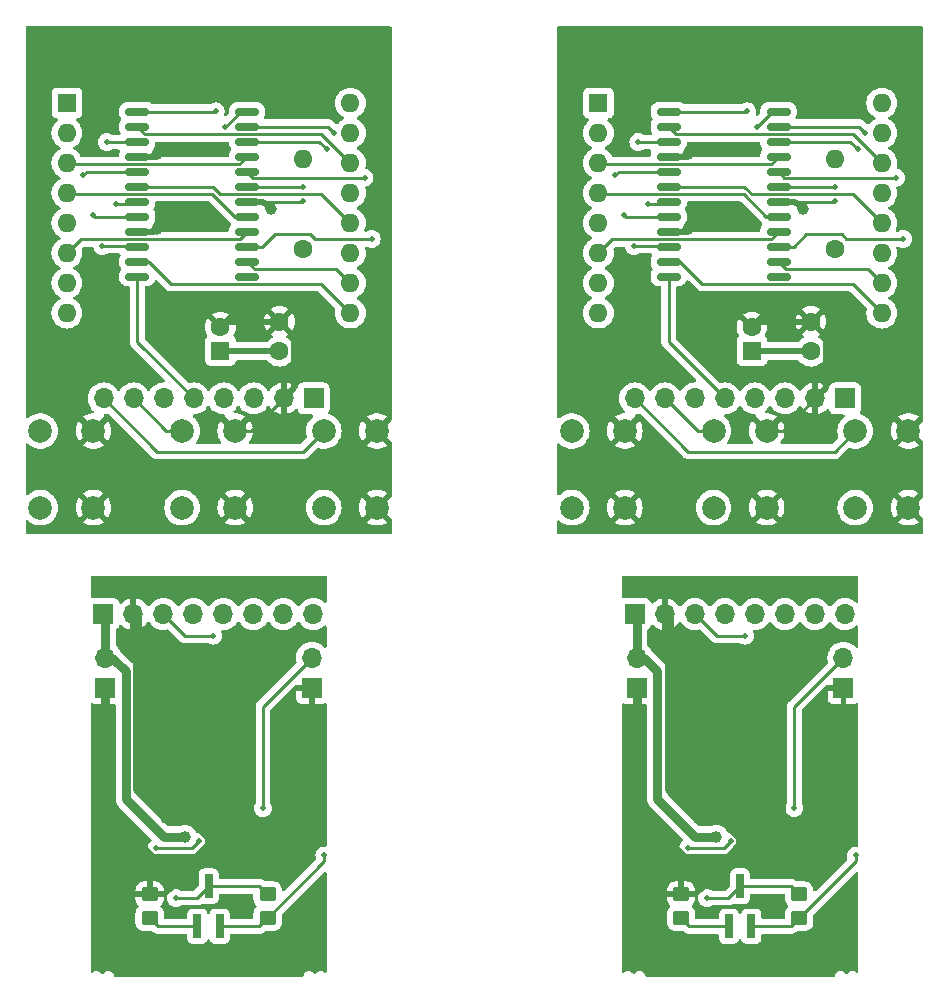
<source format=gbr>
%TF.GenerationSoftware,KiCad,Pcbnew,7.0.8*%
%TF.CreationDate,2024-02-08T03:58:00-08:00*%
%TF.ProjectId,panel,70616e65-6c2e-46b6-9963-61645f706362,rev?*%
%TF.SameCoordinates,Original*%
%TF.FileFunction,Copper,L2,Bot*%
%TF.FilePolarity,Positive*%
%FSLAX46Y46*%
G04 Gerber Fmt 4.6, Leading zero omitted, Abs format (unit mm)*
G04 Created by KiCad (PCBNEW 7.0.8) date 2024-02-08 03:58:00*
%MOMM*%
%LPD*%
G01*
G04 APERTURE LIST*
G04 Aperture macros list*
%AMRoundRect*
0 Rectangle with rounded corners*
0 $1 Rounding radius*
0 $2 $3 $4 $5 $6 $7 $8 $9 X,Y pos of 4 corners*
0 Add a 4 corners polygon primitive as box body*
4,1,4,$2,$3,$4,$5,$6,$7,$8,$9,$2,$3,0*
0 Add four circle primitives for the rounded corners*
1,1,$1+$1,$2,$3*
1,1,$1+$1,$4,$5*
1,1,$1+$1,$6,$7*
1,1,$1+$1,$8,$9*
0 Add four rect primitives between the rounded corners*
20,1,$1+$1,$2,$3,$4,$5,0*
20,1,$1+$1,$4,$5,$6,$7,0*
20,1,$1+$1,$6,$7,$8,$9,0*
20,1,$1+$1,$8,$9,$2,$3,0*%
G04 Aperture macros list end*
%TA.AperFunction,ComponentPad*%
%ADD10C,1.600000*%
%TD*%
%TA.AperFunction,ComponentPad*%
%ADD11O,1.600000X1.600000*%
%TD*%
%TA.AperFunction,SMDPad,CuDef*%
%ADD12RoundRect,0.250000X0.450000X-0.350000X0.450000X0.350000X-0.450000X0.350000X-0.450000X-0.350000X0*%
%TD*%
%TA.AperFunction,ComponentPad*%
%ADD13R,1.600000X1.600000*%
%TD*%
%TA.AperFunction,ComponentPad*%
%ADD14R,1.700000X1.700000*%
%TD*%
%TA.AperFunction,ComponentPad*%
%ADD15O,1.700000X1.700000*%
%TD*%
%TA.AperFunction,SMDPad,CuDef*%
%ADD16R,0.700000X2.000000*%
%TD*%
%TA.AperFunction,SMDPad,CuDef*%
%ADD17RoundRect,0.150000X-0.875000X-0.150000X0.875000X-0.150000X0.875000X0.150000X-0.875000X0.150000X0*%
%TD*%
%TA.AperFunction,ComponentPad*%
%ADD18C,2.000000*%
%TD*%
%TA.AperFunction,ViaPad*%
%ADD19C,0.500000*%
%TD*%
%TA.AperFunction,ViaPad*%
%ADD20C,1.000000*%
%TD*%
%TA.AperFunction,Conductor*%
%ADD21C,0.250000*%
%TD*%
%TA.AperFunction,Conductor*%
%ADD22C,0.500000*%
%TD*%
%TA.AperFunction,Conductor*%
%ADD23C,0.750000*%
%TD*%
G04 APERTURE END LIST*
D10*
%TO.P,R2,1*%
%TO.N,Board_1-+5V*%
X179000000Y-48310000D03*
D11*
%TO.P,R2,2*%
%TO.N,Board_1-Net-(U1-ISET)*%
X179000000Y-40690000D03*
%TD*%
D12*
%TO.P,R4,1*%
%TO.N,Board_0-Net-(Q1-S)*%
X121000000Y-105000000D03*
%TO.P,R4,2*%
%TO.N,Board_0-/GND_B2*%
X121000000Y-103000000D03*
%TD*%
D10*
%TO.P,R2,1*%
%TO.N,Board_0-+5V*%
X134000000Y-48310000D03*
D11*
%TO.P,R2,2*%
%TO.N,Board_0-Net-(U1-ISET)*%
X134000000Y-40690000D03*
%TD*%
D13*
%TO.P,C2,1*%
%TO.N,Board_1-+5V*%
X172000000Y-56955112D03*
D10*
%TO.P,C2,2*%
%TO.N,Board_1-Earth*%
X172000000Y-54955112D03*
%TD*%
D14*
%TO.P,J2,1,Pin_1*%
%TO.N,Board_1-+5V*%
X179890000Y-61000000D03*
D15*
%TO.P,J2,2,Pin_2*%
%TO.N,Board_1-Earth*%
X177350000Y-61000000D03*
%TO.P,J2,3,Pin_3*%
%TO.N,Board_1-Net-(J2-Pin_3)*%
X174810000Y-61000000D03*
%TO.P,J2,4,Pin_4*%
%TO.N,Board_1-Net-(J2-Pin_4)*%
X172270000Y-61000000D03*
%TO.P,J2,5,Pin_5*%
%TO.N,Board_1-Net-(J2-Pin_5)*%
X169730000Y-61000000D03*
%TO.P,J2,6,Pin_6*%
%TO.N,Board_1-Net-(J2-Pin_6)*%
X167190000Y-61000000D03*
%TO.P,J2,7,Pin_7*%
%TO.N,Board_1-Net-(J2-Pin_7)*%
X164650000Y-61000000D03*
%TO.P,J2,8,Pin_8*%
%TO.N,Board_1-Net-(J2-Pin_8)*%
X162110000Y-61000000D03*
%TD*%
D16*
%TO.P,Q1,1,G*%
%TO.N,Board_0-Net-(Q1-G)*%
X126950000Y-105700000D03*
%TO.P,Q1,2,S*%
%TO.N,Board_0-Net-(Q1-S)*%
X125050000Y-105700000D03*
%TO.P,Q1,3,D*%
%TO.N,Board_0-/5V_B2*%
X126000000Y-102300000D03*
%TD*%
D17*
%TO.P,U1,1,DIN*%
%TO.N,Board_0-Net-(J2-Pin_5)*%
X119950000Y-50685000D03*
%TO.P,U1,2,DIG_0*%
%TO.N,Board_0-ROW1*%
X119950000Y-49415000D03*
%TO.P,U1,3,DIG_4*%
%TO.N,Board_0-ROW5*%
X119950000Y-48145000D03*
%TO.P,U1,4,GND*%
%TO.N,Board_0-Earth*%
X119950000Y-46875000D03*
%TO.P,U1,5,DIG_6*%
%TO.N,Board_0-ROW7*%
X119950000Y-45605000D03*
%TO.P,U1,6,DIG_2*%
%TO.N,Board_0-ROW3*%
X119950000Y-44335000D03*
%TO.P,U1,7,DIG_3*%
%TO.N,Board_0-ROW4*%
X119950000Y-43065000D03*
%TO.P,U1,8,DIG_7*%
%TO.N,Board_0-ROW8*%
X119950000Y-41795000D03*
%TO.P,U1,9,GND*%
%TO.N,Board_0-Earth*%
X119950000Y-40525000D03*
%TO.P,U1,10,DIG_5*%
%TO.N,Board_0-ROW6*%
X119950000Y-39255000D03*
%TO.P,U1,11,DIG_1*%
%TO.N,Board_0-ROW2*%
X119950000Y-37985000D03*
%TO.P,U1,12,~{CS}*%
%TO.N,Board_0-Net-(J2-Pin_3)*%
X119950000Y-36715000D03*
%TO.P,U1,13,CLK*%
%TO.N,Board_0-Net-(J2-Pin_4)*%
X129250000Y-36715000D03*
%TO.P,U1,14,SEG_A*%
%TO.N,Board_0-COL1*%
X129250000Y-37985000D03*
%TO.P,U1,15,SEG_F*%
%TO.N,Board_0-COL6*%
X129250000Y-39255000D03*
%TO.P,U1,16,SEG_B*%
%TO.N,Board_0-COL2*%
X129250000Y-40525000D03*
%TO.P,U1,17,SEG_G*%
%TO.N,Board_0-COL7*%
X129250000Y-41795000D03*
%TO.P,U1,18,ISET*%
%TO.N,Board_0-Net-(U1-ISET)*%
X129250000Y-43065000D03*
%TO.P,U1,19,V+*%
%TO.N,Board_0-+5V*%
X129250000Y-44335000D03*
%TO.P,U1,20,SEG_C*%
%TO.N,Board_0-COL3*%
X129250000Y-45605000D03*
%TO.P,U1,21,SEG_E*%
%TO.N,Board_0-COL5*%
X129250000Y-46875000D03*
%TO.P,U1,22,SEG_DP*%
%TO.N,Board_0-COL8*%
X129250000Y-48145000D03*
%TO.P,U1,23,SEG_D*%
%TO.N,Board_0-COL4*%
X129250000Y-49415000D03*
%TO.P,U1,24,DOUT*%
%TO.N,Board_0-unconnected-(U1-DOUT-Pad24)*%
X129250000Y-50685000D03*
%TD*%
D12*
%TO.P,R3,1*%
%TO.N,Board_1-Net-(Q1-G)*%
X176000000Y-105000000D03*
%TO.P,R3,2*%
%TO.N,Board_1-/5V_B2*%
X176000000Y-103000000D03*
%TD*%
D10*
%TO.P,C1,1*%
%TO.N,Board_0-+5V*%
X132000000Y-57000000D03*
%TO.P,C1,2*%
%TO.N,Board_0-Earth*%
X132000000Y-54500000D03*
%TD*%
%TO.P,C1,1*%
%TO.N,Board_1-+5V*%
X177000000Y-57000000D03*
%TO.P,C1,2*%
%TO.N,Board_1-Earth*%
X177000000Y-54500000D03*
%TD*%
D12*
%TO.P,R4,1*%
%TO.N,Board_1-Net-(Q1-S)*%
X166000000Y-105000000D03*
%TO.P,R4,2*%
%TO.N,Board_1-/GND_B2*%
X166000000Y-103000000D03*
%TD*%
D17*
%TO.P,U1,1,DIN*%
%TO.N,Board_1-Net-(J2-Pin_5)*%
X164950000Y-50685000D03*
%TO.P,U1,2,DIG_0*%
%TO.N,Board_1-ROW1*%
X164950000Y-49415000D03*
%TO.P,U1,3,DIG_4*%
%TO.N,Board_1-ROW5*%
X164950000Y-48145000D03*
%TO.P,U1,4,GND*%
%TO.N,Board_1-Earth*%
X164950000Y-46875000D03*
%TO.P,U1,5,DIG_6*%
%TO.N,Board_1-ROW7*%
X164950000Y-45605000D03*
%TO.P,U1,6,DIG_2*%
%TO.N,Board_1-ROW3*%
X164950000Y-44335000D03*
%TO.P,U1,7,DIG_3*%
%TO.N,Board_1-ROW4*%
X164950000Y-43065000D03*
%TO.P,U1,8,DIG_7*%
%TO.N,Board_1-ROW8*%
X164950000Y-41795000D03*
%TO.P,U1,9,GND*%
%TO.N,Board_1-Earth*%
X164950000Y-40525000D03*
%TO.P,U1,10,DIG_5*%
%TO.N,Board_1-ROW6*%
X164950000Y-39255000D03*
%TO.P,U1,11,DIG_1*%
%TO.N,Board_1-ROW2*%
X164950000Y-37985000D03*
%TO.P,U1,12,~{CS}*%
%TO.N,Board_1-Net-(J2-Pin_3)*%
X164950000Y-36715000D03*
%TO.P,U1,13,CLK*%
%TO.N,Board_1-Net-(J2-Pin_4)*%
X174250000Y-36715000D03*
%TO.P,U1,14,SEG_A*%
%TO.N,Board_1-COL1*%
X174250000Y-37985000D03*
%TO.P,U1,15,SEG_F*%
%TO.N,Board_1-COL6*%
X174250000Y-39255000D03*
%TO.P,U1,16,SEG_B*%
%TO.N,Board_1-COL2*%
X174250000Y-40525000D03*
%TO.P,U1,17,SEG_G*%
%TO.N,Board_1-COL7*%
X174250000Y-41795000D03*
%TO.P,U1,18,ISET*%
%TO.N,Board_1-Net-(U1-ISET)*%
X174250000Y-43065000D03*
%TO.P,U1,19,V+*%
%TO.N,Board_1-+5V*%
X174250000Y-44335000D03*
%TO.P,U1,20,SEG_C*%
%TO.N,Board_1-COL3*%
X174250000Y-45605000D03*
%TO.P,U1,21,SEG_E*%
%TO.N,Board_1-COL5*%
X174250000Y-46875000D03*
%TO.P,U1,22,SEG_DP*%
%TO.N,Board_1-COL8*%
X174250000Y-48145000D03*
%TO.P,U1,23,SEG_D*%
%TO.N,Board_1-COL4*%
X174250000Y-49415000D03*
%TO.P,U1,24,DOUT*%
%TO.N,Board_1-unconnected-(U1-DOUT-Pad24)*%
X174250000Y-50685000D03*
%TD*%
D12*
%TO.P,R3,1*%
%TO.N,Board_0-Net-(Q1-G)*%
X131000000Y-105000000D03*
%TO.P,R3,2*%
%TO.N,Board_0-/5V_B2*%
X131000000Y-103000000D03*
%TD*%
D14*
%TO.P,J2,1,Pin_1*%
%TO.N,Board_0-+5V*%
X134890000Y-61000000D03*
D15*
%TO.P,J2,2,Pin_2*%
%TO.N,Board_0-Earth*%
X132350000Y-61000000D03*
%TO.P,J2,3,Pin_3*%
%TO.N,Board_0-Net-(J2-Pin_3)*%
X129810000Y-61000000D03*
%TO.P,J2,4,Pin_4*%
%TO.N,Board_0-Net-(J2-Pin_4)*%
X127270000Y-61000000D03*
%TO.P,J2,5,Pin_5*%
%TO.N,Board_0-Net-(J2-Pin_5)*%
X124730000Y-61000000D03*
%TO.P,J2,6,Pin_6*%
%TO.N,Board_0-Net-(J2-Pin_6)*%
X122190000Y-61000000D03*
%TO.P,J2,7,Pin_7*%
%TO.N,Board_0-Net-(J2-Pin_7)*%
X119650000Y-61000000D03*
%TO.P,J2,8,Pin_8*%
%TO.N,Board_0-Net-(J2-Pin_8)*%
X117110000Y-61000000D03*
%TD*%
D16*
%TO.P,Q1,1,G*%
%TO.N,Board_1-Net-(Q1-G)*%
X171950000Y-105700000D03*
%TO.P,Q1,2,S*%
%TO.N,Board_1-Net-(Q1-S)*%
X170050000Y-105700000D03*
%TO.P,Q1,3,D*%
%TO.N,Board_1-/5V_B2*%
X171000000Y-102300000D03*
%TD*%
D13*
%TO.P,C2,1*%
%TO.N,Board_0-+5V*%
X127000000Y-56955112D03*
D10*
%TO.P,C2,2*%
%TO.N,Board_0-Earth*%
X127000000Y-54955112D03*
%TD*%
D14*
%TO.P,J1,1,Pin_1*%
%TO.N,Board_1-/5V_B2*%
X162090000Y-79250000D03*
D15*
%TO.P,J1,2,Pin_2*%
%TO.N,Board_1-/GND_B2*%
X164630000Y-79250000D03*
%TO.P,J1,3,Pin_3*%
%TO.N,Board_1-/CS_5V_B2*%
X167170000Y-79250000D03*
%TO.P,J1,4,Pin_4*%
%TO.N,Board_1-/SCK_5V_B2*%
X169710000Y-79250000D03*
%TO.P,J1,5,Pin_5*%
%TO.N,Board_1-/MOSI_5V_B2*%
X172250000Y-79250000D03*
%TO.P,J1,6,Pin_6*%
%TO.N,Board_1-/BUTT1_B2*%
X174790000Y-79250000D03*
%TO.P,J1,7,Pin_7*%
%TO.N,Board_1-/BUTT2_B2*%
X177330000Y-79250000D03*
%TO.P,J1,8,Pin_8*%
%TO.N,Board_1-/BUTT3_B2*%
X179870000Y-79250000D03*
%TD*%
D13*
%TO.P,D1,1,Row5*%
%TO.N,Board_1-ROW5*%
X159000000Y-36000000D03*
D11*
%TO.P,D1,2,Row7*%
%TO.N,Board_1-ROW7*%
X159000000Y-38540000D03*
%TO.P,D1,3,Col2*%
%TO.N,Board_1-COL2*%
X159000000Y-41080000D03*
%TO.P,D1,4,Col3*%
%TO.N,Board_1-COL3*%
X159000000Y-43620000D03*
%TO.P,D1,5,Row8*%
%TO.N,Board_1-ROW8*%
X159000000Y-46160000D03*
%TO.P,D1,6,Col5*%
%TO.N,Board_1-COL5*%
X159000000Y-48700000D03*
%TO.P,D1,7,Col6*%
%TO.N,Board_1-ROW6*%
X159000000Y-51240000D03*
%TO.P,D1,8,Row3*%
%TO.N,Board_1-ROW3*%
X159000000Y-53780000D03*
%TO.P,D1,9,Row1*%
%TO.N,Board_1-ROW1*%
X183000000Y-53780000D03*
%TO.P,D1,10,Col4*%
%TO.N,Board_1-COL4*%
X183000000Y-51240000D03*
%TO.P,D1,11,Row6*%
%TO.N,Board_1-COL6*%
X183000000Y-48700000D03*
%TO.P,D1,12,Row4*%
%TO.N,Board_1-ROW4*%
X183000000Y-46160000D03*
%TO.P,D1,13,Col1*%
%TO.N,Board_1-COL1*%
X183000000Y-43620000D03*
%TO.P,D1,14,Row2*%
%TO.N,Board_1-ROW2*%
X183000000Y-41080000D03*
%TO.P,D1,15,Col7*%
%TO.N,Board_1-COL7*%
X183000000Y-38540000D03*
%TO.P,D1,16,Col8*%
%TO.N,Board_1-COL8*%
X183000000Y-36000000D03*
%TD*%
D18*
%TO.P,SW3,1,1*%
%TO.N,Board_1-Net-(J2-Pin_8)*%
X180750000Y-70250000D03*
X180750000Y-63750000D03*
%TO.P,SW3,2,2*%
%TO.N,Board_1-Earth*%
X185250000Y-70250000D03*
X185250000Y-63750000D03*
%TD*%
%TO.P,SW1,1,1*%
%TO.N,Board_0-Net-(J2-Pin_6)*%
X111750000Y-70250000D03*
X111750000Y-63750000D03*
%TO.P,SW1,2,2*%
%TO.N,Board_0-Earth*%
X116250000Y-70250000D03*
X116250000Y-63750000D03*
%TD*%
D14*
%TO.P,J1,1,Pin_1*%
%TO.N,Board_0-/5V_B2*%
X117090000Y-79250000D03*
D15*
%TO.P,J1,2,Pin_2*%
%TO.N,Board_0-/GND_B2*%
X119630000Y-79250000D03*
%TO.P,J1,3,Pin_3*%
%TO.N,Board_0-/CS_5V_B2*%
X122170000Y-79250000D03*
%TO.P,J1,4,Pin_4*%
%TO.N,Board_0-/SCK_5V_B2*%
X124710000Y-79250000D03*
%TO.P,J1,5,Pin_5*%
%TO.N,Board_0-/MOSI_5V_B2*%
X127250000Y-79250000D03*
%TO.P,J1,6,Pin_6*%
%TO.N,Board_0-/BUTT1_B2*%
X129790000Y-79250000D03*
%TO.P,J1,7,Pin_7*%
%TO.N,Board_0-/BUTT2_B2*%
X132330000Y-79250000D03*
%TO.P,J1,8,Pin_8*%
%TO.N,Board_0-/BUTT3_B2*%
X134870000Y-79250000D03*
%TD*%
D13*
%TO.P,D1,1,Row5*%
%TO.N,Board_0-ROW5*%
X114000000Y-36000000D03*
D11*
%TO.P,D1,2,Row7*%
%TO.N,Board_0-ROW7*%
X114000000Y-38540000D03*
%TO.P,D1,3,Col2*%
%TO.N,Board_0-COL2*%
X114000000Y-41080000D03*
%TO.P,D1,4,Col3*%
%TO.N,Board_0-COL3*%
X114000000Y-43620000D03*
%TO.P,D1,5,Row8*%
%TO.N,Board_0-ROW8*%
X114000000Y-46160000D03*
%TO.P,D1,6,Col5*%
%TO.N,Board_0-COL5*%
X114000000Y-48700000D03*
%TO.P,D1,7,Col6*%
%TO.N,Board_0-ROW6*%
X114000000Y-51240000D03*
%TO.P,D1,8,Row3*%
%TO.N,Board_0-ROW3*%
X114000000Y-53780000D03*
%TO.P,D1,9,Row1*%
%TO.N,Board_0-ROW1*%
X138000000Y-53780000D03*
%TO.P,D1,10,Col4*%
%TO.N,Board_0-COL4*%
X138000000Y-51240000D03*
%TO.P,D1,11,Row6*%
%TO.N,Board_0-COL6*%
X138000000Y-48700000D03*
%TO.P,D1,12,Row4*%
%TO.N,Board_0-ROW4*%
X138000000Y-46160000D03*
%TO.P,D1,13,Col1*%
%TO.N,Board_0-COL1*%
X138000000Y-43620000D03*
%TO.P,D1,14,Row2*%
%TO.N,Board_0-ROW2*%
X138000000Y-41080000D03*
%TO.P,D1,15,Col7*%
%TO.N,Board_0-COL7*%
X138000000Y-38540000D03*
%TO.P,D1,16,Col8*%
%TO.N,Board_0-COL8*%
X138000000Y-36000000D03*
%TD*%
D14*
%TO.P,J3,1,Pin_1*%
%TO.N,Board_1-/GND_B2*%
X162250000Y-85500000D03*
D15*
%TO.P,J3,2,Pin_2*%
%TO.N,Board_1-/5V_B2*%
X162250000Y-82960000D03*
%TD*%
D18*
%TO.P,SW2,1,1*%
%TO.N,Board_0-Net-(J2-Pin_7)*%
X123750000Y-70250000D03*
X123750000Y-63750000D03*
%TO.P,SW2,2,2*%
%TO.N,Board_0-Earth*%
X128250000Y-70250000D03*
X128250000Y-63750000D03*
%TD*%
D14*
%TO.P,R1,1*%
%TO.N,Board_1-/GND_B2*%
X179750000Y-85500000D03*
D15*
%TO.P,R1,2*%
%TO.N,Board_1-/PHOTO_SENSE*%
X179750000Y-82960000D03*
%TD*%
D18*
%TO.P,SW1,1,1*%
%TO.N,Board_1-Net-(J2-Pin_6)*%
X156750000Y-70250000D03*
X156750000Y-63750000D03*
%TO.P,SW1,2,2*%
%TO.N,Board_1-Earth*%
X161250000Y-70250000D03*
X161250000Y-63750000D03*
%TD*%
%TO.P,SW2,1,1*%
%TO.N,Board_1-Net-(J2-Pin_7)*%
X168750000Y-70250000D03*
X168750000Y-63750000D03*
%TO.P,SW2,2,2*%
%TO.N,Board_1-Earth*%
X173250000Y-70250000D03*
X173250000Y-63750000D03*
%TD*%
D14*
%TO.P,J3,1,Pin_1*%
%TO.N,Board_0-/GND_B2*%
X117250000Y-85500000D03*
D15*
%TO.P,J3,2,Pin_2*%
%TO.N,Board_0-/5V_B2*%
X117250000Y-82960000D03*
%TD*%
D14*
%TO.P,R1,1*%
%TO.N,Board_0-/GND_B2*%
X134750000Y-85500000D03*
D15*
%TO.P,R1,2*%
%TO.N,Board_0-/PHOTO_SENSE*%
X134750000Y-82960000D03*
%TD*%
D18*
%TO.P,SW3,1,1*%
%TO.N,Board_0-Net-(J2-Pin_8)*%
X135750000Y-70250000D03*
X135750000Y-63750000D03*
%TO.P,SW3,2,2*%
%TO.N,Board_0-Earth*%
X140250000Y-70250000D03*
X140250000Y-63750000D03*
%TD*%
D19*
%TO.N,Board_1-ROW8*%
X160400000Y-42100000D03*
%TO.N,Board_1-ROW7*%
X161200000Y-45500000D03*
%TO.N,Board_1-ROW6*%
X162374500Y-39300000D03*
%TO.N,Board_1-ROW5*%
X162000000Y-48100000D03*
%TO.N,Board_1-ROW3*%
X163200000Y-44500000D03*
%TO.N,Board_1-Net-(U1-ISET)*%
X179000000Y-43100000D03*
%TO.N,Board_1-Net-(Q1-G)*%
X180800000Y-99700000D03*
%TO.N,Board_1-Net-(J2-Pin_4)*%
X172400000Y-38055500D03*
%TO.N,Board_1-Net-(J2-Pin_3)*%
X171600000Y-36700000D03*
D20*
%TO.N,Board_1-Earth*%
X166600000Y-40345500D03*
X166600000Y-46675500D03*
D19*
%TO.N,Board_1-COL8*%
X184800000Y-47500000D03*
%TO.N,Board_1-COL7*%
X184200000Y-42300000D03*
%TO.N,Board_1-COL6*%
X180993767Y-39906233D03*
%TO.N,Board_1-COL1*%
X181600000Y-38500000D03*
%TO.N,Board_1-/PHOTO_SENSE*%
X175600000Y-95700000D03*
D20*
%TO.N,Board_1-/GND_B2*%
X167400000Y-96500000D03*
D19*
X167800000Y-102500000D03*
X166000000Y-85300000D03*
%TO.N,Board_1-/CS_5V_B2*%
X171400000Y-81100000D03*
%TO.N,Board_1-/5V_B2*%
X168200000Y-103300000D03*
D20*
X169000000Y-98100000D03*
D19*
%TO.N,Board_1-/3V3*%
X170200000Y-98500000D03*
X166575500Y-99100000D03*
D20*
%TO.N,Board_1-+5V*%
X176300000Y-45000000D03*
D19*
X179000000Y-44300000D03*
%TO.N,Board_0-ROW8*%
X115400000Y-42100000D03*
%TO.N,Board_0-ROW7*%
X116200000Y-45500000D03*
%TO.N,Board_0-ROW6*%
X117374500Y-39300000D03*
%TO.N,Board_0-ROW5*%
X117000000Y-48100000D03*
%TO.N,Board_0-ROW3*%
X118200000Y-44500000D03*
%TO.N,Board_0-Net-(U1-ISET)*%
X134000000Y-43100000D03*
%TO.N,Board_0-Net-(Q1-G)*%
X135800000Y-99700000D03*
%TO.N,Board_0-Net-(J2-Pin_4)*%
X127400000Y-38055500D03*
%TO.N,Board_0-Net-(J2-Pin_3)*%
X126600000Y-36700000D03*
D20*
%TO.N,Board_0-Earth*%
X121600000Y-40345500D03*
X121600000Y-46675500D03*
D19*
%TO.N,Board_0-COL8*%
X139800000Y-47500000D03*
%TO.N,Board_0-COL7*%
X139200000Y-42300000D03*
%TO.N,Board_0-COL6*%
X135993767Y-39906233D03*
%TO.N,Board_0-COL1*%
X136600000Y-38500000D03*
%TO.N,Board_0-/PHOTO_SENSE*%
X130600000Y-95700000D03*
D20*
%TO.N,Board_0-/GND_B2*%
X122400000Y-96500000D03*
D19*
X121000000Y-85300000D03*
X122800000Y-102500000D03*
%TO.N,Board_0-/CS_5V_B2*%
X126400000Y-81100000D03*
D20*
%TO.N,Board_0-/5V_B2*%
X124000000Y-98100000D03*
D19*
X123200000Y-103300000D03*
%TO.N,Board_0-/3V3*%
X125200000Y-98500000D03*
X121575500Y-99100000D03*
D20*
%TO.N,Board_0-+5V*%
X131300000Y-45000000D03*
D19*
X134000000Y-44300000D03*
%TD*%
D21*
%TO.N,Board_1-ROW8*%
X160400000Y-42100000D02*
X160705000Y-41795000D01*
X160705000Y-41795000D02*
X164950000Y-41795000D01*
%TO.N,Board_1-ROW7*%
X161200000Y-45500000D02*
X161305000Y-45605000D01*
X161305000Y-45605000D02*
X164950000Y-45605000D01*
%TO.N,Board_1-ROW6*%
X164905000Y-39300000D02*
X164950000Y-39255000D01*
X162374500Y-39300000D02*
X164905000Y-39300000D01*
%TO.N,Board_1-ROW5*%
X162000000Y-48100000D02*
X164905000Y-48100000D01*
X164905000Y-48100000D02*
X164950000Y-48145000D01*
%TO.N,Board_1-ROW4*%
X183000000Y-46160000D02*
X180530000Y-43690000D01*
X180530000Y-43690000D02*
X171990000Y-43690000D01*
X171365000Y-43065000D02*
X164950000Y-43065000D01*
X171990000Y-43690000D02*
X171365000Y-43065000D01*
%TO.N,Board_1-ROW3*%
X164785000Y-44500000D02*
X164950000Y-44335000D01*
X163200000Y-44500000D02*
X164785000Y-44500000D01*
%TO.N,Board_1-ROW2*%
X183000000Y-41080000D02*
X182980000Y-41080000D01*
X182980000Y-41080000D02*
X180530000Y-38630000D01*
X165595000Y-38630000D02*
X164950000Y-37985000D01*
X180530000Y-38630000D02*
X165595000Y-38630000D01*
%TO.N,Board_1-ROW1*%
X180530000Y-51310000D02*
X167810000Y-51310000D01*
X167810000Y-51310000D02*
X165915000Y-49415000D01*
X183000000Y-53780000D02*
X180530000Y-51310000D01*
X165915000Y-49415000D02*
X164950000Y-49415000D01*
%TO.N,Board_1-Net-(U1-ISET)*%
X179000000Y-43100000D02*
X178965000Y-43065000D01*
X178965000Y-43065000D02*
X174250000Y-43065000D01*
%TO.N,Board_1-Net-(Q1-S)*%
X166700000Y-105700000D02*
X166000000Y-105000000D01*
X170050000Y-105700000D02*
X166700000Y-105700000D01*
%TO.N,Board_1-Net-(Q1-G)*%
X180800000Y-99700000D02*
X180800000Y-100200000D01*
X171950000Y-105700000D02*
X175300000Y-105700000D01*
X175300000Y-105700000D02*
X176000000Y-105000000D01*
X180800000Y-100200000D02*
X176000000Y-105000000D01*
%TO.N,Board_1-Net-(J2-Pin_8)*%
X180750000Y-63750000D02*
X179000000Y-65500000D01*
X166610000Y-65500000D02*
X162110000Y-61000000D01*
X179000000Y-65500000D02*
X166610000Y-65500000D01*
%TO.N,Board_1-Net-(J2-Pin_7)*%
X168750000Y-63750000D02*
X167400000Y-63750000D01*
X167400000Y-63750000D02*
X164650000Y-61000000D01*
%TO.N,Board_1-Net-(J2-Pin_5)*%
X164950000Y-56220000D02*
X164950000Y-50685000D01*
X169730000Y-61000000D02*
X164950000Y-56220000D01*
%TO.N,Board_1-Net-(J2-Pin_4)*%
X173740500Y-36715000D02*
X174250000Y-36715000D01*
X172400000Y-38055500D02*
X173740500Y-36715000D01*
%TO.N,Board_1-Net-(J2-Pin_3)*%
X171600000Y-36700000D02*
X171585000Y-36715000D01*
X171585000Y-36715000D02*
X164950000Y-36715000D01*
D22*
%TO.N,Board_1-Earth*%
X172455112Y-54500000D02*
X172000000Y-54955112D01*
X177000000Y-54500000D02*
X172455112Y-54500000D01*
D21*
X173250000Y-63750000D02*
X174600000Y-63750000D01*
D22*
X166600000Y-46675500D02*
X166400500Y-46875000D01*
X178250000Y-55750000D02*
X178250000Y-60100000D01*
X164950000Y-40525000D02*
X166420500Y-40525000D01*
X178250000Y-60100000D02*
X177350000Y-61000000D01*
X166420500Y-40525000D02*
X166600000Y-40345500D01*
X177000000Y-54500000D02*
X178250000Y-55750000D01*
X166400500Y-46875000D02*
X164950000Y-46875000D01*
D21*
X174600000Y-63750000D02*
X177350000Y-61000000D01*
%TO.N,Board_1-COL8*%
X180000000Y-47500000D02*
X179600000Y-47100000D01*
X176600000Y-47100000D02*
X175555000Y-48145000D01*
X179600000Y-47100000D02*
X176600000Y-47100000D01*
X184800000Y-47500000D02*
X180000000Y-47500000D01*
X175555000Y-48145000D02*
X174250000Y-48145000D01*
%TO.N,Board_1-COL7*%
X174755000Y-42300000D02*
X174250000Y-41795000D01*
X184200000Y-42300000D02*
X174755000Y-42300000D01*
%TO.N,Board_1-COL6*%
X180993767Y-39906233D02*
X180342534Y-39255000D01*
X180342534Y-39255000D02*
X174250000Y-39255000D01*
%TO.N,Board_1-COL5*%
X160175000Y-47525000D02*
X163475000Y-47525000D01*
X159000000Y-48700000D02*
X160175000Y-47525000D01*
X173625000Y-47500000D02*
X174250000Y-46875000D01*
X163475000Y-47525000D02*
X163500000Y-47500000D01*
X163500000Y-47500000D02*
X173625000Y-47500000D01*
%TO.N,Board_1-COL4*%
X174895000Y-50060000D02*
X174250000Y-49415000D01*
X181820000Y-50060000D02*
X174895000Y-50060000D01*
X183000000Y-51240000D02*
X181820000Y-50060000D01*
%TO.N,Board_1-COL3*%
X159000000Y-43620000D02*
X159070000Y-43690000D01*
X159070000Y-43690000D02*
X171310000Y-43690000D01*
X173225000Y-45605000D02*
X174250000Y-45605000D01*
X171310000Y-43690000D02*
X173225000Y-45605000D01*
%TO.N,Board_1-COL2*%
X159000000Y-41080000D02*
X159090000Y-41170000D01*
X173605000Y-41170000D02*
X174250000Y-40525000D01*
X159090000Y-41170000D02*
X173605000Y-41170000D01*
%TO.N,Board_1-COL1*%
X181600000Y-38500000D02*
X181085000Y-37985000D01*
X181085000Y-37985000D02*
X174250000Y-37985000D01*
%TO.N,Board_1-/PHOTO_SENSE*%
X175600000Y-87110000D02*
X179750000Y-82960000D01*
X175600000Y-95700000D02*
X175600000Y-87110000D01*
D23*
%TO.N,Board_1-/GND_B2*%
X167400000Y-96500000D02*
X164950000Y-94050000D01*
X169366727Y-96500000D02*
X167400000Y-96500000D01*
D21*
X179750000Y-85500000D02*
X179750000Y-93750000D01*
D23*
X169941727Y-99925000D02*
X171025000Y-98841727D01*
X164950000Y-79570000D02*
X164630000Y-79250000D01*
X164950000Y-87000000D02*
X164950000Y-79570000D01*
X171025000Y-98841727D02*
X171025000Y-98158273D01*
X171025000Y-98158273D02*
X169366727Y-96500000D01*
D21*
X167300000Y-103000000D02*
X167800000Y-102500000D01*
D23*
X164950000Y-94050000D02*
X164950000Y-87000000D01*
D21*
X167700000Y-96800000D02*
X167400000Y-96500000D01*
X166000000Y-103000000D02*
X167300000Y-103000000D01*
D23*
X162250000Y-95941227D02*
X166233773Y-99925000D01*
X166233773Y-99925000D02*
X169941727Y-99925000D01*
D21*
X179750000Y-93750000D02*
X176700000Y-96800000D01*
X176700000Y-96800000D02*
X167700000Y-96800000D01*
X166000000Y-85300000D02*
X164950000Y-86350000D01*
D23*
X162250000Y-85500000D02*
X162250000Y-95941227D01*
D21*
%TO.N,Board_1-/CS_5V_B2*%
X169020000Y-81100000D02*
X167170000Y-79250000D01*
X171400000Y-81100000D02*
X169020000Y-81100000D01*
D23*
%TO.N,Board_1-/5V_B2*%
X169000000Y-98100000D02*
X167200000Y-98100000D01*
D21*
X175300000Y-102300000D02*
X171000000Y-102300000D01*
D23*
X167200000Y-98100000D02*
X164000000Y-94900000D01*
X162860000Y-82960000D02*
X162250000Y-82960000D01*
X162250000Y-79410000D02*
X162090000Y-79250000D01*
X164000000Y-94900000D02*
X164000000Y-84100000D01*
X164000000Y-84100000D02*
X162860000Y-82960000D01*
D21*
X170000000Y-103300000D02*
X168200000Y-103300000D01*
X176000000Y-103000000D02*
X175300000Y-102300000D01*
X171000000Y-102300000D02*
X170000000Y-103300000D01*
D23*
X162250000Y-82960000D02*
X162250000Y-79410000D01*
D21*
%TO.N,Board_1-/3V3*%
X170200000Y-98500000D02*
X169600000Y-99100000D01*
X169600000Y-99100000D02*
X166575500Y-99100000D01*
D22*
%TO.N,Board_1-+5V*%
X177000000Y-57000000D02*
X172044888Y-57000000D01*
D21*
X178965000Y-44335000D02*
X174250000Y-44335000D01*
D22*
X175635000Y-44335000D02*
X174250000Y-44335000D01*
D21*
X179000000Y-44300000D02*
X178965000Y-44335000D01*
D22*
X172044888Y-57000000D02*
X172000000Y-56955112D01*
X176300000Y-45000000D02*
X175635000Y-44335000D01*
D21*
%TO.N,Board_0-ROW8*%
X115705000Y-41795000D02*
X119950000Y-41795000D01*
X115400000Y-42100000D02*
X115705000Y-41795000D01*
%TO.N,Board_0-ROW7*%
X116305000Y-45605000D02*
X119950000Y-45605000D01*
X116200000Y-45500000D02*
X116305000Y-45605000D01*
%TO.N,Board_0-ROW6*%
X119905000Y-39300000D02*
X119950000Y-39255000D01*
X117374500Y-39300000D02*
X119905000Y-39300000D01*
%TO.N,Board_0-ROW5*%
X119905000Y-48100000D02*
X119950000Y-48145000D01*
X117000000Y-48100000D02*
X119905000Y-48100000D01*
%TO.N,Board_0-ROW4*%
X138000000Y-46160000D02*
X135530000Y-43690000D01*
X126365000Y-43065000D02*
X119950000Y-43065000D01*
X126990000Y-43690000D02*
X126365000Y-43065000D01*
X135530000Y-43690000D02*
X126990000Y-43690000D01*
%TO.N,Board_0-ROW3*%
X118200000Y-44500000D02*
X119785000Y-44500000D01*
X119785000Y-44500000D02*
X119950000Y-44335000D01*
%TO.N,Board_0-ROW2*%
X135530000Y-38630000D02*
X120595000Y-38630000D01*
X137980000Y-41080000D02*
X135530000Y-38630000D01*
X138000000Y-41080000D02*
X137980000Y-41080000D01*
X120595000Y-38630000D02*
X119950000Y-37985000D01*
%TO.N,Board_0-ROW1*%
X120915000Y-49415000D02*
X119950000Y-49415000D01*
X122810000Y-51310000D02*
X120915000Y-49415000D01*
X135530000Y-51310000D02*
X122810000Y-51310000D01*
X138000000Y-53780000D02*
X135530000Y-51310000D01*
%TO.N,Board_0-Net-(U1-ISET)*%
X133965000Y-43065000D02*
X129250000Y-43065000D01*
X134000000Y-43100000D02*
X133965000Y-43065000D01*
%TO.N,Board_0-Net-(Q1-S)*%
X121700000Y-105700000D02*
X121000000Y-105000000D01*
X125050000Y-105700000D02*
X121700000Y-105700000D01*
%TO.N,Board_0-Net-(Q1-G)*%
X135800000Y-100200000D02*
X131000000Y-105000000D01*
X130300000Y-105700000D02*
X131000000Y-105000000D01*
X135800000Y-99700000D02*
X135800000Y-100200000D01*
X126950000Y-105700000D02*
X130300000Y-105700000D01*
%TO.N,Board_0-Net-(J2-Pin_8)*%
X121610000Y-65500000D02*
X117110000Y-61000000D01*
X134000000Y-65500000D02*
X121610000Y-65500000D01*
X135750000Y-63750000D02*
X134000000Y-65500000D01*
%TO.N,Board_0-Net-(J2-Pin_7)*%
X123750000Y-63750000D02*
X122400000Y-63750000D01*
X122400000Y-63750000D02*
X119650000Y-61000000D01*
%TO.N,Board_0-Net-(J2-Pin_5)*%
X124730000Y-61000000D02*
X119950000Y-56220000D01*
X119950000Y-56220000D02*
X119950000Y-50685000D01*
%TO.N,Board_0-Net-(J2-Pin_4)*%
X128740500Y-36715000D02*
X129250000Y-36715000D01*
X127400000Y-38055500D02*
X128740500Y-36715000D01*
%TO.N,Board_0-Net-(J2-Pin_3)*%
X126600000Y-36700000D02*
X126585000Y-36715000D01*
X126585000Y-36715000D02*
X119950000Y-36715000D01*
D22*
%TO.N,Board_0-Earth*%
X121400500Y-46875000D02*
X119950000Y-46875000D01*
X127455112Y-54500000D02*
X127000000Y-54955112D01*
D21*
X128250000Y-63750000D02*
X129600000Y-63750000D01*
D22*
X121600000Y-46675500D02*
X121400500Y-46875000D01*
X119950000Y-40525000D02*
X121420500Y-40525000D01*
X132000000Y-54500000D02*
X127455112Y-54500000D01*
X133250000Y-55750000D02*
X133250000Y-60100000D01*
X133250000Y-60100000D02*
X132350000Y-61000000D01*
X121420500Y-40525000D02*
X121600000Y-40345500D01*
D21*
X129600000Y-63750000D02*
X132350000Y-61000000D01*
D22*
X132000000Y-54500000D02*
X133250000Y-55750000D01*
D21*
%TO.N,Board_0-COL8*%
X135000000Y-47500000D02*
X134600000Y-47100000D01*
X139800000Y-47500000D02*
X135000000Y-47500000D01*
X131600000Y-47100000D02*
X130555000Y-48145000D01*
X134600000Y-47100000D02*
X131600000Y-47100000D01*
X130555000Y-48145000D02*
X129250000Y-48145000D01*
%TO.N,Board_0-COL7*%
X139200000Y-42300000D02*
X129755000Y-42300000D01*
X129755000Y-42300000D02*
X129250000Y-41795000D01*
%TO.N,Board_0-COL6*%
X135342534Y-39255000D02*
X129250000Y-39255000D01*
X135993767Y-39906233D02*
X135342534Y-39255000D01*
%TO.N,Board_0-COL5*%
X115175000Y-47525000D02*
X118475000Y-47525000D01*
X118475000Y-47525000D02*
X118500000Y-47500000D01*
X128625000Y-47500000D02*
X129250000Y-46875000D01*
X118500000Y-47500000D02*
X128625000Y-47500000D01*
X114000000Y-48700000D02*
X115175000Y-47525000D01*
%TO.N,Board_0-COL4*%
X138000000Y-51240000D02*
X136820000Y-50060000D01*
X129895000Y-50060000D02*
X129250000Y-49415000D01*
X136820000Y-50060000D02*
X129895000Y-50060000D01*
%TO.N,Board_0-COL3*%
X128225000Y-45605000D02*
X129250000Y-45605000D01*
X126310000Y-43690000D02*
X128225000Y-45605000D01*
X114000000Y-43620000D02*
X114070000Y-43690000D01*
X114070000Y-43690000D02*
X126310000Y-43690000D01*
%TO.N,Board_0-COL2*%
X128605000Y-41170000D02*
X129250000Y-40525000D01*
X114000000Y-41080000D02*
X114090000Y-41170000D01*
X114090000Y-41170000D02*
X128605000Y-41170000D01*
%TO.N,Board_0-COL1*%
X136600000Y-38500000D02*
X136085000Y-37985000D01*
X136085000Y-37985000D02*
X129250000Y-37985000D01*
%TO.N,Board_0-/PHOTO_SENSE*%
X130600000Y-87110000D02*
X134750000Y-82960000D01*
X130600000Y-95700000D02*
X130600000Y-87110000D01*
D23*
%TO.N,Board_0-/GND_B2*%
X124941727Y-99925000D02*
X126025000Y-98841727D01*
D21*
X134750000Y-85500000D02*
X134750000Y-93750000D01*
D23*
X119950000Y-94050000D02*
X119950000Y-87000000D01*
X124366727Y-96500000D02*
X122400000Y-96500000D01*
X121233773Y-99925000D02*
X124941727Y-99925000D01*
X119950000Y-79570000D02*
X119630000Y-79250000D01*
X119950000Y-87000000D02*
X119950000Y-79570000D01*
D21*
X134750000Y-93750000D02*
X131700000Y-96800000D01*
X122700000Y-96800000D02*
X122400000Y-96500000D01*
D23*
X122400000Y-96500000D02*
X119950000Y-94050000D01*
D21*
X122300000Y-103000000D02*
X122800000Y-102500000D01*
D23*
X117250000Y-95941227D02*
X121233773Y-99925000D01*
D21*
X121000000Y-103000000D02*
X122300000Y-103000000D01*
X131700000Y-96800000D02*
X122700000Y-96800000D01*
D23*
X126025000Y-98841727D02*
X126025000Y-98158273D01*
X117250000Y-85500000D02*
X117250000Y-95941227D01*
D21*
X121000000Y-85300000D02*
X119950000Y-86350000D01*
D23*
X126025000Y-98158273D02*
X124366727Y-96500000D01*
D21*
%TO.N,Board_0-/CS_5V_B2*%
X124020000Y-81100000D02*
X122170000Y-79250000D01*
X126400000Y-81100000D02*
X124020000Y-81100000D01*
%TO.N,Board_0-/5V_B2*%
X126000000Y-102300000D02*
X125000000Y-103300000D01*
X131000000Y-103000000D02*
X130300000Y-102300000D01*
D23*
X124000000Y-98100000D02*
X122200000Y-98100000D01*
X119000000Y-94900000D02*
X119000000Y-84100000D01*
X117860000Y-82960000D02*
X117250000Y-82960000D01*
X117250000Y-79410000D02*
X117090000Y-79250000D01*
X117250000Y-82960000D02*
X117250000Y-79410000D01*
D21*
X125000000Y-103300000D02*
X123200000Y-103300000D01*
X130300000Y-102300000D02*
X126000000Y-102300000D01*
D23*
X122200000Y-98100000D02*
X119000000Y-94900000D01*
X119000000Y-84100000D02*
X117860000Y-82960000D01*
D21*
%TO.N,Board_0-/3V3*%
X125200000Y-98500000D02*
X124600000Y-99100000D01*
X124600000Y-99100000D02*
X121575500Y-99100000D01*
%TO.N,Board_0-+5V*%
X134000000Y-44300000D02*
X133965000Y-44335000D01*
D22*
X130635000Y-44335000D02*
X129250000Y-44335000D01*
D21*
X133965000Y-44335000D02*
X129250000Y-44335000D01*
D22*
X131300000Y-45000000D02*
X130635000Y-44335000D01*
X127044888Y-57000000D02*
X127000000Y-56955112D01*
X132000000Y-57000000D02*
X127044888Y-57000000D01*
%TD*%
%TA.AperFunction,Conductor*%
%TO.N,Board_0-Earth*%
G36*
X126084855Y-61666546D02*
G01*
X126101575Y-61685842D01*
X126231500Y-61871395D01*
X126231505Y-61871401D01*
X126398599Y-62038495D01*
X126485212Y-62099142D01*
X126592165Y-62174032D01*
X126592167Y-62174033D01*
X126592170Y-62174035D01*
X126806337Y-62273903D01*
X127034592Y-62335063D01*
X127269445Y-62355610D01*
X127334513Y-62381062D01*
X127375492Y-62437653D01*
X127382399Y-62486823D01*
X127379942Y-62526390D01*
X128078431Y-63224878D01*
X127961542Y-63275651D01*
X127844261Y-63371066D01*
X127757072Y-63494585D01*
X127726645Y-63580197D01*
X127026564Y-62880116D01*
X126926267Y-63033632D01*
X126826412Y-63261282D01*
X126765387Y-63502261D01*
X126765385Y-63502270D01*
X126744859Y-63749994D01*
X126744859Y-63750005D01*
X126765385Y-63997729D01*
X126765387Y-63997738D01*
X126826412Y-64238717D01*
X126926267Y-64466367D01*
X127065037Y-64678771D01*
X127064110Y-64679376D01*
X127087766Y-64739326D01*
X127074202Y-64807867D01*
X127025736Y-64858194D01*
X126964270Y-64874500D01*
X125036366Y-64874500D01*
X124969327Y-64854815D01*
X124923572Y-64802011D01*
X124913628Y-64732853D01*
X124936249Y-64679660D01*
X124935359Y-64679079D01*
X124988106Y-64598341D01*
X125074173Y-64466607D01*
X125174063Y-64238881D01*
X125235108Y-63997821D01*
X125240238Y-63935915D01*
X125255643Y-63750005D01*
X125255643Y-63749994D01*
X125235109Y-63502187D01*
X125235107Y-63502175D01*
X125174063Y-63261118D01*
X125074173Y-63033393D01*
X124938166Y-62825217D01*
X124815968Y-62692475D01*
X124769744Y-62642262D01*
X124683792Y-62575363D01*
X124642981Y-62518654D01*
X124639306Y-62448881D01*
X124673937Y-62388198D01*
X124735879Y-62355871D01*
X124749137Y-62353984D01*
X124965408Y-62335063D01*
X125193663Y-62273903D01*
X125407830Y-62174035D01*
X125601401Y-62038495D01*
X125768495Y-61871401D01*
X125898425Y-61685842D01*
X125953002Y-61642217D01*
X126022500Y-61635023D01*
X126084855Y-61666546D01*
G37*
%TD.AperFunction*%
%TA.AperFunction,Conductor*%
G36*
X132600000Y-62330633D02*
G01*
X132813483Y-62273433D01*
X132813492Y-62273429D01*
X133027578Y-62173600D01*
X133221078Y-62038108D01*
X133343133Y-61916053D01*
X133404456Y-61882568D01*
X133474148Y-61887552D01*
X133530082Y-61929423D01*
X133546997Y-61960401D01*
X133596202Y-62092328D01*
X133596206Y-62092335D01*
X133682452Y-62207544D01*
X133682455Y-62207547D01*
X133797664Y-62293793D01*
X133797671Y-62293797D01*
X133932517Y-62344091D01*
X133932516Y-62344091D01*
X133939444Y-62344835D01*
X133992127Y-62350500D01*
X134743914Y-62350499D01*
X134810952Y-62370183D01*
X134856707Y-62422987D01*
X134866651Y-62492146D01*
X134837626Y-62555702D01*
X134820076Y-62572352D01*
X134730258Y-62642260D01*
X134561833Y-62825217D01*
X134425826Y-63033393D01*
X134325936Y-63261118D01*
X134264892Y-63502175D01*
X134264890Y-63502187D01*
X134244357Y-63749994D01*
X134244357Y-63750005D01*
X134264890Y-63997812D01*
X134264892Y-63997824D01*
X134318863Y-64210949D01*
X134316238Y-64280769D01*
X134286338Y-64329070D01*
X133777228Y-64838181D01*
X133715905Y-64871666D01*
X133689547Y-64874500D01*
X129535730Y-64874500D01*
X129468691Y-64854815D01*
X129422936Y-64802011D01*
X129412992Y-64732853D01*
X129435768Y-64679297D01*
X129434963Y-64678771D01*
X129573732Y-64466367D01*
X129673587Y-64238717D01*
X129734612Y-63997738D01*
X129734614Y-63997729D01*
X129755141Y-63750005D01*
X129755141Y-63749994D01*
X129734614Y-63502270D01*
X129734612Y-63502261D01*
X129673587Y-63261282D01*
X129573731Y-63033630D01*
X129473434Y-62880116D01*
X128775928Y-63577621D01*
X128773116Y-63564085D01*
X128703558Y-63429844D01*
X128600362Y-63319348D01*
X128471181Y-63240791D01*
X128419997Y-63226450D01*
X129120057Y-62526390D01*
X129120056Y-62526389D01*
X129073229Y-62489943D01*
X128854614Y-62371635D01*
X128854603Y-62371630D01*
X128619493Y-62290916D01*
X128374293Y-62250000D01*
X128229258Y-62250000D01*
X128162219Y-62230315D01*
X128116464Y-62177511D01*
X128106520Y-62108353D01*
X128135545Y-62044797D01*
X128141577Y-62038319D01*
X128222414Y-61957482D01*
X128308495Y-61871401D01*
X128438425Y-61685842D01*
X128493002Y-61642217D01*
X128562500Y-61635023D01*
X128624855Y-61666546D01*
X128641575Y-61685842D01*
X128771500Y-61871395D01*
X128771505Y-61871401D01*
X128938599Y-62038495D01*
X129025212Y-62099142D01*
X129132165Y-62174032D01*
X129132167Y-62174033D01*
X129132170Y-62174035D01*
X129346337Y-62273903D01*
X129574592Y-62335063D01*
X129751034Y-62350500D01*
X129809999Y-62355659D01*
X129810000Y-62355659D01*
X129810001Y-62355659D01*
X129868966Y-62350500D01*
X130045408Y-62335063D01*
X130273663Y-62273903D01*
X130487830Y-62174035D01*
X130681401Y-62038495D01*
X130848495Y-61871401D01*
X130978730Y-61685405D01*
X131033307Y-61641781D01*
X131102805Y-61634587D01*
X131165160Y-61666110D01*
X131181879Y-61685405D01*
X131311890Y-61871078D01*
X131478917Y-62038105D01*
X131672421Y-62173600D01*
X131886507Y-62273429D01*
X131886516Y-62273433D01*
X132100000Y-62330634D01*
X132100000Y-61435501D01*
X132207685Y-61484680D01*
X132314237Y-61500000D01*
X132385763Y-61500000D01*
X132492315Y-61484680D01*
X132600000Y-61435501D01*
X132600000Y-62330633D01*
G37*
%TD.AperFunction*%
%TA.AperFunction,Conductor*%
G36*
X126066587Y-44335185D02*
G01*
X126087228Y-44351818D01*
X126907711Y-45172302D01*
X127724197Y-45988788D01*
X127734022Y-46001051D01*
X127734243Y-46000869D01*
X127739214Y-46006878D01*
X127764424Y-46030551D01*
X127789635Y-46054226D01*
X127794669Y-46059260D01*
X127813720Y-46083820D01*
X127856916Y-46156861D01*
X127861702Y-46163031D01*
X127859256Y-46164927D01*
X127885857Y-46213642D01*
X127880873Y-46283334D01*
X127860069Y-46315703D01*
X127861702Y-46316969D01*
X127856917Y-46323137D01*
X127773255Y-46464603D01*
X127773254Y-46464606D01*
X127727402Y-46622426D01*
X127727401Y-46622432D01*
X127724500Y-46659304D01*
X127724500Y-46750500D01*
X127704815Y-46817539D01*
X127652011Y-46863294D01*
X127600500Y-46874500D01*
X121599000Y-46874500D01*
X121531961Y-46854815D01*
X121486206Y-46802011D01*
X121475000Y-46750500D01*
X121475000Y-46659356D01*
X121472100Y-46622510D01*
X121472099Y-46622504D01*
X121426283Y-46464806D01*
X121426282Y-46464803D01*
X121342685Y-46323447D01*
X121337900Y-46317278D01*
X121340366Y-46315364D01*
X121313802Y-46266776D01*
X121318749Y-46197082D01*
X121339856Y-46164232D01*
X121338301Y-46163026D01*
X121343077Y-46156868D01*
X121343081Y-46156865D01*
X121426744Y-46015398D01*
X121472598Y-45857569D01*
X121474949Y-45827697D01*
X121475500Y-45820696D01*
X121475500Y-45389304D01*
X121472598Y-45352432D01*
X121472597Y-45352426D01*
X121438836Y-45236224D01*
X121426744Y-45194602D01*
X121343081Y-45053135D01*
X121343078Y-45053132D01*
X121338298Y-45046969D01*
X121340750Y-45045066D01*
X121314155Y-44996421D01*
X121319104Y-44926726D01*
X121339940Y-44894304D01*
X121338298Y-44893031D01*
X121343075Y-44886870D01*
X121343081Y-44886865D01*
X121426744Y-44745398D01*
X121472598Y-44587569D01*
X121475500Y-44550694D01*
X121475500Y-44439500D01*
X121495185Y-44372461D01*
X121547989Y-44326706D01*
X121599500Y-44315500D01*
X125999548Y-44315500D01*
X126066587Y-44335185D01*
G37*
%TD.AperFunction*%
%TA.AperFunction,Conductor*%
G36*
X127667539Y-39275185D02*
G01*
X127713294Y-39327989D01*
X127724500Y-39379500D01*
X127724500Y-39470696D01*
X127727401Y-39507567D01*
X127727402Y-39507573D01*
X127773254Y-39665393D01*
X127773255Y-39665396D01*
X127856917Y-39806862D01*
X127861702Y-39813031D01*
X127859256Y-39814927D01*
X127885857Y-39863642D01*
X127880873Y-39933334D01*
X127860069Y-39965703D01*
X127861702Y-39966969D01*
X127856917Y-39973137D01*
X127773255Y-40114603D01*
X127773254Y-40114606D01*
X127727402Y-40272426D01*
X127727401Y-40272432D01*
X127724500Y-40309304D01*
X127724500Y-40420500D01*
X127704815Y-40487539D01*
X127652011Y-40533294D01*
X127600500Y-40544500D01*
X121599000Y-40544500D01*
X121531961Y-40524815D01*
X121486206Y-40472011D01*
X121475000Y-40420500D01*
X121475000Y-40309356D01*
X121472100Y-40272510D01*
X121472099Y-40272504D01*
X121426283Y-40114806D01*
X121426282Y-40114803D01*
X121342685Y-39973447D01*
X121337900Y-39967278D01*
X121340366Y-39965364D01*
X121313802Y-39916776D01*
X121318749Y-39847082D01*
X121339856Y-39814232D01*
X121338301Y-39813026D01*
X121343077Y-39806868D01*
X121343081Y-39806865D01*
X121426744Y-39665398D01*
X121472598Y-39507569D01*
X121475500Y-39470694D01*
X121475500Y-39379500D01*
X121495185Y-39312461D01*
X121547989Y-39266706D01*
X121599500Y-39255500D01*
X127600500Y-39255500D01*
X127667539Y-39275185D01*
G37*
%TD.AperFunction*%
%TA.AperFunction,Conductor*%
G36*
X114459424Y-29500158D02*
G01*
X114464198Y-29500499D01*
X114464201Y-29500500D01*
X114464204Y-29500500D01*
X114535796Y-29500500D01*
X114535799Y-29500500D01*
X114535801Y-29500499D01*
X114540576Y-29500158D01*
X114545002Y-29500000D01*
X115454998Y-29500000D01*
X115459424Y-29500158D01*
X115464198Y-29500499D01*
X115464201Y-29500500D01*
X115464204Y-29500500D01*
X115535796Y-29500500D01*
X115535799Y-29500500D01*
X115535801Y-29500499D01*
X115540576Y-29500158D01*
X115545002Y-29500000D01*
X116454998Y-29500000D01*
X116459424Y-29500158D01*
X116464198Y-29500499D01*
X116464201Y-29500500D01*
X116464204Y-29500500D01*
X116535796Y-29500500D01*
X116535799Y-29500500D01*
X116535801Y-29500499D01*
X116540576Y-29500158D01*
X116545002Y-29500000D01*
X117454998Y-29500000D01*
X117459424Y-29500158D01*
X117464198Y-29500499D01*
X117464201Y-29500500D01*
X117464204Y-29500500D01*
X117535796Y-29500500D01*
X117535799Y-29500500D01*
X117535801Y-29500499D01*
X117540576Y-29500158D01*
X117545002Y-29500000D01*
X134454998Y-29500000D01*
X134459424Y-29500158D01*
X134464198Y-29500499D01*
X134464201Y-29500500D01*
X134464204Y-29500500D01*
X134535796Y-29500500D01*
X134535799Y-29500500D01*
X134535801Y-29500499D01*
X134540576Y-29500158D01*
X134545002Y-29500000D01*
X135454998Y-29500000D01*
X135459424Y-29500158D01*
X135464198Y-29500499D01*
X135464201Y-29500500D01*
X135464204Y-29500500D01*
X135535796Y-29500500D01*
X135535799Y-29500500D01*
X135535801Y-29500499D01*
X135540576Y-29500158D01*
X135545002Y-29500000D01*
X136454998Y-29500000D01*
X136459424Y-29500158D01*
X136464198Y-29500499D01*
X136464201Y-29500500D01*
X136464204Y-29500500D01*
X136535796Y-29500500D01*
X136535799Y-29500500D01*
X136535801Y-29500499D01*
X136540576Y-29500158D01*
X136545002Y-29500000D01*
X137454998Y-29500000D01*
X137459424Y-29500158D01*
X137464198Y-29500499D01*
X137464201Y-29500500D01*
X137464204Y-29500500D01*
X137535796Y-29500500D01*
X137535799Y-29500500D01*
X137535801Y-29500499D01*
X137540576Y-29500158D01*
X137545002Y-29500000D01*
X141376000Y-29500000D01*
X141443039Y-29519685D01*
X141488794Y-29572489D01*
X141500000Y-29624000D01*
X141500000Y-62802190D01*
X141480315Y-62869229D01*
X141463681Y-62889871D01*
X140775929Y-63577622D01*
X140773116Y-63564085D01*
X140703558Y-63429844D01*
X140600362Y-63319348D01*
X140471181Y-63240791D01*
X140419997Y-63226450D01*
X141120057Y-62526390D01*
X141120056Y-62526389D01*
X141073229Y-62489943D01*
X140854614Y-62371635D01*
X140854603Y-62371630D01*
X140619493Y-62290916D01*
X140374293Y-62250000D01*
X140125707Y-62250000D01*
X139880506Y-62290916D01*
X139645396Y-62371630D01*
X139645390Y-62371632D01*
X139426761Y-62489949D01*
X139379942Y-62526388D01*
X139379942Y-62526390D01*
X140078431Y-63224878D01*
X139961542Y-63275651D01*
X139844261Y-63371066D01*
X139757072Y-63494585D01*
X139726645Y-63580197D01*
X139026564Y-62880116D01*
X138926267Y-63033632D01*
X138826412Y-63261282D01*
X138765387Y-63502261D01*
X138765385Y-63502270D01*
X138744859Y-63749994D01*
X138744859Y-63750005D01*
X138765385Y-63997729D01*
X138765387Y-63997738D01*
X138826412Y-64238717D01*
X138926266Y-64466364D01*
X139026564Y-64619882D01*
X139724070Y-63922376D01*
X139726884Y-63935915D01*
X139796442Y-64070156D01*
X139899638Y-64180652D01*
X140028819Y-64259209D01*
X140080002Y-64273549D01*
X139379942Y-64973609D01*
X139426768Y-65010055D01*
X139426770Y-65010056D01*
X139645385Y-65128364D01*
X139645396Y-65128369D01*
X139880506Y-65209083D01*
X140125707Y-65250000D01*
X140374293Y-65250000D01*
X140619493Y-65209083D01*
X140854603Y-65128369D01*
X140854614Y-65128364D01*
X141073228Y-65010057D01*
X141073231Y-65010055D01*
X141120056Y-64973609D01*
X140421568Y-64275121D01*
X140538458Y-64224349D01*
X140655739Y-64128934D01*
X140742928Y-64005415D01*
X140773354Y-63919801D01*
X141463681Y-64610128D01*
X141497166Y-64671451D01*
X141500000Y-64697809D01*
X141500000Y-69302190D01*
X141480315Y-69369229D01*
X141463681Y-69389871D01*
X140775929Y-70077622D01*
X140773116Y-70064085D01*
X140703558Y-69929844D01*
X140600362Y-69819348D01*
X140471181Y-69740791D01*
X140419997Y-69726450D01*
X141120057Y-69026390D01*
X141120056Y-69026389D01*
X141073229Y-68989943D01*
X140854614Y-68871635D01*
X140854603Y-68871630D01*
X140619493Y-68790916D01*
X140374293Y-68750000D01*
X140125707Y-68750000D01*
X139880506Y-68790916D01*
X139645396Y-68871630D01*
X139645390Y-68871632D01*
X139426761Y-68989949D01*
X139379942Y-69026388D01*
X139379942Y-69026390D01*
X140078431Y-69724878D01*
X139961542Y-69775651D01*
X139844261Y-69871066D01*
X139757072Y-69994585D01*
X139726645Y-70080197D01*
X139026564Y-69380116D01*
X138926267Y-69533632D01*
X138826412Y-69761282D01*
X138765387Y-70002261D01*
X138765385Y-70002270D01*
X138744859Y-70249994D01*
X138744859Y-70250005D01*
X138765385Y-70497729D01*
X138765387Y-70497738D01*
X138826412Y-70738717D01*
X138926266Y-70966364D01*
X139026564Y-71119882D01*
X139724070Y-70422376D01*
X139726884Y-70435915D01*
X139796442Y-70570156D01*
X139899638Y-70680652D01*
X140028819Y-70759209D01*
X140080002Y-70773549D01*
X139379942Y-71473609D01*
X139426768Y-71510055D01*
X139426770Y-71510056D01*
X139645385Y-71628364D01*
X139645396Y-71628369D01*
X139880506Y-71709083D01*
X140125707Y-71750000D01*
X140374293Y-71750000D01*
X140619493Y-71709083D01*
X140854603Y-71628369D01*
X140854614Y-71628364D01*
X141073228Y-71510057D01*
X141073231Y-71510055D01*
X141120056Y-71473609D01*
X140421568Y-70775121D01*
X140538458Y-70724349D01*
X140655739Y-70628934D01*
X140742928Y-70505415D01*
X140773354Y-70419801D01*
X141463681Y-71110128D01*
X141497166Y-71171451D01*
X141500000Y-71197809D01*
X141500000Y-72376000D01*
X141480315Y-72443039D01*
X141427511Y-72488794D01*
X141376000Y-72500000D01*
X110624000Y-72500000D01*
X110556961Y-72480315D01*
X110511206Y-72427511D01*
X110500000Y-72376000D01*
X110500000Y-71425397D01*
X110519685Y-71358358D01*
X110572489Y-71312603D01*
X110641647Y-71302659D01*
X110705203Y-71331684D01*
X110715226Y-71341411D01*
X110730256Y-71357738D01*
X110926491Y-71510474D01*
X110926493Y-71510475D01*
X111144332Y-71628364D01*
X111145190Y-71628828D01*
X111364141Y-71703994D01*
X111378964Y-71709083D01*
X111380386Y-71709571D01*
X111625665Y-71750500D01*
X111874335Y-71750500D01*
X112119614Y-71709571D01*
X112354810Y-71628828D01*
X112573509Y-71510474D01*
X112769744Y-71357738D01*
X112938164Y-71174785D01*
X113074173Y-70966607D01*
X113174063Y-70738881D01*
X113235108Y-70497821D01*
X113240238Y-70435915D01*
X113255643Y-70250005D01*
X114744859Y-70250005D01*
X114765385Y-70497729D01*
X114765387Y-70497738D01*
X114826412Y-70738717D01*
X114926266Y-70966364D01*
X115026564Y-71119882D01*
X115724070Y-70422376D01*
X115726884Y-70435915D01*
X115796442Y-70570156D01*
X115899638Y-70680652D01*
X116028819Y-70759209D01*
X116080002Y-70773549D01*
X115379942Y-71473609D01*
X115426768Y-71510055D01*
X115426770Y-71510056D01*
X115645385Y-71628364D01*
X115645396Y-71628369D01*
X115880506Y-71709083D01*
X116125707Y-71750000D01*
X116374293Y-71750000D01*
X116619493Y-71709083D01*
X116854603Y-71628369D01*
X116854614Y-71628364D01*
X117073228Y-71510057D01*
X117073231Y-71510055D01*
X117120056Y-71473609D01*
X116421568Y-70775121D01*
X116538458Y-70724349D01*
X116655739Y-70628934D01*
X116742928Y-70505415D01*
X116773354Y-70419802D01*
X117473434Y-71119882D01*
X117573731Y-70966369D01*
X117673587Y-70738717D01*
X117734612Y-70497738D01*
X117734614Y-70497729D01*
X117755141Y-70250005D01*
X122244357Y-70250005D01*
X122264890Y-70497812D01*
X122264892Y-70497824D01*
X122325936Y-70738881D01*
X122425826Y-70966606D01*
X122561833Y-71174782D01*
X122561836Y-71174785D01*
X122730256Y-71357738D01*
X122926491Y-71510474D01*
X122926493Y-71510475D01*
X123144332Y-71628364D01*
X123145190Y-71628828D01*
X123364141Y-71703994D01*
X123378964Y-71709083D01*
X123380386Y-71709571D01*
X123625665Y-71750500D01*
X123874335Y-71750500D01*
X124119614Y-71709571D01*
X124354810Y-71628828D01*
X124573509Y-71510474D01*
X124769744Y-71357738D01*
X124938164Y-71174785D01*
X125074173Y-70966607D01*
X125174063Y-70738881D01*
X125235108Y-70497821D01*
X125240238Y-70435915D01*
X125255643Y-70250005D01*
X126744859Y-70250005D01*
X126765385Y-70497729D01*
X126765387Y-70497738D01*
X126826412Y-70738717D01*
X126926266Y-70966364D01*
X127026564Y-71119882D01*
X127724070Y-70422376D01*
X127726884Y-70435915D01*
X127796442Y-70570156D01*
X127899638Y-70680652D01*
X128028819Y-70759209D01*
X128080002Y-70773549D01*
X127379942Y-71473609D01*
X127426768Y-71510055D01*
X127426770Y-71510056D01*
X127645385Y-71628364D01*
X127645396Y-71628369D01*
X127880506Y-71709083D01*
X128125707Y-71750000D01*
X128374293Y-71750000D01*
X128619493Y-71709083D01*
X128854603Y-71628369D01*
X128854614Y-71628364D01*
X129073228Y-71510057D01*
X129073231Y-71510055D01*
X129120056Y-71473609D01*
X128421568Y-70775121D01*
X128538458Y-70724349D01*
X128655739Y-70628934D01*
X128742928Y-70505415D01*
X128773354Y-70419802D01*
X129473434Y-71119882D01*
X129573731Y-70966369D01*
X129673587Y-70738717D01*
X129734612Y-70497738D01*
X129734614Y-70497729D01*
X129755141Y-70250005D01*
X134244357Y-70250005D01*
X134264890Y-70497812D01*
X134264892Y-70497824D01*
X134325936Y-70738881D01*
X134425826Y-70966606D01*
X134561833Y-71174782D01*
X134561836Y-71174785D01*
X134730256Y-71357738D01*
X134926491Y-71510474D01*
X134926493Y-71510475D01*
X135144332Y-71628364D01*
X135145190Y-71628828D01*
X135364141Y-71703994D01*
X135378964Y-71709083D01*
X135380386Y-71709571D01*
X135625665Y-71750500D01*
X135874335Y-71750500D01*
X136119614Y-71709571D01*
X136354810Y-71628828D01*
X136573509Y-71510474D01*
X136769744Y-71357738D01*
X136938164Y-71174785D01*
X137074173Y-70966607D01*
X137174063Y-70738881D01*
X137235108Y-70497821D01*
X137240238Y-70435915D01*
X137255643Y-70250005D01*
X137255643Y-70249994D01*
X137235109Y-70002187D01*
X137235107Y-70002175D01*
X137174063Y-69761118D01*
X137074173Y-69533393D01*
X136938166Y-69325217D01*
X136815968Y-69192475D01*
X136769744Y-69142262D01*
X136573509Y-68989526D01*
X136573507Y-68989525D01*
X136573506Y-68989524D01*
X136354811Y-68871172D01*
X136354802Y-68871169D01*
X136119616Y-68790429D01*
X135874335Y-68749500D01*
X135625665Y-68749500D01*
X135380383Y-68790429D01*
X135145197Y-68871169D01*
X135145188Y-68871172D01*
X134926493Y-68989524D01*
X134730257Y-69142261D01*
X134561833Y-69325217D01*
X134425826Y-69533393D01*
X134325936Y-69761118D01*
X134264892Y-70002175D01*
X134264890Y-70002187D01*
X134244357Y-70249994D01*
X134244357Y-70250005D01*
X129755141Y-70250005D01*
X129755141Y-70249994D01*
X129734614Y-70002270D01*
X129734612Y-70002261D01*
X129673587Y-69761282D01*
X129573731Y-69533630D01*
X129473434Y-69380116D01*
X128775929Y-70077622D01*
X128773116Y-70064085D01*
X128703558Y-69929844D01*
X128600362Y-69819348D01*
X128471181Y-69740791D01*
X128419997Y-69726450D01*
X129120057Y-69026390D01*
X129120056Y-69026389D01*
X129073229Y-68989943D01*
X128854614Y-68871635D01*
X128854603Y-68871630D01*
X128619493Y-68790916D01*
X128374293Y-68750000D01*
X128125707Y-68750000D01*
X127880506Y-68790916D01*
X127645396Y-68871630D01*
X127645390Y-68871632D01*
X127426761Y-68989949D01*
X127379942Y-69026388D01*
X127379942Y-69026390D01*
X128078431Y-69724878D01*
X127961542Y-69775651D01*
X127844261Y-69871066D01*
X127757072Y-69994585D01*
X127726645Y-70080197D01*
X127026564Y-69380116D01*
X126926267Y-69533632D01*
X126826412Y-69761282D01*
X126765387Y-70002261D01*
X126765385Y-70002270D01*
X126744859Y-70249994D01*
X126744859Y-70250005D01*
X125255643Y-70250005D01*
X125255643Y-70249994D01*
X125235109Y-70002187D01*
X125235107Y-70002175D01*
X125174063Y-69761118D01*
X125074173Y-69533393D01*
X124938166Y-69325217D01*
X124815968Y-69192475D01*
X124769744Y-69142262D01*
X124573509Y-68989526D01*
X124573507Y-68989525D01*
X124573506Y-68989524D01*
X124354811Y-68871172D01*
X124354802Y-68871169D01*
X124119616Y-68790429D01*
X123874335Y-68749500D01*
X123625665Y-68749500D01*
X123380383Y-68790429D01*
X123145197Y-68871169D01*
X123145188Y-68871172D01*
X122926493Y-68989524D01*
X122730257Y-69142261D01*
X122561833Y-69325217D01*
X122425826Y-69533393D01*
X122325936Y-69761118D01*
X122264892Y-70002175D01*
X122264890Y-70002187D01*
X122244357Y-70249994D01*
X122244357Y-70250005D01*
X117755141Y-70250005D01*
X117755141Y-70249994D01*
X117734614Y-70002270D01*
X117734612Y-70002261D01*
X117673587Y-69761282D01*
X117573731Y-69533630D01*
X117473434Y-69380116D01*
X116775929Y-70077622D01*
X116773116Y-70064085D01*
X116703558Y-69929844D01*
X116600362Y-69819348D01*
X116471181Y-69740791D01*
X116419997Y-69726450D01*
X117120057Y-69026390D01*
X117120056Y-69026389D01*
X117073229Y-68989943D01*
X116854614Y-68871635D01*
X116854603Y-68871630D01*
X116619493Y-68790916D01*
X116374293Y-68750000D01*
X116125707Y-68750000D01*
X115880506Y-68790916D01*
X115645396Y-68871630D01*
X115645390Y-68871632D01*
X115426761Y-68989949D01*
X115379942Y-69026388D01*
X115379942Y-69026390D01*
X116078431Y-69724878D01*
X115961542Y-69775651D01*
X115844261Y-69871066D01*
X115757072Y-69994585D01*
X115726645Y-70080197D01*
X115026564Y-69380116D01*
X114926267Y-69533632D01*
X114826412Y-69761282D01*
X114765387Y-70002261D01*
X114765385Y-70002270D01*
X114744859Y-70249994D01*
X114744859Y-70250005D01*
X113255643Y-70250005D01*
X113255643Y-70249994D01*
X113235109Y-70002187D01*
X113235107Y-70002175D01*
X113174063Y-69761118D01*
X113074173Y-69533393D01*
X112938166Y-69325217D01*
X112815968Y-69192475D01*
X112769744Y-69142262D01*
X112573509Y-68989526D01*
X112573507Y-68989525D01*
X112573506Y-68989524D01*
X112354811Y-68871172D01*
X112354802Y-68871169D01*
X112119616Y-68790429D01*
X111874335Y-68749500D01*
X111625665Y-68749500D01*
X111380383Y-68790429D01*
X111145197Y-68871169D01*
X111145188Y-68871172D01*
X110926493Y-68989524D01*
X110730256Y-69142261D01*
X110715229Y-69158586D01*
X110655342Y-69194576D01*
X110585504Y-69192475D01*
X110527888Y-69152950D01*
X110500787Y-69088551D01*
X110500000Y-69074602D01*
X110500000Y-64925397D01*
X110519685Y-64858358D01*
X110572489Y-64812603D01*
X110641647Y-64802659D01*
X110705203Y-64831684D01*
X110715226Y-64841411D01*
X110730256Y-64857738D01*
X110926491Y-65010474D01*
X110926493Y-65010475D01*
X111144332Y-65128364D01*
X111145190Y-65128828D01*
X111346856Y-65198060D01*
X111378964Y-65209083D01*
X111380386Y-65209571D01*
X111625665Y-65250500D01*
X111874335Y-65250500D01*
X112119614Y-65209571D01*
X112354810Y-65128828D01*
X112573509Y-65010474D01*
X112769744Y-64857738D01*
X112938164Y-64674785D01*
X113074173Y-64466607D01*
X113174063Y-64238881D01*
X113235108Y-63997821D01*
X113240238Y-63935915D01*
X113255643Y-63750005D01*
X113255643Y-63749994D01*
X113235109Y-63502187D01*
X113235107Y-63502175D01*
X113174063Y-63261118D01*
X113074173Y-63033393D01*
X112938166Y-62825217D01*
X112815968Y-62692475D01*
X112769744Y-62642262D01*
X112573509Y-62489526D01*
X112573507Y-62489525D01*
X112573506Y-62489524D01*
X112354811Y-62371172D01*
X112354802Y-62371169D01*
X112119616Y-62290429D01*
X111874335Y-62249500D01*
X111625665Y-62249500D01*
X111380383Y-62290429D01*
X111145197Y-62371169D01*
X111145188Y-62371172D01*
X110926493Y-62489524D01*
X110730256Y-62642261D01*
X110715229Y-62658586D01*
X110655342Y-62694576D01*
X110585504Y-62692475D01*
X110527888Y-62652950D01*
X110500787Y-62588551D01*
X110500000Y-62574602D01*
X110500000Y-53780001D01*
X112694532Y-53780001D01*
X112714364Y-54006686D01*
X112714366Y-54006697D01*
X112773258Y-54226488D01*
X112773261Y-54226497D01*
X112869431Y-54432732D01*
X112869432Y-54432734D01*
X112999954Y-54619141D01*
X113160858Y-54780045D01*
X113160861Y-54780047D01*
X113347266Y-54910568D01*
X113553504Y-55006739D01*
X113773308Y-55065635D01*
X113935230Y-55079801D01*
X113999998Y-55085468D01*
X114000000Y-55085468D01*
X114000002Y-55085468D01*
X114059528Y-55080260D01*
X114226692Y-55065635D01*
X114446496Y-55006739D01*
X114652734Y-54910568D01*
X114839139Y-54780047D01*
X115000047Y-54619139D01*
X115130568Y-54432734D01*
X115226739Y-54226496D01*
X115285635Y-54006692D01*
X115305468Y-53780000D01*
X115285635Y-53553308D01*
X115226739Y-53333504D01*
X115130568Y-53127266D01*
X115000047Y-52940861D01*
X115000045Y-52940858D01*
X114839141Y-52779954D01*
X114652734Y-52649432D01*
X114652728Y-52649429D01*
X114594725Y-52622382D01*
X114542285Y-52576210D01*
X114523133Y-52509017D01*
X114543348Y-52442135D01*
X114594725Y-52397618D01*
X114652734Y-52370568D01*
X114839139Y-52240047D01*
X115000047Y-52079139D01*
X115130568Y-51892734D01*
X115226739Y-51686496D01*
X115285635Y-51466692D01*
X115305468Y-51240000D01*
X115305193Y-51236862D01*
X115292817Y-51095396D01*
X115285635Y-51013308D01*
X115226739Y-50793504D01*
X115130568Y-50587266D01*
X115000047Y-50400861D01*
X115000045Y-50400858D01*
X114839141Y-50239954D01*
X114652734Y-50109432D01*
X114652728Y-50109429D01*
X114594725Y-50082382D01*
X114542285Y-50036210D01*
X114523133Y-49969017D01*
X114543348Y-49902135D01*
X114594725Y-49857618D01*
X114652734Y-49830568D01*
X114839139Y-49700047D01*
X115000047Y-49539139D01*
X115130568Y-49352734D01*
X115226739Y-49146496D01*
X115285635Y-48926692D01*
X115304293Y-48713426D01*
X115305468Y-48700001D01*
X115305468Y-48699998D01*
X115292817Y-48555396D01*
X115285635Y-48473308D01*
X115267318Y-48404948D01*
X115268981Y-48335103D01*
X115299411Y-48285179D01*
X115397773Y-48186818D01*
X115459096Y-48153334D01*
X115485453Y-48150500D01*
X116139628Y-48150500D01*
X116206667Y-48170185D01*
X116252422Y-48222989D01*
X116262849Y-48260619D01*
X116263687Y-48268059D01*
X116319545Y-48427694D01*
X116319547Y-48427697D01*
X116409518Y-48570884D01*
X116409523Y-48570890D01*
X116529109Y-48690476D01*
X116529115Y-48690481D01*
X116672302Y-48780452D01*
X116672305Y-48780454D01*
X116672309Y-48780455D01*
X116672310Y-48780456D01*
X116722417Y-48797989D01*
X116831943Y-48836314D01*
X116999997Y-48855249D01*
X117000000Y-48855249D01*
X117000003Y-48855249D01*
X117168056Y-48836314D01*
X117168059Y-48836313D01*
X117327690Y-48780456D01*
X117384904Y-48744505D01*
X117450876Y-48725500D01*
X118420921Y-48725500D01*
X118487960Y-48745185D01*
X118533715Y-48797989D01*
X118543659Y-48867147D01*
X118527653Y-48912621D01*
X118473255Y-49004603D01*
X118473254Y-49004606D01*
X118427402Y-49162426D01*
X118427401Y-49162432D01*
X118424500Y-49199304D01*
X118424500Y-49630696D01*
X118427401Y-49667567D01*
X118427402Y-49667573D01*
X118473254Y-49825393D01*
X118473255Y-49825396D01*
X118556917Y-49966862D01*
X118561702Y-49973031D01*
X118559256Y-49974927D01*
X118585857Y-50023642D01*
X118580873Y-50093334D01*
X118560069Y-50125703D01*
X118561702Y-50126969D01*
X118556917Y-50133137D01*
X118473255Y-50274603D01*
X118473254Y-50274606D01*
X118427402Y-50432426D01*
X118427401Y-50432432D01*
X118424500Y-50469304D01*
X118424500Y-50900696D01*
X118427401Y-50937567D01*
X118427402Y-50937573D01*
X118473254Y-51095393D01*
X118473255Y-51095396D01*
X118556917Y-51236862D01*
X118556923Y-51236870D01*
X118673129Y-51353076D01*
X118673133Y-51353079D01*
X118673135Y-51353081D01*
X118814602Y-51436744D01*
X118856224Y-51448836D01*
X118972426Y-51482597D01*
X118972429Y-51482597D01*
X118972431Y-51482598D01*
X118984722Y-51483565D01*
X119009304Y-51485500D01*
X119009306Y-51485500D01*
X119200500Y-51485500D01*
X119267539Y-51505185D01*
X119313294Y-51557989D01*
X119324500Y-51609500D01*
X119324500Y-56137255D01*
X119322775Y-56152872D01*
X119323061Y-56152899D01*
X119322326Y-56160665D01*
X119324500Y-56229814D01*
X119324500Y-56259343D01*
X119324501Y-56259360D01*
X119325368Y-56266231D01*
X119325826Y-56272050D01*
X119327290Y-56318624D01*
X119327291Y-56318627D01*
X119332880Y-56337867D01*
X119336824Y-56356911D01*
X119339336Y-56376791D01*
X119356490Y-56420119D01*
X119358382Y-56425647D01*
X119371381Y-56470388D01*
X119381580Y-56487634D01*
X119390136Y-56505100D01*
X119397514Y-56523732D01*
X119419144Y-56553504D01*
X119424898Y-56561423D01*
X119428106Y-56566307D01*
X119451827Y-56606416D01*
X119451833Y-56606424D01*
X119465990Y-56620580D01*
X119478628Y-56635376D01*
X119490405Y-56651586D01*
X119490406Y-56651587D01*
X119526309Y-56681288D01*
X119530620Y-56685210D01*
X122057351Y-59211941D01*
X122278069Y-59432660D01*
X122311554Y-59493983D01*
X122306570Y-59563675D01*
X122264698Y-59619608D01*
X122199234Y-59644025D01*
X122190388Y-59644341D01*
X122189999Y-59644341D01*
X121954596Y-59664936D01*
X121954586Y-59664938D01*
X121726344Y-59726094D01*
X121726335Y-59726098D01*
X121512171Y-59825964D01*
X121512169Y-59825965D01*
X121318597Y-59961505D01*
X121151505Y-60128597D01*
X121021575Y-60314158D01*
X120966998Y-60357783D01*
X120897500Y-60364977D01*
X120835145Y-60333454D01*
X120818425Y-60314158D01*
X120688494Y-60128597D01*
X120521402Y-59961506D01*
X120521395Y-59961501D01*
X120327834Y-59825967D01*
X120327830Y-59825965D01*
X120327828Y-59825964D01*
X120113663Y-59726097D01*
X120113659Y-59726096D01*
X120113655Y-59726094D01*
X119885413Y-59664938D01*
X119885403Y-59664936D01*
X119650001Y-59644341D01*
X119649999Y-59644341D01*
X119414596Y-59664936D01*
X119414586Y-59664938D01*
X119186344Y-59726094D01*
X119186335Y-59726098D01*
X118972171Y-59825964D01*
X118972169Y-59825965D01*
X118778597Y-59961505D01*
X118611505Y-60128597D01*
X118481575Y-60314158D01*
X118426998Y-60357783D01*
X118357500Y-60364977D01*
X118295145Y-60333454D01*
X118278425Y-60314158D01*
X118148494Y-60128597D01*
X117981402Y-59961506D01*
X117981395Y-59961501D01*
X117787834Y-59825967D01*
X117787830Y-59825965D01*
X117787828Y-59825964D01*
X117573663Y-59726097D01*
X117573659Y-59726096D01*
X117573655Y-59726094D01*
X117345413Y-59664938D01*
X117345403Y-59664936D01*
X117110001Y-59644341D01*
X117109999Y-59644341D01*
X116874596Y-59664936D01*
X116874586Y-59664938D01*
X116646344Y-59726094D01*
X116646335Y-59726098D01*
X116432171Y-59825964D01*
X116432169Y-59825965D01*
X116238597Y-59961505D01*
X116071505Y-60128597D01*
X115935965Y-60322169D01*
X115935964Y-60322171D01*
X115836098Y-60536335D01*
X115836094Y-60536344D01*
X115774938Y-60764586D01*
X115774936Y-60764596D01*
X115754341Y-60999999D01*
X115754341Y-61000000D01*
X115774936Y-61235403D01*
X115774938Y-61235413D01*
X115836094Y-61463655D01*
X115836096Y-61463659D01*
X115836097Y-61463663D01*
X115916004Y-61635023D01*
X115935965Y-61677830D01*
X115935967Y-61677834D01*
X116044281Y-61832521D01*
X116071501Y-61871396D01*
X116071506Y-61871402D01*
X116238423Y-62038319D01*
X116271908Y-62099642D01*
X116266924Y-62169334D01*
X116225052Y-62225267D01*
X116159588Y-62249684D01*
X116150742Y-62250000D01*
X116125707Y-62250000D01*
X115880506Y-62290916D01*
X115645396Y-62371630D01*
X115645390Y-62371632D01*
X115426761Y-62489949D01*
X115379942Y-62526388D01*
X115379942Y-62526390D01*
X116078431Y-63224878D01*
X115961542Y-63275651D01*
X115844261Y-63371066D01*
X115757072Y-63494585D01*
X115726645Y-63580197D01*
X115026564Y-62880116D01*
X114926267Y-63033632D01*
X114826412Y-63261282D01*
X114765387Y-63502261D01*
X114765385Y-63502270D01*
X114744859Y-63749994D01*
X114744859Y-63750005D01*
X114765385Y-63997729D01*
X114765387Y-63997738D01*
X114826412Y-64238717D01*
X114926266Y-64466364D01*
X115026564Y-64619882D01*
X115724070Y-63922376D01*
X115726884Y-63935915D01*
X115796442Y-64070156D01*
X115899638Y-64180652D01*
X116028819Y-64259209D01*
X116080002Y-64273549D01*
X115379942Y-64973609D01*
X115426768Y-65010055D01*
X115426770Y-65010056D01*
X115645385Y-65128364D01*
X115645396Y-65128369D01*
X115880506Y-65209083D01*
X116125707Y-65250000D01*
X116374293Y-65250000D01*
X116619493Y-65209083D01*
X116854603Y-65128369D01*
X116854614Y-65128364D01*
X117073228Y-65010057D01*
X117073231Y-65010055D01*
X117120056Y-64973609D01*
X116421568Y-64275121D01*
X116538458Y-64224349D01*
X116655739Y-64128934D01*
X116742928Y-64005415D01*
X116773354Y-63919802D01*
X117473434Y-64619882D01*
X117573731Y-64466369D01*
X117673587Y-64238717D01*
X117734612Y-63997738D01*
X117734614Y-63997729D01*
X117755141Y-63750005D01*
X117755141Y-63749994D01*
X117734614Y-63502270D01*
X117734612Y-63502261D01*
X117673587Y-63261282D01*
X117573731Y-63033630D01*
X117473434Y-62880116D01*
X116775929Y-63577622D01*
X116773116Y-63564085D01*
X116703558Y-63429844D01*
X116600362Y-63319348D01*
X116471181Y-63240791D01*
X116419997Y-63226450D01*
X117120056Y-62526390D01*
X117116951Y-62476382D01*
X117132443Y-62408251D01*
X117182309Y-62359311D01*
X117229904Y-62345168D01*
X117345408Y-62335063D01*
X117445873Y-62308143D01*
X117515722Y-62309806D01*
X117565646Y-62340236D01*
X119354343Y-64128934D01*
X121109197Y-65883788D01*
X121119022Y-65896051D01*
X121119243Y-65895869D01*
X121124214Y-65901878D01*
X121145043Y-65921437D01*
X121174635Y-65949226D01*
X121195529Y-65970120D01*
X121201011Y-65974373D01*
X121205443Y-65978157D01*
X121239418Y-66010062D01*
X121256976Y-66019714D01*
X121273233Y-66030393D01*
X121289064Y-66042673D01*
X121308737Y-66051186D01*
X121331833Y-66061182D01*
X121337077Y-66063750D01*
X121377908Y-66086197D01*
X121390523Y-66089435D01*
X121397305Y-66091177D01*
X121415719Y-66097481D01*
X121434104Y-66105438D01*
X121480157Y-66112732D01*
X121485826Y-66113906D01*
X121530981Y-66125500D01*
X121551016Y-66125500D01*
X121570413Y-66127026D01*
X121590196Y-66130160D01*
X121636584Y-66125775D01*
X121642422Y-66125500D01*
X133917257Y-66125500D01*
X133932877Y-66127224D01*
X133932904Y-66126939D01*
X133940660Y-66127671D01*
X133940667Y-66127673D01*
X134009814Y-66125500D01*
X134039350Y-66125500D01*
X134046228Y-66124630D01*
X134052041Y-66124172D01*
X134098627Y-66122709D01*
X134117869Y-66117117D01*
X134136912Y-66113174D01*
X134156792Y-66110664D01*
X134200122Y-66093507D01*
X134205646Y-66091617D01*
X134209396Y-66090527D01*
X134250390Y-66078618D01*
X134267629Y-66068422D01*
X134285103Y-66059862D01*
X134303727Y-66052488D01*
X134303727Y-66052487D01*
X134303732Y-66052486D01*
X134341449Y-66025082D01*
X134346305Y-66021892D01*
X134386420Y-65998170D01*
X134400589Y-65983999D01*
X134415379Y-65971368D01*
X134431587Y-65959594D01*
X134461299Y-65923676D01*
X134465212Y-65919376D01*
X135172771Y-65211817D01*
X135234092Y-65178334D01*
X135300712Y-65182218D01*
X135346493Y-65197935D01*
X135380385Y-65209571D01*
X135625665Y-65250500D01*
X135874335Y-65250500D01*
X136119614Y-65209571D01*
X136354810Y-65128828D01*
X136573509Y-65010474D01*
X136769744Y-64857738D01*
X136938164Y-64674785D01*
X137074173Y-64466607D01*
X137174063Y-64238881D01*
X137235108Y-63997821D01*
X137240238Y-63935915D01*
X137255643Y-63750005D01*
X137255643Y-63749994D01*
X137235109Y-63502187D01*
X137235107Y-63502175D01*
X137174063Y-63261118D01*
X137074173Y-63033393D01*
X136938166Y-62825217D01*
X136815968Y-62692475D01*
X136769744Y-62642262D01*
X136573509Y-62489526D01*
X136573507Y-62489525D01*
X136573506Y-62489524D01*
X136354811Y-62371172D01*
X136354802Y-62371169D01*
X136213740Y-62322742D01*
X136156725Y-62282357D01*
X136130594Y-62217557D01*
X136143645Y-62148917D01*
X136154736Y-62131150D01*
X136183796Y-62092331D01*
X136234091Y-61957483D01*
X136240500Y-61897873D01*
X136240499Y-60102128D01*
X136234091Y-60042517D01*
X136233002Y-60039598D01*
X136183797Y-59907671D01*
X136183793Y-59907664D01*
X136097547Y-59792455D01*
X136097544Y-59792452D01*
X135982335Y-59706206D01*
X135982328Y-59706202D01*
X135847482Y-59655908D01*
X135847483Y-59655908D01*
X135787883Y-59649501D01*
X135787881Y-59649500D01*
X135787873Y-59649500D01*
X135787864Y-59649500D01*
X133992129Y-59649500D01*
X133992123Y-59649501D01*
X133932516Y-59655908D01*
X133797671Y-59706202D01*
X133797664Y-59706206D01*
X133682455Y-59792452D01*
X133682452Y-59792455D01*
X133596206Y-59907664D01*
X133596202Y-59907671D01*
X133546997Y-60039598D01*
X133505126Y-60095532D01*
X133439661Y-60119949D01*
X133371388Y-60105097D01*
X133343134Y-60083946D01*
X133221082Y-59961894D01*
X133027578Y-59826399D01*
X132813492Y-59726570D01*
X132813486Y-59726567D01*
X132600000Y-59669364D01*
X132600000Y-60564498D01*
X132492315Y-60515320D01*
X132385763Y-60500000D01*
X132314237Y-60500000D01*
X132207685Y-60515320D01*
X132100000Y-60564498D01*
X132100000Y-59669364D01*
X132099999Y-59669364D01*
X131886513Y-59726567D01*
X131886507Y-59726570D01*
X131672422Y-59826399D01*
X131672420Y-59826400D01*
X131478926Y-59961886D01*
X131478920Y-59961891D01*
X131311891Y-60128920D01*
X131311890Y-60128922D01*
X131181880Y-60314595D01*
X131127303Y-60358219D01*
X131057804Y-60365412D01*
X130995450Y-60333890D01*
X130978730Y-60314594D01*
X130848494Y-60128597D01*
X130681402Y-59961506D01*
X130681395Y-59961501D01*
X130487834Y-59825967D01*
X130487830Y-59825965D01*
X130487828Y-59825964D01*
X130273663Y-59726097D01*
X130273659Y-59726096D01*
X130273655Y-59726094D01*
X130045413Y-59664938D01*
X130045403Y-59664936D01*
X129810001Y-59644341D01*
X129809999Y-59644341D01*
X129574596Y-59664936D01*
X129574586Y-59664938D01*
X129346344Y-59726094D01*
X129346335Y-59726098D01*
X129132171Y-59825964D01*
X129132169Y-59825965D01*
X128938597Y-59961505D01*
X128771505Y-60128597D01*
X128641575Y-60314158D01*
X128586998Y-60357783D01*
X128517500Y-60364977D01*
X128455145Y-60333454D01*
X128438425Y-60314158D01*
X128308494Y-60128597D01*
X128141402Y-59961506D01*
X128141395Y-59961501D01*
X127947834Y-59825967D01*
X127947830Y-59825965D01*
X127947828Y-59825964D01*
X127733663Y-59726097D01*
X127733659Y-59726096D01*
X127733655Y-59726094D01*
X127505413Y-59664938D01*
X127505403Y-59664936D01*
X127270001Y-59644341D01*
X127269999Y-59644341D01*
X127034596Y-59664936D01*
X127034586Y-59664938D01*
X126806344Y-59726094D01*
X126806335Y-59726098D01*
X126592171Y-59825964D01*
X126592169Y-59825965D01*
X126398597Y-59961505D01*
X126231505Y-60128597D01*
X126101575Y-60314158D01*
X126046998Y-60357783D01*
X125977500Y-60364977D01*
X125915145Y-60333454D01*
X125898425Y-60314158D01*
X125768494Y-60128597D01*
X125601402Y-59961506D01*
X125601395Y-59961501D01*
X125407834Y-59825967D01*
X125407830Y-59825965D01*
X125407828Y-59825964D01*
X125193663Y-59726097D01*
X125193659Y-59726096D01*
X125193655Y-59726094D01*
X124965413Y-59664938D01*
X124965403Y-59664936D01*
X124730001Y-59644341D01*
X124729999Y-59644341D01*
X124494596Y-59664936D01*
X124494586Y-59664938D01*
X124394126Y-59691856D01*
X124324276Y-59690193D01*
X124274352Y-59659762D01*
X120611819Y-55997228D01*
X120578334Y-55935905D01*
X120575500Y-55909547D01*
X120575500Y-54955114D01*
X125695034Y-54955114D01*
X125714858Y-55181711D01*
X125714860Y-55181722D01*
X125773730Y-55401429D01*
X125773734Y-55401438D01*
X125869865Y-55607593D01*
X125869868Y-55607597D01*
X125878812Y-55620372D01*
X125901138Y-55686579D01*
X125884125Y-55754346D01*
X125851549Y-55790757D01*
X125842456Y-55797564D01*
X125842451Y-55797569D01*
X125756206Y-55912776D01*
X125756202Y-55912783D01*
X125705908Y-56047629D01*
X125699501Y-56107228D01*
X125699501Y-56107235D01*
X125699500Y-56107247D01*
X125699500Y-57802982D01*
X125699501Y-57802988D01*
X125705908Y-57862595D01*
X125756202Y-57997440D01*
X125756206Y-57997447D01*
X125842452Y-58112656D01*
X125842455Y-58112659D01*
X125957664Y-58198905D01*
X125957671Y-58198909D01*
X126092517Y-58249203D01*
X126092516Y-58249203D01*
X126099444Y-58249947D01*
X126152127Y-58255612D01*
X127847872Y-58255611D01*
X127907483Y-58249203D01*
X128042331Y-58198908D01*
X128157546Y-58112658D01*
X128243796Y-57997443D01*
X128294091Y-57862595D01*
X128294235Y-57861248D01*
X128294640Y-57860271D01*
X128295874Y-57855050D01*
X128296720Y-57855249D01*
X128320970Y-57796698D01*
X128378361Y-57756847D01*
X128417525Y-57750500D01*
X130873337Y-57750500D01*
X130940376Y-57770185D01*
X130974912Y-57803377D01*
X130999954Y-57839141D01*
X131160858Y-58000045D01*
X131160861Y-58000047D01*
X131347266Y-58130568D01*
X131553504Y-58226739D01*
X131773308Y-58285635D01*
X131935230Y-58299801D01*
X131999998Y-58305468D01*
X132000000Y-58305468D01*
X132000002Y-58305468D01*
X132056673Y-58300509D01*
X132226692Y-58285635D01*
X132446496Y-58226739D01*
X132652734Y-58130568D01*
X132839139Y-58000047D01*
X133000047Y-57839139D01*
X133130568Y-57652734D01*
X133226739Y-57446496D01*
X133285635Y-57226692D01*
X133305468Y-57000000D01*
X133285635Y-56773308D01*
X133226739Y-56553504D01*
X133130568Y-56347266D01*
X133000047Y-56160861D01*
X133000045Y-56160858D01*
X132839141Y-55999954D01*
X132652734Y-55869432D01*
X132652730Y-55869430D01*
X132637022Y-55862105D01*
X132584583Y-55815931D01*
X132565433Y-55748737D01*
X132585650Y-55681857D01*
X132637028Y-55637340D01*
X132652481Y-55630134D01*
X132725472Y-55579025D01*
X132044401Y-54897953D01*
X132125148Y-54885165D01*
X132238045Y-54827641D01*
X132327641Y-54738045D01*
X132385165Y-54625148D01*
X132397953Y-54544400D01*
X133079025Y-55225472D01*
X133130136Y-55152478D01*
X133226264Y-54946331D01*
X133226269Y-54946317D01*
X133285139Y-54726610D01*
X133285141Y-54726599D01*
X133304966Y-54500002D01*
X133304966Y-54499997D01*
X133285141Y-54273400D01*
X133285139Y-54273389D01*
X133226269Y-54053682D01*
X133226265Y-54053673D01*
X133130133Y-53847516D01*
X133130131Y-53847512D01*
X133079026Y-53774526D01*
X133079025Y-53774526D01*
X132397953Y-54455598D01*
X132385165Y-54374852D01*
X132327641Y-54261955D01*
X132238045Y-54172359D01*
X132125148Y-54114835D01*
X132044400Y-54102046D01*
X132725472Y-53420974D01*
X132725471Y-53420973D01*
X132652483Y-53369866D01*
X132652481Y-53369865D01*
X132446326Y-53273734D01*
X132446317Y-53273730D01*
X132226610Y-53214860D01*
X132226599Y-53214858D01*
X132000002Y-53195034D01*
X131999998Y-53195034D01*
X131773400Y-53214858D01*
X131773389Y-53214860D01*
X131553682Y-53273730D01*
X131553673Y-53273734D01*
X131347513Y-53369868D01*
X131274527Y-53420972D01*
X131274526Y-53420973D01*
X131955600Y-54102046D01*
X131874852Y-54114835D01*
X131761955Y-54172359D01*
X131672359Y-54261955D01*
X131614835Y-54374852D01*
X131602046Y-54455599D01*
X130920973Y-53774526D01*
X130920972Y-53774527D01*
X130869868Y-53847513D01*
X130773734Y-54053673D01*
X130773730Y-54053682D01*
X130714860Y-54273389D01*
X130714858Y-54273400D01*
X130695034Y-54499997D01*
X130695034Y-54500002D01*
X130714858Y-54726599D01*
X130714860Y-54726610D01*
X130773730Y-54946317D01*
X130773734Y-54946326D01*
X130869865Y-55152481D01*
X130869866Y-55152483D01*
X130920973Y-55225471D01*
X130920974Y-55225472D01*
X131602046Y-54544399D01*
X131614835Y-54625148D01*
X131672359Y-54738045D01*
X131761955Y-54827641D01*
X131874852Y-54885165D01*
X131955599Y-54897953D01*
X131274526Y-55579025D01*
X131274526Y-55579026D01*
X131347512Y-55630131D01*
X131347515Y-55630132D01*
X131362974Y-55637341D01*
X131415414Y-55683513D01*
X131434567Y-55750706D01*
X131414352Y-55817587D01*
X131362978Y-55862105D01*
X131347269Y-55869430D01*
X131347265Y-55869432D01*
X131160858Y-55999954D01*
X130999954Y-56160858D01*
X130974912Y-56196623D01*
X130920335Y-56240248D01*
X130873337Y-56249500D01*
X128424499Y-56249500D01*
X128357460Y-56229815D01*
X128311705Y-56177011D01*
X128300499Y-56125500D01*
X128300499Y-56107241D01*
X128300498Y-56107235D01*
X128300497Y-56107228D01*
X128294091Y-56047629D01*
X128276309Y-55999954D01*
X128243797Y-55912783D01*
X128243793Y-55912776D01*
X128192123Y-55843755D01*
X128157546Y-55797566D01*
X128148449Y-55790756D01*
X128106581Y-55734822D01*
X128101599Y-55665130D01*
X128121191Y-55620365D01*
X128130134Y-55607593D01*
X128226265Y-55401438D01*
X128226269Y-55401429D01*
X128285139Y-55181722D01*
X128285141Y-55181711D01*
X128304966Y-54955114D01*
X128304966Y-54955109D01*
X128285141Y-54728512D01*
X128285139Y-54728501D01*
X128226269Y-54508794D01*
X128226265Y-54508785D01*
X128130133Y-54302628D01*
X128130131Y-54302624D01*
X128079025Y-54229638D01*
X127397953Y-54910710D01*
X127385165Y-54829964D01*
X127327641Y-54717067D01*
X127238045Y-54627471D01*
X127125148Y-54569947D01*
X127044400Y-54557158D01*
X127725472Y-53876086D01*
X127725471Y-53876085D01*
X127652483Y-53824978D01*
X127652481Y-53824977D01*
X127446326Y-53728846D01*
X127446317Y-53728842D01*
X127226610Y-53669972D01*
X127226599Y-53669970D01*
X127000002Y-53650146D01*
X126999998Y-53650146D01*
X126773400Y-53669970D01*
X126773389Y-53669972D01*
X126553682Y-53728842D01*
X126553673Y-53728846D01*
X126347513Y-53824980D01*
X126274527Y-53876084D01*
X126274526Y-53876085D01*
X126955600Y-54557158D01*
X126874852Y-54569947D01*
X126761955Y-54627471D01*
X126672359Y-54717067D01*
X126614835Y-54829964D01*
X126602046Y-54910712D01*
X125920973Y-54229639D01*
X125869868Y-54302625D01*
X125773734Y-54508785D01*
X125773730Y-54508794D01*
X125714860Y-54728501D01*
X125714858Y-54728512D01*
X125695034Y-54955109D01*
X125695034Y-54955114D01*
X120575500Y-54955114D01*
X120575500Y-51609500D01*
X120595185Y-51542461D01*
X120647989Y-51496706D01*
X120699500Y-51485500D01*
X120890696Y-51485500D01*
X120909131Y-51484049D01*
X120927569Y-51482598D01*
X120927571Y-51482597D01*
X120927573Y-51482597D01*
X120982338Y-51466686D01*
X121085398Y-51436744D01*
X121226865Y-51353081D01*
X121343081Y-51236865D01*
X121426744Y-51095398D01*
X121432196Y-51076629D01*
X121469802Y-51017745D01*
X121533274Y-50988538D01*
X121602461Y-50998284D01*
X121638954Y-51023544D01*
X122309194Y-51693784D01*
X122319019Y-51706048D01*
X122319240Y-51705866D01*
X122324210Y-51711873D01*
X122324213Y-51711876D01*
X122324214Y-51711877D01*
X122374651Y-51759241D01*
X122395530Y-51780120D01*
X122401004Y-51784366D01*
X122405442Y-51788156D01*
X122439418Y-51820062D01*
X122439422Y-51820064D01*
X122456973Y-51829713D01*
X122473231Y-51840392D01*
X122489064Y-51852674D01*
X122511015Y-51862172D01*
X122531837Y-51871183D01*
X122537081Y-51873752D01*
X122577908Y-51896197D01*
X122597312Y-51901179D01*
X122615710Y-51907478D01*
X122634105Y-51915438D01*
X122680129Y-51922726D01*
X122685832Y-51923907D01*
X122730981Y-51935500D01*
X122751016Y-51935500D01*
X122770413Y-51937026D01*
X122790196Y-51940160D01*
X122836584Y-51935775D01*
X122842422Y-51935500D01*
X135219548Y-51935500D01*
X135286587Y-51955185D01*
X135307229Y-51971819D01*
X136700586Y-53365177D01*
X136734071Y-53426500D01*
X136732680Y-53484949D01*
X136714367Y-53553296D01*
X136714364Y-53553313D01*
X136694532Y-53779999D01*
X136694532Y-53780001D01*
X136714364Y-54006686D01*
X136714366Y-54006697D01*
X136773258Y-54226488D01*
X136773261Y-54226497D01*
X136869431Y-54432732D01*
X136869432Y-54432734D01*
X136999954Y-54619141D01*
X137160858Y-54780045D01*
X137160861Y-54780047D01*
X137347266Y-54910568D01*
X137553504Y-55006739D01*
X137773308Y-55065635D01*
X137935230Y-55079801D01*
X137999998Y-55085468D01*
X138000000Y-55085468D01*
X138000002Y-55085468D01*
X138059528Y-55080260D01*
X138226692Y-55065635D01*
X138446496Y-55006739D01*
X138652734Y-54910568D01*
X138839139Y-54780047D01*
X139000047Y-54619139D01*
X139130568Y-54432734D01*
X139226739Y-54226496D01*
X139285635Y-54006692D01*
X139305468Y-53780000D01*
X139285635Y-53553308D01*
X139226739Y-53333504D01*
X139130568Y-53127266D01*
X139000047Y-52940861D01*
X139000045Y-52940858D01*
X138839141Y-52779954D01*
X138652734Y-52649432D01*
X138652728Y-52649429D01*
X138594725Y-52622382D01*
X138542285Y-52576210D01*
X138523133Y-52509017D01*
X138543348Y-52442135D01*
X138594725Y-52397618D01*
X138652734Y-52370568D01*
X138839139Y-52240047D01*
X139000047Y-52079139D01*
X139130568Y-51892734D01*
X139226739Y-51686496D01*
X139285635Y-51466692D01*
X139305468Y-51240000D01*
X139305193Y-51236862D01*
X139292817Y-51095396D01*
X139285635Y-51013308D01*
X139226739Y-50793504D01*
X139130568Y-50587266D01*
X139000047Y-50400861D01*
X139000045Y-50400858D01*
X138839141Y-50239954D01*
X138652734Y-50109432D01*
X138652728Y-50109429D01*
X138594725Y-50082382D01*
X138542285Y-50036210D01*
X138523133Y-49969017D01*
X138543348Y-49902135D01*
X138594725Y-49857618D01*
X138652734Y-49830568D01*
X138839139Y-49700047D01*
X139000047Y-49539139D01*
X139130568Y-49352734D01*
X139226739Y-49146496D01*
X139285635Y-48926692D01*
X139304293Y-48713426D01*
X139305468Y-48700001D01*
X139305468Y-48699998D01*
X139292817Y-48555396D01*
X139285635Y-48473308D01*
X139241877Y-48310000D01*
X139235261Y-48285308D01*
X139236924Y-48215458D01*
X139276087Y-48157596D01*
X139340315Y-48130092D01*
X139409217Y-48141679D01*
X139421008Y-48148221D01*
X139451834Y-48167590D01*
X139472310Y-48180456D01*
X139572341Y-48215458D01*
X139631943Y-48236314D01*
X139799997Y-48255249D01*
X139800000Y-48255249D01*
X139800003Y-48255249D01*
X139968056Y-48236314D01*
X139968059Y-48236313D01*
X140127690Y-48180456D01*
X140127692Y-48180454D01*
X140127694Y-48180454D01*
X140127697Y-48180452D01*
X140270884Y-48090481D01*
X140270885Y-48090480D01*
X140270890Y-48090477D01*
X140390477Y-47970890D01*
X140390481Y-47970884D01*
X140480452Y-47827697D01*
X140480454Y-47827694D01*
X140480454Y-47827692D01*
X140480456Y-47827690D01*
X140536313Y-47668059D01*
X140536313Y-47668058D01*
X140536314Y-47668056D01*
X140555249Y-47500002D01*
X140555249Y-47499997D01*
X140536314Y-47331943D01*
X140480454Y-47172305D01*
X140480452Y-47172302D01*
X140390481Y-47029115D01*
X140390476Y-47029109D01*
X140270890Y-46909523D01*
X140270884Y-46909518D01*
X140127697Y-46819547D01*
X140127694Y-46819545D01*
X139968056Y-46763685D01*
X139800003Y-46744751D01*
X139799997Y-46744751D01*
X139631943Y-46763685D01*
X139472307Y-46819545D01*
X139415096Y-46855494D01*
X139349124Y-46874500D01*
X139296407Y-46874500D01*
X139229368Y-46854815D01*
X139183613Y-46802011D01*
X139173669Y-46732853D01*
X139184025Y-46698095D01*
X139194184Y-46676310D01*
X139226739Y-46606496D01*
X139285635Y-46386692D01*
X139305037Y-46164927D01*
X139305468Y-46160001D01*
X139305468Y-46159998D01*
X139292817Y-46015396D01*
X139285635Y-45933308D01*
X139226739Y-45713504D01*
X139130568Y-45507266D01*
X139000047Y-45320861D01*
X139000045Y-45320858D01*
X138839141Y-45159954D01*
X138652734Y-45029432D01*
X138652728Y-45029429D01*
X138625038Y-45016517D01*
X138594724Y-45002381D01*
X138542285Y-44956210D01*
X138523133Y-44889017D01*
X138543348Y-44822135D01*
X138594725Y-44777618D01*
X138652734Y-44750568D01*
X138839139Y-44620047D01*
X139000047Y-44459139D01*
X139130568Y-44272734D01*
X139226739Y-44066496D01*
X139285635Y-43846692D01*
X139305468Y-43620000D01*
X139285635Y-43393308D01*
X139239166Y-43219883D01*
X139232491Y-43194970D01*
X139234154Y-43125120D01*
X139273317Y-43067258D01*
X139337545Y-43039754D01*
X139338384Y-43039657D01*
X139368055Y-43036314D01*
X139368057Y-43036313D01*
X139368059Y-43036313D01*
X139527690Y-42980456D01*
X139527692Y-42980454D01*
X139527694Y-42980454D01*
X139527697Y-42980452D01*
X139670884Y-42890481D01*
X139670885Y-42890480D01*
X139670890Y-42890477D01*
X139790477Y-42770890D01*
X139846826Y-42681212D01*
X139880452Y-42627697D01*
X139880454Y-42627694D01*
X139880454Y-42627692D01*
X139880456Y-42627690D01*
X139936313Y-42468059D01*
X139936313Y-42468058D01*
X139936314Y-42468056D01*
X139955249Y-42300002D01*
X139955249Y-42299997D01*
X139936314Y-42131943D01*
X139880454Y-41972305D01*
X139880452Y-41972302D01*
X139790481Y-41829115D01*
X139790476Y-41829109D01*
X139670890Y-41709523D01*
X139670884Y-41709518D01*
X139527697Y-41619547D01*
X139527694Y-41619545D01*
X139368056Y-41563685D01*
X139364391Y-41563273D01*
X139362182Y-41562345D01*
X139361271Y-41562137D01*
X139361307Y-41561977D01*
X139299977Y-41536206D01*
X139260422Y-41478611D01*
X139258285Y-41408774D01*
X139258453Y-41408134D01*
X139285635Y-41306692D01*
X139302634Y-41112384D01*
X139305468Y-41080001D01*
X139305468Y-41079998D01*
X139292817Y-40935396D01*
X139285635Y-40853308D01*
X139226739Y-40633504D01*
X139130568Y-40427266D01*
X139000047Y-40240861D01*
X139000045Y-40240858D01*
X138839141Y-40079954D01*
X138652734Y-39949432D01*
X138652728Y-39949429D01*
X138594725Y-39922382D01*
X138542285Y-39876210D01*
X138523133Y-39809017D01*
X138543348Y-39742135D01*
X138594725Y-39697618D01*
X138652734Y-39670568D01*
X138839139Y-39540047D01*
X139000047Y-39379139D01*
X139130568Y-39192734D01*
X139226739Y-38986496D01*
X139285635Y-38766692D01*
X139305468Y-38540000D01*
X139285635Y-38313308D01*
X139226739Y-38093504D01*
X139130568Y-37887266D01*
X139000047Y-37700861D01*
X139000045Y-37700858D01*
X138839141Y-37539954D01*
X138652734Y-37409432D01*
X138652728Y-37409429D01*
X138614054Y-37391395D01*
X138594724Y-37382381D01*
X138542285Y-37336210D01*
X138523133Y-37269017D01*
X138543348Y-37202135D01*
X138594725Y-37157618D01*
X138652734Y-37130568D01*
X138839139Y-37000047D01*
X139000047Y-36839139D01*
X139130568Y-36652734D01*
X139226739Y-36446496D01*
X139285635Y-36226692D01*
X139305468Y-36000000D01*
X139285635Y-35773308D01*
X139226739Y-35553504D01*
X139130568Y-35347266D01*
X139000047Y-35160861D01*
X139000045Y-35160858D01*
X138839141Y-34999954D01*
X138652734Y-34869432D01*
X138652732Y-34869431D01*
X138446497Y-34773261D01*
X138446488Y-34773258D01*
X138226697Y-34714366D01*
X138226693Y-34714365D01*
X138226692Y-34714365D01*
X138226691Y-34714364D01*
X138226686Y-34714364D01*
X138000002Y-34694532D01*
X137999998Y-34694532D01*
X137773313Y-34714364D01*
X137773302Y-34714366D01*
X137553511Y-34773258D01*
X137553502Y-34773261D01*
X137347267Y-34869431D01*
X137347265Y-34869432D01*
X137160858Y-34999954D01*
X136999954Y-35160858D01*
X136869432Y-35347265D01*
X136869431Y-35347267D01*
X136773261Y-35553502D01*
X136773258Y-35553511D01*
X136714366Y-35773302D01*
X136714364Y-35773313D01*
X136694532Y-35999998D01*
X136694532Y-36000001D01*
X136714364Y-36226686D01*
X136714366Y-36226697D01*
X136773258Y-36446488D01*
X136773261Y-36446497D01*
X136869431Y-36652732D01*
X136869432Y-36652734D01*
X136999954Y-36839141D01*
X137160858Y-37000045D01*
X137160861Y-37000047D01*
X137347266Y-37130568D01*
X137405275Y-37157618D01*
X137457714Y-37203791D01*
X137476866Y-37270984D01*
X137456650Y-37337865D01*
X137405275Y-37382381D01*
X137388272Y-37390310D01*
X137347267Y-37409431D01*
X137347265Y-37409432D01*
X137160858Y-37539954D01*
X136999954Y-37700858D01*
X136972856Y-37739558D01*
X136918278Y-37783182D01*
X136848780Y-37790374D01*
X136830328Y-37785475D01*
X136764342Y-37762386D01*
X136717615Y-37733025D01*
X136585806Y-37601216D01*
X136575981Y-37588952D01*
X136575760Y-37589136D01*
X136570785Y-37583121D01*
X136524818Y-37539956D01*
X136520364Y-37535773D01*
X136507316Y-37522725D01*
X136499475Y-37514883D01*
X136493986Y-37510625D01*
X136489561Y-37506847D01*
X136455582Y-37474938D01*
X136455580Y-37474936D01*
X136455577Y-37474935D01*
X136438029Y-37465288D01*
X136421763Y-37454604D01*
X136418169Y-37451816D01*
X136405936Y-37442327D01*
X136405935Y-37442326D01*
X136405933Y-37442325D01*
X136363168Y-37423818D01*
X136357922Y-37421248D01*
X136317093Y-37398803D01*
X136317092Y-37398802D01*
X136297693Y-37393822D01*
X136279281Y-37387518D01*
X136260898Y-37379562D01*
X136260892Y-37379560D01*
X136214874Y-37372272D01*
X136209152Y-37371087D01*
X136164021Y-37359500D01*
X136164019Y-37359500D01*
X136143984Y-37359500D01*
X136124586Y-37357973D01*
X136117162Y-37356797D01*
X136104805Y-37354840D01*
X136104804Y-37354840D01*
X136058416Y-37359225D01*
X136052578Y-37359500D01*
X130805692Y-37359500D01*
X130738653Y-37339815D01*
X130692898Y-37287011D01*
X130682954Y-37217853D01*
X130698959Y-37172380D01*
X130707731Y-37157547D01*
X130726744Y-37125398D01*
X130772598Y-36967569D01*
X130775500Y-36930694D01*
X130775500Y-36499306D01*
X130772598Y-36462431D01*
X130767968Y-36446496D01*
X130726745Y-36304606D01*
X130726744Y-36304603D01*
X130726744Y-36304602D01*
X130643081Y-36163135D01*
X130643079Y-36163133D01*
X130643076Y-36163129D01*
X130526870Y-36046923D01*
X130526862Y-36046917D01*
X130447526Y-35999998D01*
X130385398Y-35963256D01*
X130385397Y-35963255D01*
X130385396Y-35963255D01*
X130385393Y-35963254D01*
X130227573Y-35917402D01*
X130227567Y-35917401D01*
X130190696Y-35914500D01*
X130190694Y-35914500D01*
X128309306Y-35914500D01*
X128309304Y-35914500D01*
X128272432Y-35917401D01*
X128272426Y-35917402D01*
X128114606Y-35963254D01*
X128114603Y-35963255D01*
X127973137Y-36046917D01*
X127973129Y-36046923D01*
X127856923Y-36163129D01*
X127856917Y-36163137D01*
X127773255Y-36304603D01*
X127773254Y-36304606D01*
X127727402Y-36462426D01*
X127727401Y-36462432D01*
X127724500Y-36499304D01*
X127724500Y-36795046D01*
X127704815Y-36862085D01*
X127688181Y-36882728D01*
X127523177Y-37047731D01*
X127461854Y-37081215D01*
X127392162Y-37076231D01*
X127336229Y-37034359D01*
X127311812Y-36968895D01*
X127318454Y-36919096D01*
X127336313Y-36868059D01*
X127349253Y-36753215D01*
X127355249Y-36700002D01*
X127355249Y-36699997D01*
X127336314Y-36531943D01*
X127280454Y-36372305D01*
X127280452Y-36372302D01*
X127190481Y-36229115D01*
X127190476Y-36229109D01*
X127070890Y-36109523D01*
X127070884Y-36109518D01*
X126927697Y-36019547D01*
X126927694Y-36019545D01*
X126768056Y-35963685D01*
X126600003Y-35944751D01*
X126599997Y-35944751D01*
X126431943Y-35963685D01*
X126272305Y-36019545D01*
X126272302Y-36019547D01*
X126191224Y-36070493D01*
X126125252Y-36089500D01*
X121320809Y-36089500D01*
X121253770Y-36069815D01*
X121233128Y-36053181D01*
X121226870Y-36046923D01*
X121226862Y-36046917D01*
X121147526Y-35999998D01*
X121085398Y-35963256D01*
X121085397Y-35963255D01*
X121085396Y-35963255D01*
X121085393Y-35963254D01*
X120927573Y-35917402D01*
X120927567Y-35917401D01*
X120890696Y-35914500D01*
X120890694Y-35914500D01*
X119009306Y-35914500D01*
X119009304Y-35914500D01*
X118972432Y-35917401D01*
X118972426Y-35917402D01*
X118814606Y-35963254D01*
X118814603Y-35963255D01*
X118673137Y-36046917D01*
X118673129Y-36046923D01*
X118556923Y-36163129D01*
X118556917Y-36163137D01*
X118473255Y-36304603D01*
X118473254Y-36304606D01*
X118427402Y-36462426D01*
X118427401Y-36462432D01*
X118424500Y-36499304D01*
X118424500Y-36930696D01*
X118427401Y-36967567D01*
X118427402Y-36967573D01*
X118473254Y-37125393D01*
X118473255Y-37125396D01*
X118556917Y-37266862D01*
X118561702Y-37273031D01*
X118559256Y-37274927D01*
X118585857Y-37323642D01*
X118580873Y-37393334D01*
X118560069Y-37425703D01*
X118561702Y-37426969D01*
X118556917Y-37433137D01*
X118473255Y-37574603D01*
X118473254Y-37574606D01*
X118427402Y-37732426D01*
X118427401Y-37732432D01*
X118424500Y-37769304D01*
X118424500Y-38200696D01*
X118427401Y-38237567D01*
X118427402Y-38237573D01*
X118473254Y-38395393D01*
X118473255Y-38395396D01*
X118527653Y-38487379D01*
X118544836Y-38555103D01*
X118522676Y-38621366D01*
X118468210Y-38665129D01*
X118420921Y-38674500D01*
X117825376Y-38674500D01*
X117759404Y-38655494D01*
X117702192Y-38619545D01*
X117702191Y-38619544D01*
X117702190Y-38619544D01*
X117663870Y-38606135D01*
X117542556Y-38563685D01*
X117374503Y-38544751D01*
X117374497Y-38544751D01*
X117206443Y-38563685D01*
X117046805Y-38619545D01*
X117046802Y-38619547D01*
X116903615Y-38709518D01*
X116903609Y-38709523D01*
X116784023Y-38829109D01*
X116784018Y-38829115D01*
X116694047Y-38972302D01*
X116694045Y-38972305D01*
X116638185Y-39131943D01*
X116619251Y-39299997D01*
X116619251Y-39300002D01*
X116638185Y-39468056D01*
X116694045Y-39627694D01*
X116694047Y-39627697D01*
X116784018Y-39770884D01*
X116784023Y-39770890D01*
X116903609Y-39890476D01*
X116903615Y-39890481D01*
X117046802Y-39980452D01*
X117046805Y-39980454D01*
X117046809Y-39980455D01*
X117046810Y-39980456D01*
X117096917Y-39997989D01*
X117206443Y-40036314D01*
X117374497Y-40055249D01*
X117374500Y-40055249D01*
X117374503Y-40055249D01*
X117542556Y-40036314D01*
X117542559Y-40036313D01*
X117702190Y-39980456D01*
X117759404Y-39944505D01*
X117825376Y-39925500D01*
X118368276Y-39925500D01*
X118435315Y-39945185D01*
X118481070Y-39997989D01*
X118491014Y-40067147D01*
X118476766Y-40107624D01*
X118476815Y-40107646D01*
X118476513Y-40108341D01*
X118475008Y-40112620D01*
X118473719Y-40114799D01*
X118473716Y-40114806D01*
X118427900Y-40272504D01*
X118427899Y-40272510D01*
X118425000Y-40309356D01*
X118425000Y-40420500D01*
X118405315Y-40487539D01*
X118352511Y-40533294D01*
X118301000Y-40544500D01*
X115264232Y-40544500D01*
X115197193Y-40524815D01*
X115151850Y-40472906D01*
X115151433Y-40472011D01*
X115130568Y-40427266D01*
X115000047Y-40240861D01*
X115000045Y-40240858D01*
X114839141Y-40079954D01*
X114652734Y-39949432D01*
X114652728Y-39949429D01*
X114594725Y-39922382D01*
X114542285Y-39876210D01*
X114523133Y-39809017D01*
X114543348Y-39742135D01*
X114594725Y-39697618D01*
X114652734Y-39670568D01*
X114839139Y-39540047D01*
X115000047Y-39379139D01*
X115130568Y-39192734D01*
X115226739Y-38986496D01*
X115285635Y-38766692D01*
X115305468Y-38540000D01*
X115285635Y-38313308D01*
X115226739Y-38093504D01*
X115130568Y-37887266D01*
X115000047Y-37700861D01*
X115000045Y-37700858D01*
X114839143Y-37539956D01*
X114814536Y-37522726D01*
X114770912Y-37468149D01*
X114763719Y-37398650D01*
X114795241Y-37336296D01*
X114855471Y-37300882D01*
X114872404Y-37297861D01*
X114907483Y-37294091D01*
X115042331Y-37243796D01*
X115157546Y-37157546D01*
X115243796Y-37042331D01*
X115294091Y-36907483D01*
X115300500Y-36847873D01*
X115300499Y-35152128D01*
X115294091Y-35092517D01*
X115259567Y-34999954D01*
X115243797Y-34957671D01*
X115243793Y-34957664D01*
X115157547Y-34842455D01*
X115157544Y-34842452D01*
X115042335Y-34756206D01*
X115042328Y-34756202D01*
X114907482Y-34705908D01*
X114907483Y-34705908D01*
X114847883Y-34699501D01*
X114847881Y-34699500D01*
X114847873Y-34699500D01*
X114847864Y-34699500D01*
X113152129Y-34699500D01*
X113152123Y-34699501D01*
X113092516Y-34705908D01*
X112957671Y-34756202D01*
X112957664Y-34756206D01*
X112842455Y-34842452D01*
X112842452Y-34842455D01*
X112756206Y-34957664D01*
X112756202Y-34957671D01*
X112705908Y-35092517D01*
X112699501Y-35152116D01*
X112699501Y-35152123D01*
X112699500Y-35152135D01*
X112699500Y-36847870D01*
X112699501Y-36847876D01*
X112705908Y-36907483D01*
X112756202Y-37042328D01*
X112756206Y-37042335D01*
X112842452Y-37157544D01*
X112842455Y-37157547D01*
X112957664Y-37243793D01*
X112957671Y-37243797D01*
X113002618Y-37260561D01*
X113092517Y-37294091D01*
X113127596Y-37297862D01*
X113192144Y-37324599D01*
X113231993Y-37381991D01*
X113234488Y-37451816D01*
X113198836Y-37511905D01*
X113185464Y-37522725D01*
X113160858Y-37539954D01*
X112999954Y-37700858D01*
X112869432Y-37887265D01*
X112869431Y-37887267D01*
X112773261Y-38093502D01*
X112773258Y-38093511D01*
X112714366Y-38313302D01*
X112714364Y-38313313D01*
X112694532Y-38539998D01*
X112694532Y-38540001D01*
X112714364Y-38766686D01*
X112714366Y-38766697D01*
X112773258Y-38986488D01*
X112773261Y-38986497D01*
X112869431Y-39192732D01*
X112869432Y-39192734D01*
X112999954Y-39379141D01*
X113160858Y-39540045D01*
X113160861Y-39540047D01*
X113347266Y-39670568D01*
X113405275Y-39697618D01*
X113457714Y-39743791D01*
X113476866Y-39810984D01*
X113456650Y-39877865D01*
X113405275Y-39922382D01*
X113347267Y-39949431D01*
X113347265Y-39949432D01*
X113160858Y-40079954D01*
X112999954Y-40240858D01*
X112869432Y-40427265D01*
X112869431Y-40427267D01*
X112773261Y-40633502D01*
X112773258Y-40633511D01*
X112714366Y-40853302D01*
X112714364Y-40853313D01*
X112694532Y-41079998D01*
X112694532Y-41080001D01*
X112714364Y-41306686D01*
X112714366Y-41306697D01*
X112773258Y-41526488D01*
X112773261Y-41526497D01*
X112869431Y-41732732D01*
X112869432Y-41732734D01*
X112999954Y-41919141D01*
X113160858Y-42080045D01*
X113160861Y-42080047D01*
X113347266Y-42210568D01*
X113405275Y-42237618D01*
X113457714Y-42283791D01*
X113476866Y-42350984D01*
X113456650Y-42417865D01*
X113405275Y-42462381D01*
X113393107Y-42468056D01*
X113347267Y-42489431D01*
X113347265Y-42489432D01*
X113160858Y-42619954D01*
X112999954Y-42780858D01*
X112869432Y-42967265D01*
X112869431Y-42967267D01*
X112773261Y-43173502D01*
X112773258Y-43173511D01*
X112714366Y-43393302D01*
X112714364Y-43393313D01*
X112694532Y-43619998D01*
X112694532Y-43620001D01*
X112714364Y-43846686D01*
X112714366Y-43846697D01*
X112773258Y-44066488D01*
X112773261Y-44066497D01*
X112869431Y-44272732D01*
X112869432Y-44272734D01*
X112999954Y-44459141D01*
X113160858Y-44620045D01*
X113160861Y-44620047D01*
X113347266Y-44750568D01*
X113405275Y-44777618D01*
X113457714Y-44823791D01*
X113476866Y-44890984D01*
X113456650Y-44957865D01*
X113405275Y-45002381D01*
X113388272Y-45010310D01*
X113347267Y-45029431D01*
X113347265Y-45029432D01*
X113160858Y-45159954D01*
X112999954Y-45320858D01*
X112869432Y-45507265D01*
X112869431Y-45507267D01*
X112773261Y-45713502D01*
X112773258Y-45713511D01*
X112714366Y-45933302D01*
X112714364Y-45933313D01*
X112694532Y-46159998D01*
X112694532Y-46160001D01*
X112714364Y-46386686D01*
X112714366Y-46386697D01*
X112773258Y-46606488D01*
X112773261Y-46606497D01*
X112869431Y-46812732D01*
X112869432Y-46812734D01*
X112999954Y-46999141D01*
X113160858Y-47160045D01*
X113207693Y-47192839D01*
X113347266Y-47290568D01*
X113405275Y-47317618D01*
X113457714Y-47363791D01*
X113476866Y-47430984D01*
X113456650Y-47497865D01*
X113405275Y-47542382D01*
X113347267Y-47569431D01*
X113347265Y-47569432D01*
X113160858Y-47699954D01*
X112999954Y-47860858D01*
X112869432Y-48047265D01*
X112869431Y-48047267D01*
X112773261Y-48253502D01*
X112773258Y-48253511D01*
X112714366Y-48473302D01*
X112714364Y-48473313D01*
X112694532Y-48699998D01*
X112694532Y-48700001D01*
X112714364Y-48926686D01*
X112714366Y-48926697D01*
X112773258Y-49146488D01*
X112773261Y-49146497D01*
X112869431Y-49352732D01*
X112869432Y-49352734D01*
X112999954Y-49539141D01*
X113160858Y-49700045D01*
X113160861Y-49700047D01*
X113347266Y-49830568D01*
X113405275Y-49857618D01*
X113457714Y-49903791D01*
X113476866Y-49970984D01*
X113456650Y-50037865D01*
X113405275Y-50082382D01*
X113347267Y-50109431D01*
X113347265Y-50109432D01*
X113160858Y-50239954D01*
X112999954Y-50400858D01*
X112869432Y-50587265D01*
X112869431Y-50587267D01*
X112773261Y-50793502D01*
X112773258Y-50793511D01*
X112714366Y-51013302D01*
X112714364Y-51013313D01*
X112694532Y-51239998D01*
X112694532Y-51240001D01*
X112714364Y-51466686D01*
X112714366Y-51466697D01*
X112773258Y-51686488D01*
X112773261Y-51686497D01*
X112869431Y-51892732D01*
X112869432Y-51892734D01*
X112999954Y-52079141D01*
X113160858Y-52240045D01*
X113160861Y-52240047D01*
X113347266Y-52370568D01*
X113405275Y-52397618D01*
X113457714Y-52443791D01*
X113476866Y-52510984D01*
X113456650Y-52577865D01*
X113405275Y-52622382D01*
X113347267Y-52649431D01*
X113347265Y-52649432D01*
X113160858Y-52779954D01*
X112999954Y-52940858D01*
X112869432Y-53127265D01*
X112869431Y-53127267D01*
X112773261Y-53333502D01*
X112773258Y-53333511D01*
X112714366Y-53553302D01*
X112714364Y-53553313D01*
X112694532Y-53779998D01*
X112694532Y-53780001D01*
X110500000Y-53780001D01*
X110500000Y-29624000D01*
X110519685Y-29556961D01*
X110572489Y-29511206D01*
X110624000Y-29500000D01*
X114454998Y-29500000D01*
X114459424Y-29500158D01*
G37*
%TD.AperFunction*%
%TD*%
%TA.AperFunction,Conductor*%
%TO.N,Board_1-Earth*%
G36*
X171084855Y-61666546D02*
G01*
X171101575Y-61685842D01*
X171231500Y-61871395D01*
X171231505Y-61871401D01*
X171398599Y-62038495D01*
X171485212Y-62099142D01*
X171592165Y-62174032D01*
X171592167Y-62174033D01*
X171592170Y-62174035D01*
X171806337Y-62273903D01*
X172034592Y-62335063D01*
X172269445Y-62355610D01*
X172334513Y-62381062D01*
X172375492Y-62437653D01*
X172382399Y-62486823D01*
X172379942Y-62526390D01*
X173078431Y-63224878D01*
X172961542Y-63275651D01*
X172844261Y-63371066D01*
X172757072Y-63494585D01*
X172726645Y-63580197D01*
X172026564Y-62880116D01*
X171926267Y-63033632D01*
X171826412Y-63261282D01*
X171765387Y-63502261D01*
X171765385Y-63502270D01*
X171744859Y-63749994D01*
X171744859Y-63750005D01*
X171765385Y-63997729D01*
X171765387Y-63997738D01*
X171826412Y-64238717D01*
X171926267Y-64466367D01*
X172065037Y-64678771D01*
X172064110Y-64679376D01*
X172087766Y-64739326D01*
X172074202Y-64807867D01*
X172025736Y-64858194D01*
X171964270Y-64874500D01*
X170036366Y-64874500D01*
X169969327Y-64854815D01*
X169923572Y-64802011D01*
X169913628Y-64732853D01*
X169936249Y-64679660D01*
X169935359Y-64679079D01*
X169988106Y-64598341D01*
X170074173Y-64466607D01*
X170174063Y-64238881D01*
X170235108Y-63997821D01*
X170240238Y-63935915D01*
X170255643Y-63750005D01*
X170255643Y-63749994D01*
X170235109Y-63502187D01*
X170235107Y-63502175D01*
X170174063Y-63261118D01*
X170074173Y-63033393D01*
X169938166Y-62825217D01*
X169815968Y-62692475D01*
X169769744Y-62642262D01*
X169683792Y-62575363D01*
X169642981Y-62518654D01*
X169639306Y-62448881D01*
X169673937Y-62388198D01*
X169735879Y-62355871D01*
X169749137Y-62353984D01*
X169965408Y-62335063D01*
X170193663Y-62273903D01*
X170407830Y-62174035D01*
X170601401Y-62038495D01*
X170768495Y-61871401D01*
X170898425Y-61685842D01*
X170953002Y-61642217D01*
X171022500Y-61635023D01*
X171084855Y-61666546D01*
G37*
%TD.AperFunction*%
%TA.AperFunction,Conductor*%
G36*
X177600000Y-62330633D02*
G01*
X177813483Y-62273433D01*
X177813492Y-62273429D01*
X178027578Y-62173600D01*
X178221078Y-62038108D01*
X178343133Y-61916053D01*
X178404456Y-61882568D01*
X178474148Y-61887552D01*
X178530082Y-61929423D01*
X178546997Y-61960401D01*
X178596202Y-62092328D01*
X178596206Y-62092335D01*
X178682452Y-62207544D01*
X178682455Y-62207547D01*
X178797664Y-62293793D01*
X178797671Y-62293797D01*
X178932517Y-62344091D01*
X178932516Y-62344091D01*
X178939444Y-62344835D01*
X178992127Y-62350500D01*
X179743914Y-62350499D01*
X179810952Y-62370183D01*
X179856707Y-62422987D01*
X179866651Y-62492146D01*
X179837626Y-62555702D01*
X179820076Y-62572352D01*
X179730258Y-62642260D01*
X179561833Y-62825217D01*
X179425826Y-63033393D01*
X179325936Y-63261118D01*
X179264892Y-63502175D01*
X179264890Y-63502187D01*
X179244357Y-63749994D01*
X179244357Y-63750005D01*
X179264890Y-63997812D01*
X179264892Y-63997824D01*
X179318863Y-64210949D01*
X179316238Y-64280769D01*
X179286338Y-64329070D01*
X178777228Y-64838181D01*
X178715905Y-64871666D01*
X178689547Y-64874500D01*
X174535730Y-64874500D01*
X174468691Y-64854815D01*
X174422936Y-64802011D01*
X174412992Y-64732853D01*
X174435768Y-64679297D01*
X174434963Y-64678771D01*
X174573732Y-64466367D01*
X174673587Y-64238717D01*
X174734612Y-63997738D01*
X174734614Y-63997729D01*
X174755141Y-63750005D01*
X174755141Y-63749994D01*
X174734614Y-63502270D01*
X174734612Y-63502261D01*
X174673587Y-63261282D01*
X174573731Y-63033630D01*
X174473434Y-62880116D01*
X173775928Y-63577621D01*
X173773116Y-63564085D01*
X173703558Y-63429844D01*
X173600362Y-63319348D01*
X173471181Y-63240791D01*
X173419997Y-63226450D01*
X174120057Y-62526390D01*
X174120056Y-62526389D01*
X174073229Y-62489943D01*
X173854614Y-62371635D01*
X173854603Y-62371630D01*
X173619493Y-62290916D01*
X173374293Y-62250000D01*
X173229258Y-62250000D01*
X173162219Y-62230315D01*
X173116464Y-62177511D01*
X173106520Y-62108353D01*
X173135545Y-62044797D01*
X173141577Y-62038319D01*
X173222414Y-61957482D01*
X173308495Y-61871401D01*
X173438425Y-61685842D01*
X173493002Y-61642217D01*
X173562500Y-61635023D01*
X173624855Y-61666546D01*
X173641575Y-61685842D01*
X173771500Y-61871395D01*
X173771505Y-61871401D01*
X173938599Y-62038495D01*
X174025212Y-62099142D01*
X174132165Y-62174032D01*
X174132167Y-62174033D01*
X174132170Y-62174035D01*
X174346337Y-62273903D01*
X174574592Y-62335063D01*
X174751034Y-62350500D01*
X174809999Y-62355659D01*
X174810000Y-62355659D01*
X174810001Y-62355659D01*
X174868966Y-62350500D01*
X175045408Y-62335063D01*
X175273663Y-62273903D01*
X175487830Y-62174035D01*
X175681401Y-62038495D01*
X175848495Y-61871401D01*
X175978730Y-61685405D01*
X176033307Y-61641781D01*
X176102805Y-61634587D01*
X176165160Y-61666110D01*
X176181879Y-61685405D01*
X176311890Y-61871078D01*
X176478917Y-62038105D01*
X176672421Y-62173600D01*
X176886507Y-62273429D01*
X176886516Y-62273433D01*
X177100000Y-62330634D01*
X177100000Y-61435501D01*
X177207685Y-61484680D01*
X177314237Y-61500000D01*
X177385763Y-61500000D01*
X177492315Y-61484680D01*
X177600000Y-61435501D01*
X177600000Y-62330633D01*
G37*
%TD.AperFunction*%
%TA.AperFunction,Conductor*%
G36*
X171066587Y-44335185D02*
G01*
X171087228Y-44351818D01*
X171907711Y-45172302D01*
X172724197Y-45988788D01*
X172734022Y-46001051D01*
X172734243Y-46000869D01*
X172739214Y-46006878D01*
X172764424Y-46030551D01*
X172789635Y-46054226D01*
X172794669Y-46059260D01*
X172813720Y-46083820D01*
X172856916Y-46156861D01*
X172861702Y-46163031D01*
X172859256Y-46164927D01*
X172885857Y-46213642D01*
X172880873Y-46283334D01*
X172860069Y-46315703D01*
X172861702Y-46316969D01*
X172856917Y-46323137D01*
X172773255Y-46464603D01*
X172773254Y-46464606D01*
X172727402Y-46622426D01*
X172727401Y-46622432D01*
X172724500Y-46659304D01*
X172724500Y-46750500D01*
X172704815Y-46817539D01*
X172652011Y-46863294D01*
X172600500Y-46874500D01*
X166599000Y-46874500D01*
X166531961Y-46854815D01*
X166486206Y-46802011D01*
X166475000Y-46750500D01*
X166475000Y-46659356D01*
X166472100Y-46622510D01*
X166472099Y-46622504D01*
X166426283Y-46464806D01*
X166426282Y-46464803D01*
X166342685Y-46323447D01*
X166337900Y-46317278D01*
X166340366Y-46315364D01*
X166313802Y-46266776D01*
X166318749Y-46197082D01*
X166339856Y-46164232D01*
X166338301Y-46163026D01*
X166343077Y-46156868D01*
X166343081Y-46156865D01*
X166426744Y-46015398D01*
X166472598Y-45857569D01*
X166474949Y-45827697D01*
X166475500Y-45820696D01*
X166475500Y-45389304D01*
X166472598Y-45352432D01*
X166472597Y-45352426D01*
X166438836Y-45236224D01*
X166426744Y-45194602D01*
X166343081Y-45053135D01*
X166343078Y-45053132D01*
X166338298Y-45046969D01*
X166340750Y-45045066D01*
X166314155Y-44996421D01*
X166319104Y-44926726D01*
X166339940Y-44894304D01*
X166338298Y-44893031D01*
X166343075Y-44886870D01*
X166343081Y-44886865D01*
X166426744Y-44745398D01*
X166472598Y-44587569D01*
X166475500Y-44550694D01*
X166475500Y-44439500D01*
X166495185Y-44372461D01*
X166547989Y-44326706D01*
X166599500Y-44315500D01*
X170999548Y-44315500D01*
X171066587Y-44335185D01*
G37*
%TD.AperFunction*%
%TA.AperFunction,Conductor*%
G36*
X172667539Y-39275185D02*
G01*
X172713294Y-39327989D01*
X172724500Y-39379500D01*
X172724500Y-39470696D01*
X172727401Y-39507567D01*
X172727402Y-39507573D01*
X172773254Y-39665393D01*
X172773255Y-39665396D01*
X172856917Y-39806862D01*
X172861702Y-39813031D01*
X172859256Y-39814927D01*
X172885857Y-39863642D01*
X172880873Y-39933334D01*
X172860069Y-39965703D01*
X172861702Y-39966969D01*
X172856917Y-39973137D01*
X172773255Y-40114603D01*
X172773254Y-40114606D01*
X172727402Y-40272426D01*
X172727401Y-40272432D01*
X172724500Y-40309304D01*
X172724500Y-40420500D01*
X172704815Y-40487539D01*
X172652011Y-40533294D01*
X172600500Y-40544500D01*
X166599000Y-40544500D01*
X166531961Y-40524815D01*
X166486206Y-40472011D01*
X166475000Y-40420500D01*
X166475000Y-40309356D01*
X166472100Y-40272510D01*
X166472099Y-40272504D01*
X166426283Y-40114806D01*
X166426282Y-40114803D01*
X166342685Y-39973447D01*
X166337900Y-39967278D01*
X166340366Y-39965364D01*
X166313802Y-39916776D01*
X166318749Y-39847082D01*
X166339856Y-39814232D01*
X166338301Y-39813026D01*
X166343077Y-39806868D01*
X166343081Y-39806865D01*
X166426744Y-39665398D01*
X166472598Y-39507569D01*
X166475500Y-39470694D01*
X166475500Y-39379500D01*
X166495185Y-39312461D01*
X166547989Y-39266706D01*
X166599500Y-39255500D01*
X172600500Y-39255500D01*
X172667539Y-39275185D01*
G37*
%TD.AperFunction*%
%TA.AperFunction,Conductor*%
G36*
X159459424Y-29500158D02*
G01*
X159464198Y-29500499D01*
X159464201Y-29500500D01*
X159464204Y-29500500D01*
X159535796Y-29500500D01*
X159535799Y-29500500D01*
X159535801Y-29500499D01*
X159540576Y-29500158D01*
X159545002Y-29500000D01*
X160454998Y-29500000D01*
X160459424Y-29500158D01*
X160464198Y-29500499D01*
X160464201Y-29500500D01*
X160464204Y-29500500D01*
X160535796Y-29500500D01*
X160535799Y-29500500D01*
X160535801Y-29500499D01*
X160540576Y-29500158D01*
X160545002Y-29500000D01*
X161454998Y-29500000D01*
X161459424Y-29500158D01*
X161464198Y-29500499D01*
X161464201Y-29500500D01*
X161464204Y-29500500D01*
X161535796Y-29500500D01*
X161535799Y-29500500D01*
X161535801Y-29500499D01*
X161540576Y-29500158D01*
X161545002Y-29500000D01*
X162454998Y-29500000D01*
X162459424Y-29500158D01*
X162464198Y-29500499D01*
X162464201Y-29500500D01*
X162464204Y-29500500D01*
X162535796Y-29500500D01*
X162535799Y-29500500D01*
X162535801Y-29500499D01*
X162540576Y-29500158D01*
X162545002Y-29500000D01*
X179454998Y-29500000D01*
X179459424Y-29500158D01*
X179464198Y-29500499D01*
X179464201Y-29500500D01*
X179464204Y-29500500D01*
X179535796Y-29500500D01*
X179535799Y-29500500D01*
X179535801Y-29500499D01*
X179540576Y-29500158D01*
X179545002Y-29500000D01*
X180454998Y-29500000D01*
X180459424Y-29500158D01*
X180464198Y-29500499D01*
X180464201Y-29500500D01*
X180464204Y-29500500D01*
X180535796Y-29500500D01*
X180535799Y-29500500D01*
X180535801Y-29500499D01*
X180540576Y-29500158D01*
X180545002Y-29500000D01*
X181454998Y-29500000D01*
X181459424Y-29500158D01*
X181464198Y-29500499D01*
X181464201Y-29500500D01*
X181464204Y-29500500D01*
X181535796Y-29500500D01*
X181535799Y-29500500D01*
X181535801Y-29500499D01*
X181540576Y-29500158D01*
X181545002Y-29500000D01*
X182454998Y-29500000D01*
X182459424Y-29500158D01*
X182464198Y-29500499D01*
X182464201Y-29500500D01*
X182464204Y-29500500D01*
X182535796Y-29500500D01*
X182535799Y-29500500D01*
X182535801Y-29500499D01*
X182540576Y-29500158D01*
X182545002Y-29500000D01*
X186376000Y-29500000D01*
X186443039Y-29519685D01*
X186488794Y-29572489D01*
X186500000Y-29624000D01*
X186500000Y-62802190D01*
X186480315Y-62869229D01*
X186463681Y-62889871D01*
X185775929Y-63577622D01*
X185773116Y-63564085D01*
X185703558Y-63429844D01*
X185600362Y-63319348D01*
X185471181Y-63240791D01*
X185419997Y-63226450D01*
X186120057Y-62526390D01*
X186120056Y-62526389D01*
X186073229Y-62489943D01*
X185854614Y-62371635D01*
X185854603Y-62371630D01*
X185619493Y-62290916D01*
X185374293Y-62250000D01*
X185125707Y-62250000D01*
X184880506Y-62290916D01*
X184645396Y-62371630D01*
X184645390Y-62371632D01*
X184426761Y-62489949D01*
X184379942Y-62526388D01*
X184379942Y-62526390D01*
X185078431Y-63224878D01*
X184961542Y-63275651D01*
X184844261Y-63371066D01*
X184757072Y-63494585D01*
X184726645Y-63580197D01*
X184026564Y-62880116D01*
X183926267Y-63033632D01*
X183826412Y-63261282D01*
X183765387Y-63502261D01*
X183765385Y-63502270D01*
X183744859Y-63749994D01*
X183744859Y-63750005D01*
X183765385Y-63997729D01*
X183765387Y-63997738D01*
X183826412Y-64238717D01*
X183926266Y-64466364D01*
X184026564Y-64619882D01*
X184724070Y-63922376D01*
X184726884Y-63935915D01*
X184796442Y-64070156D01*
X184899638Y-64180652D01*
X185028819Y-64259209D01*
X185080002Y-64273549D01*
X184379942Y-64973609D01*
X184426768Y-65010055D01*
X184426770Y-65010056D01*
X184645385Y-65128364D01*
X184645396Y-65128369D01*
X184880506Y-65209083D01*
X185125707Y-65250000D01*
X185374293Y-65250000D01*
X185619493Y-65209083D01*
X185854603Y-65128369D01*
X185854614Y-65128364D01*
X186073228Y-65010057D01*
X186073231Y-65010055D01*
X186120056Y-64973609D01*
X185421568Y-64275121D01*
X185538458Y-64224349D01*
X185655739Y-64128934D01*
X185742928Y-64005415D01*
X185773354Y-63919801D01*
X186463681Y-64610128D01*
X186497166Y-64671451D01*
X186500000Y-64697809D01*
X186500000Y-69302190D01*
X186480315Y-69369229D01*
X186463681Y-69389871D01*
X185775929Y-70077622D01*
X185773116Y-70064085D01*
X185703558Y-69929844D01*
X185600362Y-69819348D01*
X185471181Y-69740791D01*
X185419997Y-69726450D01*
X186120057Y-69026390D01*
X186120056Y-69026389D01*
X186073229Y-68989943D01*
X185854614Y-68871635D01*
X185854603Y-68871630D01*
X185619493Y-68790916D01*
X185374293Y-68750000D01*
X185125707Y-68750000D01*
X184880506Y-68790916D01*
X184645396Y-68871630D01*
X184645390Y-68871632D01*
X184426761Y-68989949D01*
X184379942Y-69026388D01*
X184379942Y-69026390D01*
X185078431Y-69724878D01*
X184961542Y-69775651D01*
X184844261Y-69871066D01*
X184757072Y-69994585D01*
X184726645Y-70080197D01*
X184026564Y-69380116D01*
X183926267Y-69533632D01*
X183826412Y-69761282D01*
X183765387Y-70002261D01*
X183765385Y-70002270D01*
X183744859Y-70249994D01*
X183744859Y-70250005D01*
X183765385Y-70497729D01*
X183765387Y-70497738D01*
X183826412Y-70738717D01*
X183926266Y-70966364D01*
X184026564Y-71119882D01*
X184724070Y-70422376D01*
X184726884Y-70435915D01*
X184796442Y-70570156D01*
X184899638Y-70680652D01*
X185028819Y-70759209D01*
X185080002Y-70773549D01*
X184379942Y-71473609D01*
X184426768Y-71510055D01*
X184426770Y-71510056D01*
X184645385Y-71628364D01*
X184645396Y-71628369D01*
X184880506Y-71709083D01*
X185125707Y-71750000D01*
X185374293Y-71750000D01*
X185619493Y-71709083D01*
X185854603Y-71628369D01*
X185854614Y-71628364D01*
X186073228Y-71510057D01*
X186073231Y-71510055D01*
X186120056Y-71473609D01*
X185421568Y-70775121D01*
X185538458Y-70724349D01*
X185655739Y-70628934D01*
X185742928Y-70505415D01*
X185773354Y-70419801D01*
X186463681Y-71110128D01*
X186497166Y-71171451D01*
X186500000Y-71197809D01*
X186500000Y-72376000D01*
X186480315Y-72443039D01*
X186427511Y-72488794D01*
X186376000Y-72500000D01*
X155624000Y-72500000D01*
X155556961Y-72480315D01*
X155511206Y-72427511D01*
X155500000Y-72376000D01*
X155500000Y-71425397D01*
X155519685Y-71358358D01*
X155572489Y-71312603D01*
X155641647Y-71302659D01*
X155705203Y-71331684D01*
X155715226Y-71341411D01*
X155730256Y-71357738D01*
X155926491Y-71510474D01*
X155926493Y-71510475D01*
X156144332Y-71628364D01*
X156145190Y-71628828D01*
X156364141Y-71703994D01*
X156378964Y-71709083D01*
X156380386Y-71709571D01*
X156625665Y-71750500D01*
X156874335Y-71750500D01*
X157119614Y-71709571D01*
X157354810Y-71628828D01*
X157573509Y-71510474D01*
X157769744Y-71357738D01*
X157938164Y-71174785D01*
X158074173Y-70966607D01*
X158174063Y-70738881D01*
X158235108Y-70497821D01*
X158240238Y-70435915D01*
X158255643Y-70250005D01*
X159744859Y-70250005D01*
X159765385Y-70497729D01*
X159765387Y-70497738D01*
X159826412Y-70738717D01*
X159926266Y-70966364D01*
X160026564Y-71119882D01*
X160724070Y-70422376D01*
X160726884Y-70435915D01*
X160796442Y-70570156D01*
X160899638Y-70680652D01*
X161028819Y-70759209D01*
X161080002Y-70773549D01*
X160379942Y-71473609D01*
X160426768Y-71510055D01*
X160426770Y-71510056D01*
X160645385Y-71628364D01*
X160645396Y-71628369D01*
X160880506Y-71709083D01*
X161125707Y-71750000D01*
X161374293Y-71750000D01*
X161619493Y-71709083D01*
X161854603Y-71628369D01*
X161854614Y-71628364D01*
X162073228Y-71510057D01*
X162073231Y-71510055D01*
X162120056Y-71473609D01*
X161421568Y-70775121D01*
X161538458Y-70724349D01*
X161655739Y-70628934D01*
X161742928Y-70505415D01*
X161773354Y-70419802D01*
X162473434Y-71119882D01*
X162573731Y-70966369D01*
X162673587Y-70738717D01*
X162734612Y-70497738D01*
X162734614Y-70497729D01*
X162755141Y-70250005D01*
X167244357Y-70250005D01*
X167264890Y-70497812D01*
X167264892Y-70497824D01*
X167325936Y-70738881D01*
X167425826Y-70966606D01*
X167561833Y-71174782D01*
X167561836Y-71174785D01*
X167730256Y-71357738D01*
X167926491Y-71510474D01*
X167926493Y-71510475D01*
X168144332Y-71628364D01*
X168145190Y-71628828D01*
X168364141Y-71703994D01*
X168378964Y-71709083D01*
X168380386Y-71709571D01*
X168625665Y-71750500D01*
X168874335Y-71750500D01*
X169119614Y-71709571D01*
X169354810Y-71628828D01*
X169573509Y-71510474D01*
X169769744Y-71357738D01*
X169938164Y-71174785D01*
X170074173Y-70966607D01*
X170174063Y-70738881D01*
X170235108Y-70497821D01*
X170240238Y-70435915D01*
X170255643Y-70250005D01*
X171744859Y-70250005D01*
X171765385Y-70497729D01*
X171765387Y-70497738D01*
X171826412Y-70738717D01*
X171926266Y-70966364D01*
X172026564Y-71119882D01*
X172724070Y-70422376D01*
X172726884Y-70435915D01*
X172796442Y-70570156D01*
X172899638Y-70680652D01*
X173028819Y-70759209D01*
X173080002Y-70773549D01*
X172379942Y-71473609D01*
X172426768Y-71510055D01*
X172426770Y-71510056D01*
X172645385Y-71628364D01*
X172645396Y-71628369D01*
X172880506Y-71709083D01*
X173125707Y-71750000D01*
X173374293Y-71750000D01*
X173619493Y-71709083D01*
X173854603Y-71628369D01*
X173854614Y-71628364D01*
X174073228Y-71510057D01*
X174073231Y-71510055D01*
X174120056Y-71473609D01*
X173421568Y-70775121D01*
X173538458Y-70724349D01*
X173655739Y-70628934D01*
X173742928Y-70505415D01*
X173773354Y-70419802D01*
X174473434Y-71119882D01*
X174573731Y-70966369D01*
X174673587Y-70738717D01*
X174734612Y-70497738D01*
X174734614Y-70497729D01*
X174755141Y-70250005D01*
X179244357Y-70250005D01*
X179264890Y-70497812D01*
X179264892Y-70497824D01*
X179325936Y-70738881D01*
X179425826Y-70966606D01*
X179561833Y-71174782D01*
X179561836Y-71174785D01*
X179730256Y-71357738D01*
X179926491Y-71510474D01*
X179926493Y-71510475D01*
X180144332Y-71628364D01*
X180145190Y-71628828D01*
X180364141Y-71703994D01*
X180378964Y-71709083D01*
X180380386Y-71709571D01*
X180625665Y-71750500D01*
X180874335Y-71750500D01*
X181119614Y-71709571D01*
X181354810Y-71628828D01*
X181573509Y-71510474D01*
X181769744Y-71357738D01*
X181938164Y-71174785D01*
X182074173Y-70966607D01*
X182174063Y-70738881D01*
X182235108Y-70497821D01*
X182240238Y-70435915D01*
X182255643Y-70250005D01*
X182255643Y-70249994D01*
X182235109Y-70002187D01*
X182235107Y-70002175D01*
X182174063Y-69761118D01*
X182074173Y-69533393D01*
X181938166Y-69325217D01*
X181815968Y-69192475D01*
X181769744Y-69142262D01*
X181573509Y-68989526D01*
X181573507Y-68989525D01*
X181573506Y-68989524D01*
X181354811Y-68871172D01*
X181354802Y-68871169D01*
X181119616Y-68790429D01*
X180874335Y-68749500D01*
X180625665Y-68749500D01*
X180380383Y-68790429D01*
X180145197Y-68871169D01*
X180145188Y-68871172D01*
X179926493Y-68989524D01*
X179730257Y-69142261D01*
X179561833Y-69325217D01*
X179425826Y-69533393D01*
X179325936Y-69761118D01*
X179264892Y-70002175D01*
X179264890Y-70002187D01*
X179244357Y-70249994D01*
X179244357Y-70250005D01*
X174755141Y-70250005D01*
X174755141Y-70249994D01*
X174734614Y-70002270D01*
X174734612Y-70002261D01*
X174673587Y-69761282D01*
X174573731Y-69533630D01*
X174473434Y-69380116D01*
X173775929Y-70077622D01*
X173773116Y-70064085D01*
X173703558Y-69929844D01*
X173600362Y-69819348D01*
X173471181Y-69740791D01*
X173419997Y-69726450D01*
X174120057Y-69026390D01*
X174120056Y-69026389D01*
X174073229Y-68989943D01*
X173854614Y-68871635D01*
X173854603Y-68871630D01*
X173619493Y-68790916D01*
X173374293Y-68750000D01*
X173125707Y-68750000D01*
X172880506Y-68790916D01*
X172645396Y-68871630D01*
X172645390Y-68871632D01*
X172426761Y-68989949D01*
X172379942Y-69026388D01*
X172379942Y-69026390D01*
X173078431Y-69724878D01*
X172961542Y-69775651D01*
X172844261Y-69871066D01*
X172757072Y-69994585D01*
X172726645Y-70080197D01*
X172026564Y-69380116D01*
X171926267Y-69533632D01*
X171826412Y-69761282D01*
X171765387Y-70002261D01*
X171765385Y-70002270D01*
X171744859Y-70249994D01*
X171744859Y-70250005D01*
X170255643Y-70250005D01*
X170255643Y-70249994D01*
X170235109Y-70002187D01*
X170235107Y-70002175D01*
X170174063Y-69761118D01*
X170074173Y-69533393D01*
X169938166Y-69325217D01*
X169815968Y-69192475D01*
X169769744Y-69142262D01*
X169573509Y-68989526D01*
X169573507Y-68989525D01*
X169573506Y-68989524D01*
X169354811Y-68871172D01*
X169354802Y-68871169D01*
X169119616Y-68790429D01*
X168874335Y-68749500D01*
X168625665Y-68749500D01*
X168380383Y-68790429D01*
X168145197Y-68871169D01*
X168145188Y-68871172D01*
X167926493Y-68989524D01*
X167730257Y-69142261D01*
X167561833Y-69325217D01*
X167425826Y-69533393D01*
X167325936Y-69761118D01*
X167264892Y-70002175D01*
X167264890Y-70002187D01*
X167244357Y-70249994D01*
X167244357Y-70250005D01*
X162755141Y-70250005D01*
X162755141Y-70249994D01*
X162734614Y-70002270D01*
X162734612Y-70002261D01*
X162673587Y-69761282D01*
X162573731Y-69533630D01*
X162473434Y-69380116D01*
X161775929Y-70077622D01*
X161773116Y-70064085D01*
X161703558Y-69929844D01*
X161600362Y-69819348D01*
X161471181Y-69740791D01*
X161419997Y-69726450D01*
X162120057Y-69026390D01*
X162120056Y-69026389D01*
X162073229Y-68989943D01*
X161854614Y-68871635D01*
X161854603Y-68871630D01*
X161619493Y-68790916D01*
X161374293Y-68750000D01*
X161125707Y-68750000D01*
X160880506Y-68790916D01*
X160645396Y-68871630D01*
X160645390Y-68871632D01*
X160426761Y-68989949D01*
X160379942Y-69026388D01*
X160379942Y-69026390D01*
X161078431Y-69724878D01*
X160961542Y-69775651D01*
X160844261Y-69871066D01*
X160757072Y-69994585D01*
X160726645Y-70080197D01*
X160026564Y-69380116D01*
X159926267Y-69533632D01*
X159826412Y-69761282D01*
X159765387Y-70002261D01*
X159765385Y-70002270D01*
X159744859Y-70249994D01*
X159744859Y-70250005D01*
X158255643Y-70250005D01*
X158255643Y-70249994D01*
X158235109Y-70002187D01*
X158235107Y-70002175D01*
X158174063Y-69761118D01*
X158074173Y-69533393D01*
X157938166Y-69325217D01*
X157815968Y-69192475D01*
X157769744Y-69142262D01*
X157573509Y-68989526D01*
X157573507Y-68989525D01*
X157573506Y-68989524D01*
X157354811Y-68871172D01*
X157354802Y-68871169D01*
X157119616Y-68790429D01*
X156874335Y-68749500D01*
X156625665Y-68749500D01*
X156380383Y-68790429D01*
X156145197Y-68871169D01*
X156145188Y-68871172D01*
X155926493Y-68989524D01*
X155730256Y-69142261D01*
X155715229Y-69158586D01*
X155655342Y-69194576D01*
X155585504Y-69192475D01*
X155527888Y-69152950D01*
X155500787Y-69088551D01*
X155500000Y-69074602D01*
X155500000Y-64925397D01*
X155519685Y-64858358D01*
X155572489Y-64812603D01*
X155641647Y-64802659D01*
X155705203Y-64831684D01*
X155715226Y-64841411D01*
X155730256Y-64857738D01*
X155926491Y-65010474D01*
X155926493Y-65010475D01*
X156144332Y-65128364D01*
X156145190Y-65128828D01*
X156346856Y-65198060D01*
X156378964Y-65209083D01*
X156380386Y-65209571D01*
X156625665Y-65250500D01*
X156874335Y-65250500D01*
X157119614Y-65209571D01*
X157354810Y-65128828D01*
X157573509Y-65010474D01*
X157769744Y-64857738D01*
X157938164Y-64674785D01*
X158074173Y-64466607D01*
X158174063Y-64238881D01*
X158235108Y-63997821D01*
X158240238Y-63935915D01*
X158255643Y-63750005D01*
X158255643Y-63749994D01*
X158235109Y-63502187D01*
X158235107Y-63502175D01*
X158174063Y-63261118D01*
X158074173Y-63033393D01*
X157938166Y-62825217D01*
X157815968Y-62692475D01*
X157769744Y-62642262D01*
X157573509Y-62489526D01*
X157573507Y-62489525D01*
X157573506Y-62489524D01*
X157354811Y-62371172D01*
X157354802Y-62371169D01*
X157119616Y-62290429D01*
X156874335Y-62249500D01*
X156625665Y-62249500D01*
X156380383Y-62290429D01*
X156145197Y-62371169D01*
X156145188Y-62371172D01*
X155926493Y-62489524D01*
X155730256Y-62642261D01*
X155715229Y-62658586D01*
X155655342Y-62694576D01*
X155585504Y-62692475D01*
X155527888Y-62652950D01*
X155500787Y-62588551D01*
X155500000Y-62574602D01*
X155500000Y-53780001D01*
X157694532Y-53780001D01*
X157714364Y-54006686D01*
X157714366Y-54006697D01*
X157773258Y-54226488D01*
X157773261Y-54226497D01*
X157869431Y-54432732D01*
X157869432Y-54432734D01*
X157999954Y-54619141D01*
X158160858Y-54780045D01*
X158160861Y-54780047D01*
X158347266Y-54910568D01*
X158553504Y-55006739D01*
X158773308Y-55065635D01*
X158935230Y-55079801D01*
X158999998Y-55085468D01*
X159000000Y-55085468D01*
X159000002Y-55085468D01*
X159059528Y-55080260D01*
X159226692Y-55065635D01*
X159446496Y-55006739D01*
X159652734Y-54910568D01*
X159839139Y-54780047D01*
X160000047Y-54619139D01*
X160130568Y-54432734D01*
X160226739Y-54226496D01*
X160285635Y-54006692D01*
X160305468Y-53780000D01*
X160285635Y-53553308D01*
X160226739Y-53333504D01*
X160130568Y-53127266D01*
X160000047Y-52940861D01*
X160000045Y-52940858D01*
X159839141Y-52779954D01*
X159652734Y-52649432D01*
X159652728Y-52649429D01*
X159594725Y-52622382D01*
X159542285Y-52576210D01*
X159523133Y-52509017D01*
X159543348Y-52442135D01*
X159594725Y-52397618D01*
X159652734Y-52370568D01*
X159839139Y-52240047D01*
X160000047Y-52079139D01*
X160130568Y-51892734D01*
X160226739Y-51686496D01*
X160285635Y-51466692D01*
X160305468Y-51240000D01*
X160305193Y-51236862D01*
X160292817Y-51095396D01*
X160285635Y-51013308D01*
X160226739Y-50793504D01*
X160130568Y-50587266D01*
X160000047Y-50400861D01*
X160000045Y-50400858D01*
X159839141Y-50239954D01*
X159652734Y-50109432D01*
X159652728Y-50109429D01*
X159594725Y-50082382D01*
X159542285Y-50036210D01*
X159523133Y-49969017D01*
X159543348Y-49902135D01*
X159594725Y-49857618D01*
X159652734Y-49830568D01*
X159839139Y-49700047D01*
X160000047Y-49539139D01*
X160130568Y-49352734D01*
X160226739Y-49146496D01*
X160285635Y-48926692D01*
X160304293Y-48713426D01*
X160305468Y-48700001D01*
X160305468Y-48699998D01*
X160292817Y-48555396D01*
X160285635Y-48473308D01*
X160267318Y-48404948D01*
X160268981Y-48335103D01*
X160299411Y-48285179D01*
X160397773Y-48186818D01*
X160459096Y-48153334D01*
X160485453Y-48150500D01*
X161139628Y-48150500D01*
X161206667Y-48170185D01*
X161252422Y-48222989D01*
X161262849Y-48260619D01*
X161263687Y-48268059D01*
X161319545Y-48427694D01*
X161319547Y-48427697D01*
X161409518Y-48570884D01*
X161409523Y-48570890D01*
X161529109Y-48690476D01*
X161529115Y-48690481D01*
X161672302Y-48780452D01*
X161672305Y-48780454D01*
X161672309Y-48780455D01*
X161672310Y-48780456D01*
X161722417Y-48797989D01*
X161831943Y-48836314D01*
X161999997Y-48855249D01*
X162000000Y-48855249D01*
X162000003Y-48855249D01*
X162168056Y-48836314D01*
X162168059Y-48836313D01*
X162327690Y-48780456D01*
X162384904Y-48744505D01*
X162450876Y-48725500D01*
X163420921Y-48725500D01*
X163487960Y-48745185D01*
X163533715Y-48797989D01*
X163543659Y-48867147D01*
X163527653Y-48912621D01*
X163473255Y-49004603D01*
X163473254Y-49004606D01*
X163427402Y-49162426D01*
X163427401Y-49162432D01*
X163424500Y-49199304D01*
X163424500Y-49630696D01*
X163427401Y-49667567D01*
X163427402Y-49667573D01*
X163473254Y-49825393D01*
X163473255Y-49825396D01*
X163556917Y-49966862D01*
X163561702Y-49973031D01*
X163559256Y-49974927D01*
X163585857Y-50023642D01*
X163580873Y-50093334D01*
X163560069Y-50125703D01*
X163561702Y-50126969D01*
X163556917Y-50133137D01*
X163473255Y-50274603D01*
X163473254Y-50274606D01*
X163427402Y-50432426D01*
X163427401Y-50432432D01*
X163424500Y-50469304D01*
X163424500Y-50900696D01*
X163427401Y-50937567D01*
X163427402Y-50937573D01*
X163473254Y-51095393D01*
X163473255Y-51095396D01*
X163556917Y-51236862D01*
X163556923Y-51236870D01*
X163673129Y-51353076D01*
X163673133Y-51353079D01*
X163673135Y-51353081D01*
X163814602Y-51436744D01*
X163856224Y-51448836D01*
X163972426Y-51482597D01*
X163972429Y-51482597D01*
X163972431Y-51482598D01*
X163984722Y-51483565D01*
X164009304Y-51485500D01*
X164009306Y-51485500D01*
X164200500Y-51485500D01*
X164267539Y-51505185D01*
X164313294Y-51557989D01*
X164324500Y-51609500D01*
X164324500Y-56137255D01*
X164322775Y-56152872D01*
X164323061Y-56152899D01*
X164322326Y-56160665D01*
X164324500Y-56229814D01*
X164324500Y-56259343D01*
X164324501Y-56259360D01*
X164325368Y-56266231D01*
X164325826Y-56272050D01*
X164327290Y-56318624D01*
X164327291Y-56318627D01*
X164332880Y-56337867D01*
X164336824Y-56356911D01*
X164339336Y-56376791D01*
X164356490Y-56420119D01*
X164358382Y-56425647D01*
X164371381Y-56470388D01*
X164381580Y-56487634D01*
X164390136Y-56505100D01*
X164397514Y-56523732D01*
X164419144Y-56553504D01*
X164424898Y-56561423D01*
X164428106Y-56566307D01*
X164451827Y-56606416D01*
X164451833Y-56606424D01*
X164465990Y-56620580D01*
X164478628Y-56635376D01*
X164490405Y-56651586D01*
X164490406Y-56651587D01*
X164526309Y-56681288D01*
X164530620Y-56685210D01*
X167057351Y-59211941D01*
X167278069Y-59432660D01*
X167311554Y-59493983D01*
X167306570Y-59563675D01*
X167264698Y-59619608D01*
X167199234Y-59644025D01*
X167190388Y-59644341D01*
X167189999Y-59644341D01*
X166954596Y-59664936D01*
X166954586Y-59664938D01*
X166726344Y-59726094D01*
X166726335Y-59726098D01*
X166512171Y-59825964D01*
X166512169Y-59825965D01*
X166318597Y-59961505D01*
X166151505Y-60128597D01*
X166021575Y-60314158D01*
X165966998Y-60357783D01*
X165897500Y-60364977D01*
X165835145Y-60333454D01*
X165818425Y-60314158D01*
X165688494Y-60128597D01*
X165521402Y-59961506D01*
X165521395Y-59961501D01*
X165327834Y-59825967D01*
X165327830Y-59825965D01*
X165327828Y-59825964D01*
X165113663Y-59726097D01*
X165113659Y-59726096D01*
X165113655Y-59726094D01*
X164885413Y-59664938D01*
X164885403Y-59664936D01*
X164650001Y-59644341D01*
X164649999Y-59644341D01*
X164414596Y-59664936D01*
X164414586Y-59664938D01*
X164186344Y-59726094D01*
X164186335Y-59726098D01*
X163972171Y-59825964D01*
X163972169Y-59825965D01*
X163778597Y-59961505D01*
X163611505Y-60128597D01*
X163481575Y-60314158D01*
X163426998Y-60357783D01*
X163357500Y-60364977D01*
X163295145Y-60333454D01*
X163278425Y-60314158D01*
X163148494Y-60128597D01*
X162981402Y-59961506D01*
X162981395Y-59961501D01*
X162787834Y-59825967D01*
X162787830Y-59825965D01*
X162787828Y-59825964D01*
X162573663Y-59726097D01*
X162573659Y-59726096D01*
X162573655Y-59726094D01*
X162345413Y-59664938D01*
X162345403Y-59664936D01*
X162110001Y-59644341D01*
X162109999Y-59644341D01*
X161874596Y-59664936D01*
X161874586Y-59664938D01*
X161646344Y-59726094D01*
X161646335Y-59726098D01*
X161432171Y-59825964D01*
X161432169Y-59825965D01*
X161238597Y-59961505D01*
X161071505Y-60128597D01*
X160935965Y-60322169D01*
X160935964Y-60322171D01*
X160836098Y-60536335D01*
X160836094Y-60536344D01*
X160774938Y-60764586D01*
X160774936Y-60764596D01*
X160754341Y-60999999D01*
X160754341Y-61000000D01*
X160774936Y-61235403D01*
X160774938Y-61235413D01*
X160836094Y-61463655D01*
X160836096Y-61463659D01*
X160836097Y-61463663D01*
X160916004Y-61635023D01*
X160935965Y-61677830D01*
X160935967Y-61677834D01*
X161044281Y-61832521D01*
X161071501Y-61871396D01*
X161071506Y-61871402D01*
X161238423Y-62038319D01*
X161271908Y-62099642D01*
X161266924Y-62169334D01*
X161225052Y-62225267D01*
X161159588Y-62249684D01*
X161150742Y-62250000D01*
X161125707Y-62250000D01*
X160880506Y-62290916D01*
X160645396Y-62371630D01*
X160645390Y-62371632D01*
X160426761Y-62489949D01*
X160379942Y-62526388D01*
X160379942Y-62526390D01*
X161078431Y-63224878D01*
X160961542Y-63275651D01*
X160844261Y-63371066D01*
X160757072Y-63494585D01*
X160726645Y-63580197D01*
X160026564Y-62880116D01*
X159926267Y-63033632D01*
X159826412Y-63261282D01*
X159765387Y-63502261D01*
X159765385Y-63502270D01*
X159744859Y-63749994D01*
X159744859Y-63750005D01*
X159765385Y-63997729D01*
X159765387Y-63997738D01*
X159826412Y-64238717D01*
X159926266Y-64466364D01*
X160026564Y-64619882D01*
X160724070Y-63922376D01*
X160726884Y-63935915D01*
X160796442Y-64070156D01*
X160899638Y-64180652D01*
X161028819Y-64259209D01*
X161080002Y-64273549D01*
X160379942Y-64973609D01*
X160426768Y-65010055D01*
X160426770Y-65010056D01*
X160645385Y-65128364D01*
X160645396Y-65128369D01*
X160880506Y-65209083D01*
X161125707Y-65250000D01*
X161374293Y-65250000D01*
X161619493Y-65209083D01*
X161854603Y-65128369D01*
X161854614Y-65128364D01*
X162073228Y-65010057D01*
X162073231Y-65010055D01*
X162120056Y-64973609D01*
X161421568Y-64275121D01*
X161538458Y-64224349D01*
X161655739Y-64128934D01*
X161742928Y-64005415D01*
X161773354Y-63919802D01*
X162473434Y-64619882D01*
X162573731Y-64466369D01*
X162673587Y-64238717D01*
X162734612Y-63997738D01*
X162734614Y-63997729D01*
X162755141Y-63750005D01*
X162755141Y-63749994D01*
X162734614Y-63502270D01*
X162734612Y-63502261D01*
X162673587Y-63261282D01*
X162573731Y-63033630D01*
X162473434Y-62880116D01*
X161775929Y-63577622D01*
X161773116Y-63564085D01*
X161703558Y-63429844D01*
X161600362Y-63319348D01*
X161471181Y-63240791D01*
X161419997Y-63226450D01*
X162120056Y-62526390D01*
X162116951Y-62476382D01*
X162132443Y-62408251D01*
X162182309Y-62359311D01*
X162229904Y-62345168D01*
X162345408Y-62335063D01*
X162445873Y-62308143D01*
X162515722Y-62309806D01*
X162565646Y-62340236D01*
X164354343Y-64128934D01*
X166109197Y-65883788D01*
X166119022Y-65896051D01*
X166119243Y-65895869D01*
X166124214Y-65901878D01*
X166145043Y-65921437D01*
X166174635Y-65949226D01*
X166195529Y-65970120D01*
X166201011Y-65974373D01*
X166205443Y-65978157D01*
X166239418Y-66010062D01*
X166256976Y-66019714D01*
X166273233Y-66030393D01*
X166289064Y-66042673D01*
X166308737Y-66051186D01*
X166331833Y-66061182D01*
X166337077Y-66063750D01*
X166377908Y-66086197D01*
X166390523Y-66089435D01*
X166397305Y-66091177D01*
X166415719Y-66097481D01*
X166434104Y-66105438D01*
X166480157Y-66112732D01*
X166485826Y-66113906D01*
X166530981Y-66125500D01*
X166551016Y-66125500D01*
X166570413Y-66127026D01*
X166590196Y-66130160D01*
X166636584Y-66125775D01*
X166642422Y-66125500D01*
X178917257Y-66125500D01*
X178932877Y-66127224D01*
X178932904Y-66126939D01*
X178940660Y-66127671D01*
X178940667Y-66127673D01*
X179009814Y-66125500D01*
X179039350Y-66125500D01*
X179046228Y-66124630D01*
X179052041Y-66124172D01*
X179098627Y-66122709D01*
X179117869Y-66117117D01*
X179136912Y-66113174D01*
X179156792Y-66110664D01*
X179200122Y-66093507D01*
X179205646Y-66091617D01*
X179209396Y-66090527D01*
X179250390Y-66078618D01*
X179267629Y-66068422D01*
X179285103Y-66059862D01*
X179303727Y-66052488D01*
X179303727Y-66052487D01*
X179303732Y-66052486D01*
X179341449Y-66025082D01*
X179346305Y-66021892D01*
X179386420Y-65998170D01*
X179400589Y-65983999D01*
X179415379Y-65971368D01*
X179431587Y-65959594D01*
X179461299Y-65923676D01*
X179465212Y-65919376D01*
X180172771Y-65211817D01*
X180234092Y-65178334D01*
X180300712Y-65182218D01*
X180346493Y-65197935D01*
X180380385Y-65209571D01*
X180625665Y-65250500D01*
X180874335Y-65250500D01*
X181119614Y-65209571D01*
X181354810Y-65128828D01*
X181573509Y-65010474D01*
X181769744Y-64857738D01*
X181938164Y-64674785D01*
X182074173Y-64466607D01*
X182174063Y-64238881D01*
X182235108Y-63997821D01*
X182240238Y-63935915D01*
X182255643Y-63750005D01*
X182255643Y-63749994D01*
X182235109Y-63502187D01*
X182235107Y-63502175D01*
X182174063Y-63261118D01*
X182074173Y-63033393D01*
X181938166Y-62825217D01*
X181815968Y-62692475D01*
X181769744Y-62642262D01*
X181573509Y-62489526D01*
X181573507Y-62489525D01*
X181573506Y-62489524D01*
X181354811Y-62371172D01*
X181354802Y-62371169D01*
X181213740Y-62322742D01*
X181156725Y-62282357D01*
X181130594Y-62217557D01*
X181143645Y-62148917D01*
X181154736Y-62131150D01*
X181183796Y-62092331D01*
X181234091Y-61957483D01*
X181240500Y-61897873D01*
X181240499Y-60102128D01*
X181234091Y-60042517D01*
X181233002Y-60039598D01*
X181183797Y-59907671D01*
X181183793Y-59907664D01*
X181097547Y-59792455D01*
X181097544Y-59792452D01*
X180982335Y-59706206D01*
X180982328Y-59706202D01*
X180847482Y-59655908D01*
X180847483Y-59655908D01*
X180787883Y-59649501D01*
X180787881Y-59649500D01*
X180787873Y-59649500D01*
X180787864Y-59649500D01*
X178992129Y-59649500D01*
X178992123Y-59649501D01*
X178932516Y-59655908D01*
X178797671Y-59706202D01*
X178797664Y-59706206D01*
X178682455Y-59792452D01*
X178682452Y-59792455D01*
X178596206Y-59907664D01*
X178596202Y-59907671D01*
X178546997Y-60039598D01*
X178505126Y-60095532D01*
X178439661Y-60119949D01*
X178371388Y-60105097D01*
X178343134Y-60083946D01*
X178221082Y-59961894D01*
X178027578Y-59826399D01*
X177813492Y-59726570D01*
X177813486Y-59726567D01*
X177600000Y-59669364D01*
X177600000Y-60564498D01*
X177492315Y-60515320D01*
X177385763Y-60500000D01*
X177314237Y-60500000D01*
X177207685Y-60515320D01*
X177100000Y-60564498D01*
X177100000Y-59669364D01*
X177099999Y-59669364D01*
X176886513Y-59726567D01*
X176886507Y-59726570D01*
X176672422Y-59826399D01*
X176672420Y-59826400D01*
X176478926Y-59961886D01*
X176478920Y-59961891D01*
X176311891Y-60128920D01*
X176311890Y-60128922D01*
X176181880Y-60314595D01*
X176127303Y-60358219D01*
X176057804Y-60365412D01*
X175995450Y-60333890D01*
X175978730Y-60314594D01*
X175848494Y-60128597D01*
X175681402Y-59961506D01*
X175681395Y-59961501D01*
X175487834Y-59825967D01*
X175487830Y-59825965D01*
X175487828Y-59825964D01*
X175273663Y-59726097D01*
X175273659Y-59726096D01*
X175273655Y-59726094D01*
X175045413Y-59664938D01*
X175045403Y-59664936D01*
X174810001Y-59644341D01*
X174809999Y-59644341D01*
X174574596Y-59664936D01*
X174574586Y-59664938D01*
X174346344Y-59726094D01*
X174346335Y-59726098D01*
X174132171Y-59825964D01*
X174132169Y-59825965D01*
X173938597Y-59961505D01*
X173771505Y-60128597D01*
X173641575Y-60314158D01*
X173586998Y-60357783D01*
X173517500Y-60364977D01*
X173455145Y-60333454D01*
X173438425Y-60314158D01*
X173308494Y-60128597D01*
X173141402Y-59961506D01*
X173141395Y-59961501D01*
X172947834Y-59825967D01*
X172947830Y-59825965D01*
X172947828Y-59825964D01*
X172733663Y-59726097D01*
X172733659Y-59726096D01*
X172733655Y-59726094D01*
X172505413Y-59664938D01*
X172505403Y-59664936D01*
X172270001Y-59644341D01*
X172269999Y-59644341D01*
X172034596Y-59664936D01*
X172034586Y-59664938D01*
X171806344Y-59726094D01*
X171806335Y-59726098D01*
X171592171Y-59825964D01*
X171592169Y-59825965D01*
X171398597Y-59961505D01*
X171231505Y-60128597D01*
X171101575Y-60314158D01*
X171046998Y-60357783D01*
X170977500Y-60364977D01*
X170915145Y-60333454D01*
X170898425Y-60314158D01*
X170768494Y-60128597D01*
X170601402Y-59961506D01*
X170601395Y-59961501D01*
X170407834Y-59825967D01*
X170407830Y-59825965D01*
X170407828Y-59825964D01*
X170193663Y-59726097D01*
X170193659Y-59726096D01*
X170193655Y-59726094D01*
X169965413Y-59664938D01*
X169965403Y-59664936D01*
X169730001Y-59644341D01*
X169729999Y-59644341D01*
X169494596Y-59664936D01*
X169494586Y-59664938D01*
X169394126Y-59691856D01*
X169324276Y-59690193D01*
X169274352Y-59659762D01*
X165611819Y-55997228D01*
X165578334Y-55935905D01*
X165575500Y-55909547D01*
X165575500Y-54955114D01*
X170695034Y-54955114D01*
X170714858Y-55181711D01*
X170714860Y-55181722D01*
X170773730Y-55401429D01*
X170773734Y-55401438D01*
X170869865Y-55607593D01*
X170869868Y-55607597D01*
X170878812Y-55620372D01*
X170901138Y-55686579D01*
X170884125Y-55754346D01*
X170851549Y-55790757D01*
X170842456Y-55797564D01*
X170842451Y-55797569D01*
X170756206Y-55912776D01*
X170756202Y-55912783D01*
X170705908Y-56047629D01*
X170699501Y-56107228D01*
X170699501Y-56107235D01*
X170699500Y-56107247D01*
X170699500Y-57802982D01*
X170699501Y-57802988D01*
X170705908Y-57862595D01*
X170756202Y-57997440D01*
X170756206Y-57997447D01*
X170842452Y-58112656D01*
X170842455Y-58112659D01*
X170957664Y-58198905D01*
X170957671Y-58198909D01*
X171092517Y-58249203D01*
X171092516Y-58249203D01*
X171099444Y-58249947D01*
X171152127Y-58255612D01*
X172847872Y-58255611D01*
X172907483Y-58249203D01*
X173042331Y-58198908D01*
X173157546Y-58112658D01*
X173243796Y-57997443D01*
X173294091Y-57862595D01*
X173294235Y-57861248D01*
X173294640Y-57860271D01*
X173295874Y-57855050D01*
X173296720Y-57855249D01*
X173320970Y-57796698D01*
X173378361Y-57756847D01*
X173417525Y-57750500D01*
X175873337Y-57750500D01*
X175940376Y-57770185D01*
X175974912Y-57803377D01*
X175999954Y-57839141D01*
X176160858Y-58000045D01*
X176160861Y-58000047D01*
X176347266Y-58130568D01*
X176553504Y-58226739D01*
X176773308Y-58285635D01*
X176935230Y-58299801D01*
X176999998Y-58305468D01*
X177000000Y-58305468D01*
X177000002Y-58305468D01*
X177056673Y-58300509D01*
X177226692Y-58285635D01*
X177446496Y-58226739D01*
X177652734Y-58130568D01*
X177839139Y-58000047D01*
X178000047Y-57839139D01*
X178130568Y-57652734D01*
X178226739Y-57446496D01*
X178285635Y-57226692D01*
X178305468Y-57000000D01*
X178285635Y-56773308D01*
X178226739Y-56553504D01*
X178130568Y-56347266D01*
X178000047Y-56160861D01*
X178000045Y-56160858D01*
X177839141Y-55999954D01*
X177652734Y-55869432D01*
X177652730Y-55869430D01*
X177637022Y-55862105D01*
X177584583Y-55815931D01*
X177565433Y-55748737D01*
X177585650Y-55681857D01*
X177637028Y-55637340D01*
X177652481Y-55630134D01*
X177725472Y-55579025D01*
X177044401Y-54897953D01*
X177125148Y-54885165D01*
X177238045Y-54827641D01*
X177327641Y-54738045D01*
X177385165Y-54625148D01*
X177397953Y-54544400D01*
X178079025Y-55225472D01*
X178130136Y-55152478D01*
X178226264Y-54946331D01*
X178226269Y-54946317D01*
X178285139Y-54726610D01*
X178285141Y-54726599D01*
X178304966Y-54500002D01*
X178304966Y-54499997D01*
X178285141Y-54273400D01*
X178285139Y-54273389D01*
X178226269Y-54053682D01*
X178226265Y-54053673D01*
X178130133Y-53847516D01*
X178130131Y-53847512D01*
X178079026Y-53774526D01*
X178079025Y-53774526D01*
X177397953Y-54455598D01*
X177385165Y-54374852D01*
X177327641Y-54261955D01*
X177238045Y-54172359D01*
X177125148Y-54114835D01*
X177044400Y-54102046D01*
X177725472Y-53420974D01*
X177725471Y-53420973D01*
X177652483Y-53369866D01*
X177652481Y-53369865D01*
X177446326Y-53273734D01*
X177446317Y-53273730D01*
X177226610Y-53214860D01*
X177226599Y-53214858D01*
X177000002Y-53195034D01*
X176999998Y-53195034D01*
X176773400Y-53214858D01*
X176773389Y-53214860D01*
X176553682Y-53273730D01*
X176553673Y-53273734D01*
X176347513Y-53369868D01*
X176274527Y-53420972D01*
X176274526Y-53420973D01*
X176955600Y-54102046D01*
X176874852Y-54114835D01*
X176761955Y-54172359D01*
X176672359Y-54261955D01*
X176614835Y-54374852D01*
X176602046Y-54455599D01*
X175920973Y-53774526D01*
X175920972Y-53774527D01*
X175869868Y-53847513D01*
X175773734Y-54053673D01*
X175773730Y-54053682D01*
X175714860Y-54273389D01*
X175714858Y-54273400D01*
X175695034Y-54499997D01*
X175695034Y-54500002D01*
X175714858Y-54726599D01*
X175714860Y-54726610D01*
X175773730Y-54946317D01*
X175773734Y-54946326D01*
X175869865Y-55152481D01*
X175869866Y-55152483D01*
X175920973Y-55225471D01*
X175920974Y-55225472D01*
X176602046Y-54544399D01*
X176614835Y-54625148D01*
X176672359Y-54738045D01*
X176761955Y-54827641D01*
X176874852Y-54885165D01*
X176955599Y-54897953D01*
X176274526Y-55579025D01*
X176274526Y-55579026D01*
X176347512Y-55630131D01*
X176347515Y-55630132D01*
X176362974Y-55637341D01*
X176415414Y-55683513D01*
X176434567Y-55750706D01*
X176414352Y-55817587D01*
X176362978Y-55862105D01*
X176347269Y-55869430D01*
X176347265Y-55869432D01*
X176160858Y-55999954D01*
X175999954Y-56160858D01*
X175974912Y-56196623D01*
X175920335Y-56240248D01*
X175873337Y-56249500D01*
X173424499Y-56249500D01*
X173357460Y-56229815D01*
X173311705Y-56177011D01*
X173300499Y-56125500D01*
X173300499Y-56107241D01*
X173300498Y-56107235D01*
X173300497Y-56107228D01*
X173294091Y-56047629D01*
X173276309Y-55999954D01*
X173243797Y-55912783D01*
X173243793Y-55912776D01*
X173192123Y-55843755D01*
X173157546Y-55797566D01*
X173148449Y-55790756D01*
X173106581Y-55734822D01*
X173101599Y-55665130D01*
X173121191Y-55620365D01*
X173130134Y-55607593D01*
X173226265Y-55401438D01*
X173226269Y-55401429D01*
X173285139Y-55181722D01*
X173285141Y-55181711D01*
X173304966Y-54955114D01*
X173304966Y-54955109D01*
X173285141Y-54728512D01*
X173285139Y-54728501D01*
X173226269Y-54508794D01*
X173226265Y-54508785D01*
X173130133Y-54302628D01*
X173130131Y-54302624D01*
X173079025Y-54229638D01*
X172397953Y-54910710D01*
X172385165Y-54829964D01*
X172327641Y-54717067D01*
X172238045Y-54627471D01*
X172125148Y-54569947D01*
X172044400Y-54557158D01*
X172725472Y-53876086D01*
X172725471Y-53876085D01*
X172652483Y-53824978D01*
X172652481Y-53824977D01*
X172446326Y-53728846D01*
X172446317Y-53728842D01*
X172226610Y-53669972D01*
X172226599Y-53669970D01*
X172000002Y-53650146D01*
X171999998Y-53650146D01*
X171773400Y-53669970D01*
X171773389Y-53669972D01*
X171553682Y-53728842D01*
X171553673Y-53728846D01*
X171347513Y-53824980D01*
X171274527Y-53876084D01*
X171274526Y-53876085D01*
X171955600Y-54557158D01*
X171874852Y-54569947D01*
X171761955Y-54627471D01*
X171672359Y-54717067D01*
X171614835Y-54829964D01*
X171602046Y-54910712D01*
X170920973Y-54229639D01*
X170869868Y-54302625D01*
X170773734Y-54508785D01*
X170773730Y-54508794D01*
X170714860Y-54728501D01*
X170714858Y-54728512D01*
X170695034Y-54955109D01*
X170695034Y-54955114D01*
X165575500Y-54955114D01*
X165575500Y-51609500D01*
X165595185Y-51542461D01*
X165647989Y-51496706D01*
X165699500Y-51485500D01*
X165890696Y-51485500D01*
X165909131Y-51484049D01*
X165927569Y-51482598D01*
X165927571Y-51482597D01*
X165927573Y-51482597D01*
X165982338Y-51466686D01*
X166085398Y-51436744D01*
X166226865Y-51353081D01*
X166343081Y-51236865D01*
X166426744Y-51095398D01*
X166432196Y-51076629D01*
X166469802Y-51017745D01*
X166533274Y-50988538D01*
X166602461Y-50998284D01*
X166638954Y-51023544D01*
X167309194Y-51693784D01*
X167319019Y-51706048D01*
X167319240Y-51705866D01*
X167324210Y-51711873D01*
X167324213Y-51711876D01*
X167324214Y-51711877D01*
X167374651Y-51759241D01*
X167395530Y-51780120D01*
X167401004Y-51784366D01*
X167405442Y-51788156D01*
X167439418Y-51820062D01*
X167439422Y-51820064D01*
X167456973Y-51829713D01*
X167473231Y-51840392D01*
X167489064Y-51852674D01*
X167511015Y-51862172D01*
X167531837Y-51871183D01*
X167537081Y-51873752D01*
X167577908Y-51896197D01*
X167597312Y-51901179D01*
X167615710Y-51907478D01*
X167634105Y-51915438D01*
X167680129Y-51922726D01*
X167685832Y-51923907D01*
X167730981Y-51935500D01*
X167751016Y-51935500D01*
X167770413Y-51937026D01*
X167790196Y-51940160D01*
X167836584Y-51935775D01*
X167842422Y-51935500D01*
X180219548Y-51935500D01*
X180286587Y-51955185D01*
X180307229Y-51971819D01*
X181700586Y-53365177D01*
X181734071Y-53426500D01*
X181732680Y-53484949D01*
X181714367Y-53553296D01*
X181714364Y-53553313D01*
X181694532Y-53779999D01*
X181694532Y-53780001D01*
X181714364Y-54006686D01*
X181714366Y-54006697D01*
X181773258Y-54226488D01*
X181773261Y-54226497D01*
X181869431Y-54432732D01*
X181869432Y-54432734D01*
X181999954Y-54619141D01*
X182160858Y-54780045D01*
X182160861Y-54780047D01*
X182347266Y-54910568D01*
X182553504Y-55006739D01*
X182773308Y-55065635D01*
X182935230Y-55079801D01*
X182999998Y-55085468D01*
X183000000Y-55085468D01*
X183000002Y-55085468D01*
X183059528Y-55080260D01*
X183226692Y-55065635D01*
X183446496Y-55006739D01*
X183652734Y-54910568D01*
X183839139Y-54780047D01*
X184000047Y-54619139D01*
X184130568Y-54432734D01*
X184226739Y-54226496D01*
X184285635Y-54006692D01*
X184305468Y-53780000D01*
X184285635Y-53553308D01*
X184226739Y-53333504D01*
X184130568Y-53127266D01*
X184000047Y-52940861D01*
X184000045Y-52940858D01*
X183839141Y-52779954D01*
X183652734Y-52649432D01*
X183652728Y-52649429D01*
X183594725Y-52622382D01*
X183542285Y-52576210D01*
X183523133Y-52509017D01*
X183543348Y-52442135D01*
X183594725Y-52397618D01*
X183652734Y-52370568D01*
X183839139Y-52240047D01*
X184000047Y-52079139D01*
X184130568Y-51892734D01*
X184226739Y-51686496D01*
X184285635Y-51466692D01*
X184305468Y-51240000D01*
X184305193Y-51236862D01*
X184292817Y-51095396D01*
X184285635Y-51013308D01*
X184226739Y-50793504D01*
X184130568Y-50587266D01*
X184000047Y-50400861D01*
X184000045Y-50400858D01*
X183839141Y-50239954D01*
X183652734Y-50109432D01*
X183652728Y-50109429D01*
X183594725Y-50082382D01*
X183542285Y-50036210D01*
X183523133Y-49969017D01*
X183543348Y-49902135D01*
X183594725Y-49857618D01*
X183652734Y-49830568D01*
X183839139Y-49700047D01*
X184000047Y-49539139D01*
X184130568Y-49352734D01*
X184226739Y-49146496D01*
X184285635Y-48926692D01*
X184304293Y-48713426D01*
X184305468Y-48700001D01*
X184305468Y-48699998D01*
X184292817Y-48555396D01*
X184285635Y-48473308D01*
X184241877Y-48310000D01*
X184235261Y-48285308D01*
X184236924Y-48215458D01*
X184276087Y-48157596D01*
X184340315Y-48130092D01*
X184409217Y-48141679D01*
X184421008Y-48148221D01*
X184451834Y-48167590D01*
X184472310Y-48180456D01*
X184572341Y-48215458D01*
X184631943Y-48236314D01*
X184799997Y-48255249D01*
X184800000Y-48255249D01*
X184800003Y-48255249D01*
X184968056Y-48236314D01*
X184968059Y-48236313D01*
X185127690Y-48180456D01*
X185127692Y-48180454D01*
X185127694Y-48180454D01*
X185127697Y-48180452D01*
X185270884Y-48090481D01*
X185270885Y-48090480D01*
X185270890Y-48090477D01*
X185390477Y-47970890D01*
X185390481Y-47970884D01*
X185480452Y-47827697D01*
X185480454Y-47827694D01*
X185480454Y-47827692D01*
X185480456Y-47827690D01*
X185536313Y-47668059D01*
X185536313Y-47668058D01*
X185536314Y-47668056D01*
X185555249Y-47500002D01*
X185555249Y-47499997D01*
X185536314Y-47331943D01*
X185480454Y-47172305D01*
X185480452Y-47172302D01*
X185390481Y-47029115D01*
X185390476Y-47029109D01*
X185270890Y-46909523D01*
X185270884Y-46909518D01*
X185127697Y-46819547D01*
X185127694Y-46819545D01*
X184968056Y-46763685D01*
X184800003Y-46744751D01*
X184799997Y-46744751D01*
X184631943Y-46763685D01*
X184472307Y-46819545D01*
X184415096Y-46855494D01*
X184349124Y-46874500D01*
X184296407Y-46874500D01*
X184229368Y-46854815D01*
X184183613Y-46802011D01*
X184173669Y-46732853D01*
X184184025Y-46698095D01*
X184194184Y-46676310D01*
X184226739Y-46606496D01*
X184285635Y-46386692D01*
X184305037Y-46164927D01*
X184305468Y-46160001D01*
X184305468Y-46159998D01*
X184292817Y-46015396D01*
X184285635Y-45933308D01*
X184226739Y-45713504D01*
X184130568Y-45507266D01*
X184000047Y-45320861D01*
X184000045Y-45320858D01*
X183839141Y-45159954D01*
X183652734Y-45029432D01*
X183652728Y-45029429D01*
X183625038Y-45016517D01*
X183594724Y-45002381D01*
X183542285Y-44956210D01*
X183523133Y-44889017D01*
X183543348Y-44822135D01*
X183594725Y-44777618D01*
X183652734Y-44750568D01*
X183839139Y-44620047D01*
X184000047Y-44459139D01*
X184130568Y-44272734D01*
X184226739Y-44066496D01*
X184285635Y-43846692D01*
X184305468Y-43620000D01*
X184285635Y-43393308D01*
X184239166Y-43219883D01*
X184232491Y-43194970D01*
X184234154Y-43125120D01*
X184273317Y-43067258D01*
X184337545Y-43039754D01*
X184338384Y-43039657D01*
X184368055Y-43036314D01*
X184368057Y-43036313D01*
X184368059Y-43036313D01*
X184527690Y-42980456D01*
X184527692Y-42980454D01*
X184527694Y-42980454D01*
X184527697Y-42980452D01*
X184670884Y-42890481D01*
X184670885Y-42890480D01*
X184670890Y-42890477D01*
X184790477Y-42770890D01*
X184846826Y-42681212D01*
X184880452Y-42627697D01*
X184880454Y-42627694D01*
X184880454Y-42627692D01*
X184880456Y-42627690D01*
X184936313Y-42468059D01*
X184936313Y-42468058D01*
X184936314Y-42468056D01*
X184955249Y-42300002D01*
X184955249Y-42299997D01*
X184936314Y-42131943D01*
X184880454Y-41972305D01*
X184880452Y-41972302D01*
X184790481Y-41829115D01*
X184790476Y-41829109D01*
X184670890Y-41709523D01*
X184670884Y-41709518D01*
X184527697Y-41619547D01*
X184527694Y-41619545D01*
X184368056Y-41563685D01*
X184364391Y-41563273D01*
X184362182Y-41562345D01*
X184361271Y-41562137D01*
X184361307Y-41561977D01*
X184299977Y-41536206D01*
X184260422Y-41478611D01*
X184258285Y-41408774D01*
X184258453Y-41408134D01*
X184285635Y-41306692D01*
X184302634Y-41112384D01*
X184305468Y-41080001D01*
X184305468Y-41079998D01*
X184292817Y-40935396D01*
X184285635Y-40853308D01*
X184226739Y-40633504D01*
X184130568Y-40427266D01*
X184000047Y-40240861D01*
X184000045Y-40240858D01*
X183839141Y-40079954D01*
X183652734Y-39949432D01*
X183652728Y-39949429D01*
X183594725Y-39922382D01*
X183542285Y-39876210D01*
X183523133Y-39809017D01*
X183543348Y-39742135D01*
X183594725Y-39697618D01*
X183652734Y-39670568D01*
X183839139Y-39540047D01*
X184000047Y-39379139D01*
X184130568Y-39192734D01*
X184226739Y-38986496D01*
X184285635Y-38766692D01*
X184305468Y-38540000D01*
X184285635Y-38313308D01*
X184226739Y-38093504D01*
X184130568Y-37887266D01*
X184000047Y-37700861D01*
X184000045Y-37700858D01*
X183839141Y-37539954D01*
X183652734Y-37409432D01*
X183652728Y-37409429D01*
X183614054Y-37391395D01*
X183594724Y-37382381D01*
X183542285Y-37336210D01*
X183523133Y-37269017D01*
X183543348Y-37202135D01*
X183594725Y-37157618D01*
X183652734Y-37130568D01*
X183839139Y-37000047D01*
X184000047Y-36839139D01*
X184130568Y-36652734D01*
X184226739Y-36446496D01*
X184285635Y-36226692D01*
X184305468Y-36000000D01*
X184285635Y-35773308D01*
X184226739Y-35553504D01*
X184130568Y-35347266D01*
X184000047Y-35160861D01*
X184000045Y-35160858D01*
X183839141Y-34999954D01*
X183652734Y-34869432D01*
X183652732Y-34869431D01*
X183446497Y-34773261D01*
X183446488Y-34773258D01*
X183226697Y-34714366D01*
X183226693Y-34714365D01*
X183226692Y-34714365D01*
X183226691Y-34714364D01*
X183226686Y-34714364D01*
X183000002Y-34694532D01*
X182999998Y-34694532D01*
X182773313Y-34714364D01*
X182773302Y-34714366D01*
X182553511Y-34773258D01*
X182553502Y-34773261D01*
X182347267Y-34869431D01*
X182347265Y-34869432D01*
X182160858Y-34999954D01*
X181999954Y-35160858D01*
X181869432Y-35347265D01*
X181869431Y-35347267D01*
X181773261Y-35553502D01*
X181773258Y-35553511D01*
X181714366Y-35773302D01*
X181714364Y-35773313D01*
X181694532Y-35999998D01*
X181694532Y-36000001D01*
X181714364Y-36226686D01*
X181714366Y-36226697D01*
X181773258Y-36446488D01*
X181773261Y-36446497D01*
X181869431Y-36652732D01*
X181869432Y-36652734D01*
X181999954Y-36839141D01*
X182160858Y-37000045D01*
X182160861Y-37000047D01*
X182347266Y-37130568D01*
X182405275Y-37157618D01*
X182457714Y-37203791D01*
X182476866Y-37270984D01*
X182456650Y-37337865D01*
X182405275Y-37382381D01*
X182388272Y-37390310D01*
X182347267Y-37409431D01*
X182347265Y-37409432D01*
X182160858Y-37539954D01*
X181999954Y-37700858D01*
X181972856Y-37739558D01*
X181918278Y-37783182D01*
X181848780Y-37790374D01*
X181830328Y-37785475D01*
X181764342Y-37762386D01*
X181717615Y-37733025D01*
X181585806Y-37601216D01*
X181575981Y-37588952D01*
X181575760Y-37589136D01*
X181570785Y-37583121D01*
X181524818Y-37539956D01*
X181520364Y-37535773D01*
X181507316Y-37522725D01*
X181499475Y-37514883D01*
X181493986Y-37510625D01*
X181489561Y-37506847D01*
X181455582Y-37474938D01*
X181455580Y-37474936D01*
X181455577Y-37474935D01*
X181438029Y-37465288D01*
X181421763Y-37454604D01*
X181418169Y-37451816D01*
X181405936Y-37442327D01*
X181405935Y-37442326D01*
X181405933Y-37442325D01*
X181363168Y-37423818D01*
X181357922Y-37421248D01*
X181317093Y-37398803D01*
X181317092Y-37398802D01*
X181297693Y-37393822D01*
X181279281Y-37387518D01*
X181260898Y-37379562D01*
X181260892Y-37379560D01*
X181214874Y-37372272D01*
X181209152Y-37371087D01*
X181164021Y-37359500D01*
X181164019Y-37359500D01*
X181143984Y-37359500D01*
X181124586Y-37357973D01*
X181117162Y-37356797D01*
X181104805Y-37354840D01*
X181104804Y-37354840D01*
X181058416Y-37359225D01*
X181052578Y-37359500D01*
X175805692Y-37359500D01*
X175738653Y-37339815D01*
X175692898Y-37287011D01*
X175682954Y-37217853D01*
X175698959Y-37172380D01*
X175707731Y-37157547D01*
X175726744Y-37125398D01*
X175772598Y-36967569D01*
X175775500Y-36930694D01*
X175775500Y-36499306D01*
X175772598Y-36462431D01*
X175767968Y-36446496D01*
X175726745Y-36304606D01*
X175726744Y-36304603D01*
X175726744Y-36304602D01*
X175643081Y-36163135D01*
X175643079Y-36163133D01*
X175643076Y-36163129D01*
X175526870Y-36046923D01*
X175526862Y-36046917D01*
X175447526Y-35999998D01*
X175385398Y-35963256D01*
X175385397Y-35963255D01*
X175385396Y-35963255D01*
X175385393Y-35963254D01*
X175227573Y-35917402D01*
X175227567Y-35917401D01*
X175190696Y-35914500D01*
X175190694Y-35914500D01*
X173309306Y-35914500D01*
X173309304Y-35914500D01*
X173272432Y-35917401D01*
X173272426Y-35917402D01*
X173114606Y-35963254D01*
X173114603Y-35963255D01*
X172973137Y-36046917D01*
X172973129Y-36046923D01*
X172856923Y-36163129D01*
X172856917Y-36163137D01*
X172773255Y-36304603D01*
X172773254Y-36304606D01*
X172727402Y-36462426D01*
X172727401Y-36462432D01*
X172724500Y-36499304D01*
X172724500Y-36795046D01*
X172704815Y-36862085D01*
X172688181Y-36882728D01*
X172523177Y-37047731D01*
X172461854Y-37081215D01*
X172392162Y-37076231D01*
X172336229Y-37034359D01*
X172311812Y-36968895D01*
X172318454Y-36919096D01*
X172336313Y-36868059D01*
X172349253Y-36753215D01*
X172355249Y-36700002D01*
X172355249Y-36699997D01*
X172336314Y-36531943D01*
X172280454Y-36372305D01*
X172280452Y-36372302D01*
X172190481Y-36229115D01*
X172190476Y-36229109D01*
X172070890Y-36109523D01*
X172070884Y-36109518D01*
X171927697Y-36019547D01*
X171927694Y-36019545D01*
X171768056Y-35963685D01*
X171600003Y-35944751D01*
X171599997Y-35944751D01*
X171431943Y-35963685D01*
X171272305Y-36019545D01*
X171272302Y-36019547D01*
X171191224Y-36070493D01*
X171125252Y-36089500D01*
X166320809Y-36089500D01*
X166253770Y-36069815D01*
X166233128Y-36053181D01*
X166226870Y-36046923D01*
X166226862Y-36046917D01*
X166147526Y-35999998D01*
X166085398Y-35963256D01*
X166085397Y-35963255D01*
X166085396Y-35963255D01*
X166085393Y-35963254D01*
X165927573Y-35917402D01*
X165927567Y-35917401D01*
X165890696Y-35914500D01*
X165890694Y-35914500D01*
X164009306Y-35914500D01*
X164009304Y-35914500D01*
X163972432Y-35917401D01*
X163972426Y-35917402D01*
X163814606Y-35963254D01*
X163814603Y-35963255D01*
X163673137Y-36046917D01*
X163673129Y-36046923D01*
X163556923Y-36163129D01*
X163556917Y-36163137D01*
X163473255Y-36304603D01*
X163473254Y-36304606D01*
X163427402Y-36462426D01*
X163427401Y-36462432D01*
X163424500Y-36499304D01*
X163424500Y-36930696D01*
X163427401Y-36967567D01*
X163427402Y-36967573D01*
X163473254Y-37125393D01*
X163473255Y-37125396D01*
X163556917Y-37266862D01*
X163561702Y-37273031D01*
X163559256Y-37274927D01*
X163585857Y-37323642D01*
X163580873Y-37393334D01*
X163560069Y-37425703D01*
X163561702Y-37426969D01*
X163556917Y-37433137D01*
X163473255Y-37574603D01*
X163473254Y-37574606D01*
X163427402Y-37732426D01*
X163427401Y-37732432D01*
X163424500Y-37769304D01*
X163424500Y-38200696D01*
X163427401Y-38237567D01*
X163427402Y-38237573D01*
X163473254Y-38395393D01*
X163473255Y-38395396D01*
X163527653Y-38487379D01*
X163544836Y-38555103D01*
X163522676Y-38621366D01*
X163468210Y-38665129D01*
X163420921Y-38674500D01*
X162825376Y-38674500D01*
X162759404Y-38655494D01*
X162702192Y-38619545D01*
X162702191Y-38619544D01*
X162702190Y-38619544D01*
X162663870Y-38606135D01*
X162542556Y-38563685D01*
X162374503Y-38544751D01*
X162374497Y-38544751D01*
X162206443Y-38563685D01*
X162046805Y-38619545D01*
X162046802Y-38619547D01*
X161903615Y-38709518D01*
X161903609Y-38709523D01*
X161784023Y-38829109D01*
X161784018Y-38829115D01*
X161694047Y-38972302D01*
X161694045Y-38972305D01*
X161638185Y-39131943D01*
X161619251Y-39299997D01*
X161619251Y-39300002D01*
X161638185Y-39468056D01*
X161694045Y-39627694D01*
X161694047Y-39627697D01*
X161784018Y-39770884D01*
X161784023Y-39770890D01*
X161903609Y-39890476D01*
X161903615Y-39890481D01*
X162046802Y-39980452D01*
X162046805Y-39980454D01*
X162046809Y-39980455D01*
X162046810Y-39980456D01*
X162096917Y-39997989D01*
X162206443Y-40036314D01*
X162374497Y-40055249D01*
X162374500Y-40055249D01*
X162374503Y-40055249D01*
X162542556Y-40036314D01*
X162542559Y-40036313D01*
X162702190Y-39980456D01*
X162759404Y-39944505D01*
X162825376Y-39925500D01*
X163368276Y-39925500D01*
X163435315Y-39945185D01*
X163481070Y-39997989D01*
X163491014Y-40067147D01*
X163476766Y-40107624D01*
X163476815Y-40107646D01*
X163476513Y-40108341D01*
X163475008Y-40112620D01*
X163473719Y-40114799D01*
X163473716Y-40114806D01*
X163427900Y-40272504D01*
X163427899Y-40272510D01*
X163425000Y-40309356D01*
X163425000Y-40420500D01*
X163405315Y-40487539D01*
X163352511Y-40533294D01*
X163301000Y-40544500D01*
X160264232Y-40544500D01*
X160197193Y-40524815D01*
X160151850Y-40472906D01*
X160151433Y-40472011D01*
X160130568Y-40427266D01*
X160000047Y-40240861D01*
X160000045Y-40240858D01*
X159839141Y-40079954D01*
X159652734Y-39949432D01*
X159652728Y-39949429D01*
X159594725Y-39922382D01*
X159542285Y-39876210D01*
X159523133Y-39809017D01*
X159543348Y-39742135D01*
X159594725Y-39697618D01*
X159652734Y-39670568D01*
X159839139Y-39540047D01*
X160000047Y-39379139D01*
X160130568Y-39192734D01*
X160226739Y-38986496D01*
X160285635Y-38766692D01*
X160305468Y-38540000D01*
X160285635Y-38313308D01*
X160226739Y-38093504D01*
X160130568Y-37887266D01*
X160000047Y-37700861D01*
X160000045Y-37700858D01*
X159839143Y-37539956D01*
X159814536Y-37522726D01*
X159770912Y-37468149D01*
X159763719Y-37398650D01*
X159795241Y-37336296D01*
X159855471Y-37300882D01*
X159872404Y-37297861D01*
X159907483Y-37294091D01*
X160042331Y-37243796D01*
X160157546Y-37157546D01*
X160243796Y-37042331D01*
X160294091Y-36907483D01*
X160300500Y-36847873D01*
X160300499Y-35152128D01*
X160294091Y-35092517D01*
X160259567Y-34999954D01*
X160243797Y-34957671D01*
X160243793Y-34957664D01*
X160157547Y-34842455D01*
X160157544Y-34842452D01*
X160042335Y-34756206D01*
X160042328Y-34756202D01*
X159907482Y-34705908D01*
X159907483Y-34705908D01*
X159847883Y-34699501D01*
X159847881Y-34699500D01*
X159847873Y-34699500D01*
X159847864Y-34699500D01*
X158152129Y-34699500D01*
X158152123Y-34699501D01*
X158092516Y-34705908D01*
X157957671Y-34756202D01*
X157957664Y-34756206D01*
X157842455Y-34842452D01*
X157842452Y-34842455D01*
X157756206Y-34957664D01*
X157756202Y-34957671D01*
X157705908Y-35092517D01*
X157699501Y-35152116D01*
X157699501Y-35152123D01*
X157699500Y-35152135D01*
X157699500Y-36847870D01*
X157699501Y-36847876D01*
X157705908Y-36907483D01*
X157756202Y-37042328D01*
X157756206Y-37042335D01*
X157842452Y-37157544D01*
X157842455Y-37157547D01*
X157957664Y-37243793D01*
X157957671Y-37243797D01*
X158002618Y-37260561D01*
X158092517Y-37294091D01*
X158127596Y-37297862D01*
X158192144Y-37324599D01*
X158231993Y-37381991D01*
X158234488Y-37451816D01*
X158198836Y-37511905D01*
X158185464Y-37522725D01*
X158160858Y-37539954D01*
X157999954Y-37700858D01*
X157869432Y-37887265D01*
X157869431Y-37887267D01*
X157773261Y-38093502D01*
X157773258Y-38093511D01*
X157714366Y-38313302D01*
X157714364Y-38313313D01*
X157694532Y-38539998D01*
X157694532Y-38540001D01*
X157714364Y-38766686D01*
X157714366Y-38766697D01*
X157773258Y-38986488D01*
X157773261Y-38986497D01*
X157869431Y-39192732D01*
X157869432Y-39192734D01*
X157999954Y-39379141D01*
X158160858Y-39540045D01*
X158160861Y-39540047D01*
X158347266Y-39670568D01*
X158405275Y-39697618D01*
X158457714Y-39743791D01*
X158476866Y-39810984D01*
X158456650Y-39877865D01*
X158405275Y-39922382D01*
X158347267Y-39949431D01*
X158347265Y-39949432D01*
X158160858Y-40079954D01*
X157999954Y-40240858D01*
X157869432Y-40427265D01*
X157869431Y-40427267D01*
X157773261Y-40633502D01*
X157773258Y-40633511D01*
X157714366Y-40853302D01*
X157714364Y-40853313D01*
X157694532Y-41079998D01*
X157694532Y-41080001D01*
X157714364Y-41306686D01*
X157714366Y-41306697D01*
X157773258Y-41526488D01*
X157773261Y-41526497D01*
X157869431Y-41732732D01*
X157869432Y-41732734D01*
X157999954Y-41919141D01*
X158160858Y-42080045D01*
X158160861Y-42080047D01*
X158347266Y-42210568D01*
X158405275Y-42237618D01*
X158457714Y-42283791D01*
X158476866Y-42350984D01*
X158456650Y-42417865D01*
X158405275Y-42462381D01*
X158393107Y-42468056D01*
X158347267Y-42489431D01*
X158347265Y-42489432D01*
X158160858Y-42619954D01*
X157999954Y-42780858D01*
X157869432Y-42967265D01*
X157869431Y-42967267D01*
X157773261Y-43173502D01*
X157773258Y-43173511D01*
X157714366Y-43393302D01*
X157714364Y-43393313D01*
X157694532Y-43619998D01*
X157694532Y-43620001D01*
X157714364Y-43846686D01*
X157714366Y-43846697D01*
X157773258Y-44066488D01*
X157773261Y-44066497D01*
X157869431Y-44272732D01*
X157869432Y-44272734D01*
X157999954Y-44459141D01*
X158160858Y-44620045D01*
X158160861Y-44620047D01*
X158347266Y-44750568D01*
X158405275Y-44777618D01*
X158457714Y-44823791D01*
X158476866Y-44890984D01*
X158456650Y-44957865D01*
X158405275Y-45002381D01*
X158388272Y-45010310D01*
X158347267Y-45029431D01*
X158347265Y-45029432D01*
X158160858Y-45159954D01*
X157999954Y-45320858D01*
X157869432Y-45507265D01*
X157869431Y-45507267D01*
X157773261Y-45713502D01*
X157773258Y-45713511D01*
X157714366Y-45933302D01*
X157714364Y-45933313D01*
X157694532Y-46159998D01*
X157694532Y-46160001D01*
X157714364Y-46386686D01*
X157714366Y-46386697D01*
X157773258Y-46606488D01*
X157773261Y-46606497D01*
X157869431Y-46812732D01*
X157869432Y-46812734D01*
X157999954Y-46999141D01*
X158160858Y-47160045D01*
X158207693Y-47192839D01*
X158347266Y-47290568D01*
X158405275Y-47317618D01*
X158457714Y-47363791D01*
X158476866Y-47430984D01*
X158456650Y-47497865D01*
X158405275Y-47542382D01*
X158347267Y-47569431D01*
X158347265Y-47569432D01*
X158160858Y-47699954D01*
X157999954Y-47860858D01*
X157869432Y-48047265D01*
X157869431Y-48047267D01*
X157773261Y-48253502D01*
X157773258Y-48253511D01*
X157714366Y-48473302D01*
X157714364Y-48473313D01*
X157694532Y-48699998D01*
X157694532Y-48700001D01*
X157714364Y-48926686D01*
X157714366Y-48926697D01*
X157773258Y-49146488D01*
X157773261Y-49146497D01*
X157869431Y-49352732D01*
X157869432Y-49352734D01*
X157999954Y-49539141D01*
X158160858Y-49700045D01*
X158160861Y-49700047D01*
X158347266Y-49830568D01*
X158405275Y-49857618D01*
X158457714Y-49903791D01*
X158476866Y-49970984D01*
X158456650Y-50037865D01*
X158405275Y-50082382D01*
X158347267Y-50109431D01*
X158347265Y-50109432D01*
X158160858Y-50239954D01*
X157999954Y-50400858D01*
X157869432Y-50587265D01*
X157869431Y-50587267D01*
X157773261Y-50793502D01*
X157773258Y-50793511D01*
X157714366Y-51013302D01*
X157714364Y-51013313D01*
X157694532Y-51239998D01*
X157694532Y-51240001D01*
X157714364Y-51466686D01*
X157714366Y-51466697D01*
X157773258Y-51686488D01*
X157773261Y-51686497D01*
X157869431Y-51892732D01*
X157869432Y-51892734D01*
X157999954Y-52079141D01*
X158160858Y-52240045D01*
X158160861Y-52240047D01*
X158347266Y-52370568D01*
X158405275Y-52397618D01*
X158457714Y-52443791D01*
X158476866Y-52510984D01*
X158456650Y-52577865D01*
X158405275Y-52622382D01*
X158347267Y-52649431D01*
X158347265Y-52649432D01*
X158160858Y-52779954D01*
X157999954Y-52940858D01*
X157869432Y-53127265D01*
X157869431Y-53127267D01*
X157773261Y-53333502D01*
X157773258Y-53333511D01*
X157714366Y-53553302D01*
X157714364Y-53553313D01*
X157694532Y-53779998D01*
X157694532Y-53780001D01*
X155500000Y-53780001D01*
X155500000Y-29624000D01*
X155519685Y-29556961D01*
X155572489Y-29511206D01*
X155624000Y-29500000D01*
X159454998Y-29500000D01*
X159459424Y-29500158D01*
G37*
%TD.AperFunction*%
%TD*%
%TA.AperFunction,Conductor*%
%TO.N,Board_0-/GND_B2*%
G36*
X119880000Y-80580633D02*
G01*
X120093483Y-80523433D01*
X120093492Y-80523429D01*
X120307578Y-80423600D01*
X120501082Y-80288105D01*
X120668105Y-80121082D01*
X120798119Y-79935405D01*
X120852696Y-79891781D01*
X120922195Y-79884588D01*
X120984549Y-79916110D01*
X121001269Y-79935405D01*
X121131505Y-80121401D01*
X121298599Y-80288495D01*
X121378941Y-80344751D01*
X121492165Y-80424032D01*
X121492167Y-80424033D01*
X121492170Y-80424035D01*
X121706337Y-80523903D01*
X121934592Y-80585063D01*
X122111034Y-80600500D01*
X122169999Y-80605659D01*
X122170000Y-80605659D01*
X122170001Y-80605659D01*
X122228966Y-80600500D01*
X122405408Y-80585063D01*
X122505873Y-80558143D01*
X122575722Y-80559806D01*
X122625647Y-80590237D01*
X123519197Y-81483788D01*
X123529022Y-81496051D01*
X123529243Y-81495869D01*
X123534214Y-81501878D01*
X123560217Y-81526295D01*
X123584635Y-81549226D01*
X123605529Y-81570120D01*
X123611011Y-81574373D01*
X123615443Y-81578157D01*
X123649418Y-81610062D01*
X123666976Y-81619714D01*
X123683235Y-81630395D01*
X123699064Y-81642673D01*
X123741838Y-81661182D01*
X123747056Y-81663738D01*
X123787908Y-81686197D01*
X123807316Y-81691180D01*
X123825717Y-81697480D01*
X123844104Y-81705437D01*
X123887488Y-81712308D01*
X123890119Y-81712725D01*
X123895839Y-81713909D01*
X123940981Y-81725500D01*
X123961016Y-81725500D01*
X123980414Y-81727026D01*
X124000194Y-81730159D01*
X124000195Y-81730160D01*
X124000195Y-81730159D01*
X124000196Y-81730160D01*
X124046584Y-81725775D01*
X124052422Y-81725500D01*
X125949124Y-81725500D01*
X126015095Y-81744505D01*
X126072310Y-81780456D01*
X126193621Y-81822904D01*
X126231943Y-81836314D01*
X126399997Y-81855249D01*
X126400000Y-81855249D01*
X126400003Y-81855249D01*
X126568056Y-81836314D01*
X126568059Y-81836313D01*
X126727690Y-81780456D01*
X126727692Y-81780454D01*
X126727694Y-81780454D01*
X126727697Y-81780452D01*
X126870884Y-81690481D01*
X126870885Y-81690480D01*
X126870890Y-81690477D01*
X126990477Y-81570890D01*
X126990964Y-81570115D01*
X127080452Y-81427697D01*
X127080454Y-81427694D01*
X127080454Y-81427692D01*
X127080456Y-81427690D01*
X127136313Y-81268059D01*
X127136313Y-81268058D01*
X127136314Y-81268056D01*
X127155249Y-81100002D01*
X127155249Y-81099997D01*
X127136313Y-80931940D01*
X127136313Y-80931938D01*
X127078357Y-80766310D01*
X127074795Y-80696531D01*
X127109523Y-80635904D01*
X127171517Y-80603676D01*
X127206203Y-80601827D01*
X127250000Y-80605659D01*
X127485408Y-80585063D01*
X127713663Y-80523903D01*
X127927830Y-80424035D01*
X128121401Y-80288495D01*
X128288495Y-80121401D01*
X128418425Y-79935842D01*
X128473002Y-79892217D01*
X128542500Y-79885023D01*
X128604855Y-79916546D01*
X128621575Y-79935842D01*
X128751281Y-80121082D01*
X128751505Y-80121401D01*
X128918599Y-80288495D01*
X128998941Y-80344751D01*
X129112165Y-80424032D01*
X129112167Y-80424033D01*
X129112170Y-80424035D01*
X129326337Y-80523903D01*
X129554592Y-80585063D01*
X129731034Y-80600500D01*
X129789999Y-80605659D01*
X129790000Y-80605659D01*
X129790001Y-80605659D01*
X129848966Y-80600500D01*
X130025408Y-80585063D01*
X130253663Y-80523903D01*
X130467830Y-80424035D01*
X130661401Y-80288495D01*
X130828495Y-80121401D01*
X130958425Y-79935842D01*
X131013002Y-79892217D01*
X131082500Y-79885023D01*
X131144855Y-79916546D01*
X131161575Y-79935842D01*
X131291281Y-80121082D01*
X131291505Y-80121401D01*
X131458599Y-80288495D01*
X131538941Y-80344751D01*
X131652165Y-80424032D01*
X131652167Y-80424033D01*
X131652170Y-80424035D01*
X131866337Y-80523903D01*
X132094592Y-80585063D01*
X132271034Y-80600500D01*
X132329999Y-80605659D01*
X132330000Y-80605659D01*
X132330001Y-80605659D01*
X132388966Y-80600500D01*
X132565408Y-80585063D01*
X132793663Y-80523903D01*
X133007830Y-80424035D01*
X133201401Y-80288495D01*
X133368495Y-80121401D01*
X133498425Y-79935842D01*
X133553002Y-79892217D01*
X133622500Y-79885023D01*
X133684855Y-79916546D01*
X133701575Y-79935842D01*
X133831281Y-80121082D01*
X133831505Y-80121401D01*
X133998599Y-80288495D01*
X134078941Y-80344751D01*
X134192165Y-80424032D01*
X134192167Y-80424033D01*
X134192170Y-80424035D01*
X134406337Y-80523903D01*
X134634592Y-80585063D01*
X134811034Y-80600500D01*
X134869999Y-80605659D01*
X134870000Y-80605659D01*
X134870001Y-80605659D01*
X134928966Y-80600500D01*
X135105408Y-80585063D01*
X135333663Y-80523903D01*
X135547830Y-80424035D01*
X135741401Y-80288495D01*
X135788319Y-80241577D01*
X135849642Y-80208092D01*
X135919334Y-80213076D01*
X135975267Y-80254948D01*
X135999684Y-80320412D01*
X136000000Y-80329258D01*
X136000000Y-82000741D01*
X135980315Y-82067780D01*
X135927511Y-82113535D01*
X135858353Y-82123479D01*
X135794797Y-82094454D01*
X135788319Y-82088422D01*
X135621402Y-81921506D01*
X135621395Y-81921501D01*
X135427834Y-81785967D01*
X135427830Y-81785965D01*
X135338921Y-81744506D01*
X135213663Y-81686097D01*
X135213659Y-81686096D01*
X135213655Y-81686094D01*
X134985413Y-81624938D01*
X134985403Y-81624936D01*
X134750001Y-81604341D01*
X134749999Y-81604341D01*
X134514596Y-81624936D01*
X134514586Y-81624938D01*
X134286344Y-81686094D01*
X134286335Y-81686098D01*
X134072171Y-81785964D01*
X134072169Y-81785965D01*
X133878597Y-81921505D01*
X133711505Y-82088597D01*
X133575965Y-82282169D01*
X133575964Y-82282171D01*
X133476098Y-82496335D01*
X133476094Y-82496344D01*
X133414938Y-82724586D01*
X133414936Y-82724596D01*
X133394341Y-82959999D01*
X133394341Y-82960000D01*
X133414937Y-83195408D01*
X133441855Y-83295873D01*
X133440192Y-83365723D01*
X133409761Y-83415646D01*
X130216208Y-86609199D01*
X130203951Y-86619020D01*
X130204134Y-86619241D01*
X130198123Y-86624213D01*
X130150772Y-86674636D01*
X130129889Y-86695519D01*
X130129877Y-86695532D01*
X130125621Y-86701017D01*
X130121837Y-86705447D01*
X130089937Y-86739418D01*
X130089936Y-86739420D01*
X130080284Y-86756976D01*
X130069610Y-86773226D01*
X130057329Y-86789061D01*
X130057324Y-86789068D01*
X130038815Y-86831838D01*
X130036245Y-86837084D01*
X130013803Y-86877906D01*
X130008822Y-86897307D01*
X130002521Y-86915710D01*
X129994562Y-86934102D01*
X129994561Y-86934105D01*
X129987271Y-86980127D01*
X129986087Y-86985846D01*
X129974501Y-87030972D01*
X129974500Y-87030982D01*
X129974500Y-87051016D01*
X129972973Y-87070415D01*
X129969840Y-87090194D01*
X129969840Y-87090195D01*
X129974225Y-87136583D01*
X129974500Y-87142421D01*
X129974500Y-95249123D01*
X129955494Y-95315095D01*
X129919545Y-95372307D01*
X129863685Y-95531943D01*
X129844751Y-95699997D01*
X129844751Y-95700002D01*
X129863685Y-95868056D01*
X129919545Y-96027694D01*
X129919547Y-96027697D01*
X130009518Y-96170884D01*
X130009523Y-96170890D01*
X130129109Y-96290476D01*
X130129115Y-96290481D01*
X130272302Y-96380452D01*
X130272305Y-96380454D01*
X130272309Y-96380455D01*
X130272310Y-96380456D01*
X130344913Y-96405860D01*
X130431943Y-96436314D01*
X130599997Y-96455249D01*
X130600000Y-96455249D01*
X130600003Y-96455249D01*
X130768056Y-96436314D01*
X130768059Y-96436313D01*
X130927690Y-96380456D01*
X130927692Y-96380454D01*
X130927694Y-96380454D01*
X130927697Y-96380452D01*
X131070884Y-96290481D01*
X131070885Y-96290480D01*
X131070890Y-96290477D01*
X131190477Y-96170890D01*
X131280452Y-96027697D01*
X131280454Y-96027694D01*
X131280454Y-96027692D01*
X131280456Y-96027690D01*
X131336313Y-95868059D01*
X131336313Y-95868058D01*
X131336314Y-95868056D01*
X131355249Y-95700002D01*
X131355249Y-95699997D01*
X131336314Y-95531943D01*
X131308193Y-95451579D01*
X131280456Y-95372310D01*
X131273686Y-95361535D01*
X131244506Y-95315095D01*
X131225500Y-95249123D01*
X131225500Y-87420452D01*
X131245185Y-87353413D01*
X131261819Y-87332771D01*
X133308271Y-85286319D01*
X133369594Y-85252834D01*
X133395952Y-85250000D01*
X134316314Y-85250000D01*
X134290507Y-85290156D01*
X134250000Y-85428111D01*
X134250000Y-85571889D01*
X134290507Y-85709844D01*
X134316314Y-85750000D01*
X133400000Y-85750000D01*
X133400000Y-86397844D01*
X133406401Y-86457372D01*
X133406403Y-86457379D01*
X133456645Y-86592086D01*
X133456649Y-86592093D01*
X133542809Y-86707187D01*
X133542812Y-86707190D01*
X133657906Y-86793350D01*
X133657913Y-86793354D01*
X133792620Y-86843596D01*
X133792627Y-86843598D01*
X133852155Y-86849999D01*
X133852172Y-86850000D01*
X134500000Y-86850000D01*
X134500000Y-85935501D01*
X134607685Y-85984680D01*
X134714237Y-86000000D01*
X134785763Y-86000000D01*
X134892315Y-85984680D01*
X135000000Y-85935501D01*
X135000000Y-86850000D01*
X135647828Y-86850000D01*
X135647844Y-86849999D01*
X135707372Y-86843598D01*
X135707376Y-86843597D01*
X135832666Y-86796867D01*
X135902358Y-86791883D01*
X135963681Y-86825368D01*
X135997166Y-86886691D01*
X136000000Y-86913049D01*
X136000000Y-98828529D01*
X135980315Y-98895568D01*
X135927511Y-98941323D01*
X135862117Y-98951749D01*
X135800004Y-98944751D01*
X135799997Y-98944751D01*
X135631943Y-98963685D01*
X135472305Y-99019545D01*
X135472302Y-99019547D01*
X135329115Y-99109518D01*
X135329109Y-99109523D01*
X135209523Y-99229109D01*
X135209518Y-99229115D01*
X135119547Y-99372302D01*
X135119545Y-99372305D01*
X135063685Y-99531943D01*
X135044751Y-99699997D01*
X135044751Y-99700002D01*
X135063686Y-99868056D01*
X135085561Y-99930573D01*
X135089122Y-100000352D01*
X135056200Y-100059208D01*
X132412180Y-102703228D01*
X132350857Y-102736713D01*
X132281165Y-102731729D01*
X132225232Y-102689857D01*
X132200815Y-102624393D01*
X132200499Y-102615547D01*
X132200499Y-102599998D01*
X132200498Y-102599981D01*
X132189999Y-102497203D01*
X132189998Y-102497200D01*
X132134814Y-102330666D01*
X132042712Y-102181344D01*
X131918656Y-102057288D01*
X131769334Y-101965186D01*
X131602797Y-101910001D01*
X131602795Y-101910000D01*
X131500016Y-101899500D01*
X131500009Y-101899500D01*
X130836348Y-101899500D01*
X130769309Y-101879815D01*
X130751466Y-101865893D01*
X130735364Y-101850773D01*
X130714476Y-101829884D01*
X130708986Y-101825625D01*
X130704561Y-101821847D01*
X130670582Y-101789938D01*
X130670580Y-101789936D01*
X130670577Y-101789935D01*
X130653029Y-101780288D01*
X130636763Y-101769604D01*
X130620933Y-101757325D01*
X130578168Y-101738818D01*
X130572922Y-101736248D01*
X130532093Y-101713803D01*
X130532092Y-101713802D01*
X130512693Y-101708822D01*
X130494281Y-101702518D01*
X130475898Y-101694562D01*
X130475892Y-101694560D01*
X130429874Y-101687272D01*
X130424152Y-101686087D01*
X130379021Y-101674500D01*
X130379019Y-101674500D01*
X130358984Y-101674500D01*
X130339586Y-101672973D01*
X130332162Y-101671797D01*
X130319805Y-101669840D01*
X130319804Y-101669840D01*
X130273416Y-101674225D01*
X130267578Y-101674500D01*
X126974499Y-101674500D01*
X126907460Y-101654815D01*
X126861705Y-101602011D01*
X126850499Y-101550500D01*
X126850499Y-101252129D01*
X126850498Y-101252123D01*
X126850497Y-101252116D01*
X126844091Y-101192517D01*
X126840896Y-101183952D01*
X126793797Y-101057671D01*
X126793793Y-101057664D01*
X126707547Y-100942455D01*
X126707544Y-100942452D01*
X126592335Y-100856206D01*
X126592328Y-100856202D01*
X126457482Y-100805908D01*
X126457483Y-100805908D01*
X126397883Y-100799501D01*
X126397881Y-100799500D01*
X126397873Y-100799500D01*
X126397864Y-100799500D01*
X125602129Y-100799500D01*
X125602123Y-100799501D01*
X125542516Y-100805908D01*
X125407671Y-100856202D01*
X125407664Y-100856206D01*
X125292455Y-100942452D01*
X125292452Y-100942455D01*
X125206206Y-101057664D01*
X125206202Y-101057671D01*
X125155908Y-101192517D01*
X125149501Y-101252116D01*
X125149501Y-101252123D01*
X125149500Y-101252135D01*
X125149500Y-102214547D01*
X125129815Y-102281586D01*
X125113181Y-102302228D01*
X124777228Y-102638181D01*
X124715905Y-102671666D01*
X124689547Y-102674500D01*
X123650876Y-102674500D01*
X123584904Y-102655494D01*
X123527692Y-102619545D01*
X123527691Y-102619544D01*
X123527690Y-102619544D01*
X123489370Y-102606135D01*
X123368056Y-102563685D01*
X123200003Y-102544751D01*
X123199997Y-102544751D01*
X123031943Y-102563685D01*
X122872305Y-102619545D01*
X122872302Y-102619547D01*
X122729115Y-102709518D01*
X122729109Y-102709523D01*
X122609523Y-102829109D01*
X122609518Y-102829115D01*
X122519547Y-102972302D01*
X122519545Y-102972305D01*
X122463685Y-103131943D01*
X122447220Y-103278084D01*
X122439754Y-103295850D01*
X122442977Y-103300864D01*
X122447220Y-103321916D01*
X122463685Y-103468055D01*
X122519545Y-103627694D01*
X122519547Y-103627697D01*
X122609518Y-103770884D01*
X122609523Y-103770890D01*
X122729109Y-103890476D01*
X122729115Y-103890481D01*
X122872302Y-103980452D01*
X122872305Y-103980454D01*
X122872309Y-103980455D01*
X122872310Y-103980456D01*
X122928164Y-104000000D01*
X123031943Y-104036314D01*
X123199997Y-104055249D01*
X123200000Y-104055249D01*
X123200003Y-104055249D01*
X123368056Y-104036314D01*
X123368059Y-104036313D01*
X123527690Y-103980456D01*
X123584904Y-103944505D01*
X123650876Y-103925500D01*
X124917257Y-103925500D01*
X124932877Y-103927224D01*
X124932904Y-103926939D01*
X124940660Y-103927671D01*
X124940667Y-103927673D01*
X125009814Y-103925500D01*
X125039350Y-103925500D01*
X125046228Y-103924630D01*
X125052041Y-103924172D01*
X125098627Y-103922709D01*
X125117869Y-103917117D01*
X125136912Y-103913174D01*
X125156792Y-103910664D01*
X125200122Y-103893507D01*
X125205646Y-103891617D01*
X125209573Y-103890476D01*
X125250390Y-103878618D01*
X125267629Y-103868422D01*
X125285103Y-103859862D01*
X125303727Y-103852488D01*
X125303727Y-103852487D01*
X125303732Y-103852486D01*
X125341449Y-103825082D01*
X125346305Y-103821892D01*
X125386420Y-103798170D01*
X125386420Y-103798169D01*
X125393138Y-103794197D01*
X125393845Y-103795394D01*
X125451081Y-103772914D01*
X125505393Y-103780244D01*
X125542517Y-103794091D01*
X125602127Y-103800500D01*
X126397872Y-103800499D01*
X126457483Y-103794091D01*
X126592331Y-103743796D01*
X126707546Y-103657546D01*
X126793796Y-103542331D01*
X126844091Y-103407483D01*
X126850500Y-103347873D01*
X126850500Y-103049500D01*
X126870185Y-102982461D01*
X126922989Y-102936706D01*
X126974500Y-102925500D01*
X129675500Y-102925500D01*
X129742539Y-102945185D01*
X129788294Y-102997989D01*
X129799500Y-103049500D01*
X129799500Y-103400001D01*
X129799501Y-103400019D01*
X129810000Y-103502796D01*
X129810001Y-103502799D01*
X129851388Y-103627694D01*
X129865186Y-103669334D01*
X129957096Y-103818345D01*
X129957289Y-103818657D01*
X130050951Y-103912319D01*
X130084436Y-103973642D01*
X130079452Y-104043334D01*
X130050951Y-104087681D01*
X129957289Y-104181342D01*
X129865187Y-104330663D01*
X129865185Y-104330668D01*
X129837349Y-104414670D01*
X129810001Y-104497203D01*
X129810001Y-104497204D01*
X129810000Y-104497204D01*
X129799500Y-104599983D01*
X129799500Y-104599996D01*
X129799501Y-104950500D01*
X129779817Y-105017539D01*
X129727013Y-105063294D01*
X129675501Y-105074500D01*
X127924499Y-105074500D01*
X127857460Y-105054815D01*
X127811705Y-105002011D01*
X127800499Y-104950500D01*
X127800499Y-104652129D01*
X127800498Y-104652123D01*
X127800497Y-104652116D01*
X127794091Y-104592517D01*
X127783817Y-104564972D01*
X127743797Y-104457671D01*
X127743793Y-104457664D01*
X127657547Y-104342455D01*
X127657544Y-104342452D01*
X127542335Y-104256206D01*
X127542328Y-104256202D01*
X127407482Y-104205908D01*
X127407483Y-104205908D01*
X127347883Y-104199501D01*
X127347881Y-104199500D01*
X127347873Y-104199500D01*
X127347864Y-104199500D01*
X126552129Y-104199500D01*
X126552123Y-104199501D01*
X126492516Y-104205908D01*
X126357671Y-104256202D01*
X126357664Y-104256206D01*
X126242455Y-104342452D01*
X126242452Y-104342455D01*
X126156206Y-104457664D01*
X126156202Y-104457671D01*
X126116182Y-104564972D01*
X126074311Y-104620906D01*
X126008846Y-104645323D01*
X125940573Y-104630471D01*
X125891168Y-104581066D01*
X125883818Y-104564972D01*
X125843797Y-104457671D01*
X125843793Y-104457664D01*
X125757547Y-104342455D01*
X125757544Y-104342452D01*
X125642335Y-104256206D01*
X125642328Y-104256202D01*
X125507482Y-104205908D01*
X125507483Y-104205908D01*
X125447883Y-104199501D01*
X125447881Y-104199500D01*
X125447873Y-104199500D01*
X125447864Y-104199500D01*
X124652129Y-104199500D01*
X124652123Y-104199501D01*
X124592516Y-104205908D01*
X124457671Y-104256202D01*
X124457664Y-104256206D01*
X124342455Y-104342452D01*
X124342452Y-104342455D01*
X124256206Y-104457664D01*
X124256202Y-104457671D01*
X124205908Y-104592517D01*
X124199968Y-104647771D01*
X124199501Y-104652123D01*
X124199500Y-104652135D01*
X124199500Y-104950500D01*
X124179815Y-105017539D01*
X124127011Y-105063294D01*
X124075500Y-105074500D01*
X122324500Y-105074500D01*
X122257461Y-105054815D01*
X122211706Y-105002011D01*
X122200500Y-104950500D01*
X122200499Y-104599998D01*
X122200498Y-104599980D01*
X122189999Y-104497203D01*
X122189998Y-104497200D01*
X122138720Y-104342454D01*
X122134814Y-104330666D01*
X122042712Y-104181344D01*
X121948695Y-104087327D01*
X121915210Y-104026004D01*
X121920194Y-103956312D01*
X121948695Y-103911964D01*
X122042317Y-103818342D01*
X122134356Y-103669124D01*
X122134358Y-103669119D01*
X122189505Y-103502697D01*
X122189506Y-103502690D01*
X122199999Y-103399986D01*
X122200000Y-103399973D01*
X122200000Y-103335799D01*
X122209940Y-103301945D01*
X122201860Y-103285594D01*
X122200000Y-103264200D01*
X122200000Y-103250000D01*
X119800001Y-103250000D01*
X119800001Y-103399986D01*
X119810494Y-103502697D01*
X119865641Y-103669119D01*
X119865643Y-103669124D01*
X119957684Y-103818345D01*
X120051304Y-103911965D01*
X120084789Y-103973288D01*
X120079805Y-104042980D01*
X120051305Y-104087327D01*
X119957287Y-104181345D01*
X119865187Y-104330663D01*
X119865185Y-104330668D01*
X119837349Y-104414670D01*
X119810001Y-104497203D01*
X119810001Y-104497204D01*
X119810000Y-104497204D01*
X119799500Y-104599983D01*
X119799500Y-105400001D01*
X119799501Y-105400019D01*
X119810000Y-105502796D01*
X119810001Y-105502799D01*
X119865185Y-105669331D01*
X119865186Y-105669334D01*
X119957288Y-105818656D01*
X120081344Y-105942712D01*
X120230666Y-106034814D01*
X120397203Y-106089999D01*
X120499991Y-106100500D01*
X121163651Y-106100499D01*
X121230690Y-106120183D01*
X121248533Y-106134106D01*
X121264635Y-106149226D01*
X121285523Y-106170115D01*
X121285527Y-106170118D01*
X121285529Y-106170120D01*
X121291011Y-106174373D01*
X121295443Y-106178157D01*
X121329418Y-106210062D01*
X121346976Y-106219714D01*
X121363235Y-106230395D01*
X121379064Y-106242673D01*
X121421838Y-106261182D01*
X121427056Y-106263738D01*
X121467908Y-106286197D01*
X121487316Y-106291180D01*
X121505717Y-106297480D01*
X121524104Y-106305437D01*
X121567488Y-106312308D01*
X121570119Y-106312725D01*
X121575839Y-106313909D01*
X121620981Y-106325500D01*
X121641016Y-106325500D01*
X121660415Y-106327027D01*
X121680196Y-106330160D01*
X121720434Y-106326356D01*
X121726582Y-106325775D01*
X121732420Y-106325500D01*
X124075501Y-106325500D01*
X124142540Y-106345185D01*
X124188295Y-106397989D01*
X124199501Y-106449500D01*
X124199501Y-106747876D01*
X124205908Y-106807483D01*
X124256202Y-106942328D01*
X124256206Y-106942335D01*
X124342452Y-107057544D01*
X124342455Y-107057547D01*
X124457664Y-107143793D01*
X124457671Y-107143797D01*
X124592517Y-107194091D01*
X124592516Y-107194091D01*
X124599444Y-107194835D01*
X124652127Y-107200500D01*
X125447872Y-107200499D01*
X125507483Y-107194091D01*
X125642331Y-107143796D01*
X125757546Y-107057546D01*
X125843796Y-106942331D01*
X125883818Y-106835027D01*
X125925689Y-106779093D01*
X125991153Y-106754676D01*
X126059426Y-106769527D01*
X126108832Y-106818932D01*
X126116182Y-106835027D01*
X126156202Y-106942328D01*
X126156206Y-106942335D01*
X126242452Y-107057544D01*
X126242455Y-107057547D01*
X126357664Y-107143793D01*
X126357671Y-107143797D01*
X126492517Y-107194091D01*
X126492516Y-107194091D01*
X126499444Y-107194835D01*
X126552127Y-107200500D01*
X127347872Y-107200499D01*
X127407483Y-107194091D01*
X127542331Y-107143796D01*
X127657546Y-107057546D01*
X127743796Y-106942331D01*
X127794091Y-106807483D01*
X127800500Y-106747873D01*
X127800500Y-106449500D01*
X127820185Y-106382461D01*
X127872989Y-106336706D01*
X127924500Y-106325500D01*
X130217257Y-106325500D01*
X130232877Y-106327224D01*
X130232904Y-106326939D01*
X130240660Y-106327671D01*
X130240667Y-106327673D01*
X130309814Y-106325500D01*
X130339350Y-106325500D01*
X130346228Y-106324630D01*
X130352041Y-106324172D01*
X130398627Y-106322709D01*
X130417869Y-106317117D01*
X130436912Y-106313174D01*
X130456792Y-106310664D01*
X130500122Y-106293507D01*
X130505646Y-106291617D01*
X130509396Y-106290527D01*
X130550390Y-106278618D01*
X130567629Y-106268422D01*
X130585103Y-106259862D01*
X130603727Y-106252488D01*
X130603727Y-106252487D01*
X130603732Y-106252486D01*
X130641449Y-106225082D01*
X130646305Y-106221892D01*
X130686420Y-106198170D01*
X130700589Y-106183999D01*
X130715379Y-106171368D01*
X130731587Y-106159594D01*
X130743278Y-106145462D01*
X130801176Y-106106352D01*
X130838824Y-106100499D01*
X131500002Y-106100499D01*
X131500008Y-106100499D01*
X131602797Y-106089999D01*
X131769334Y-106034814D01*
X131918656Y-105942712D01*
X132042712Y-105818656D01*
X132134814Y-105669334D01*
X132189999Y-105502797D01*
X132200500Y-105400009D01*
X132200499Y-104735451D01*
X132220183Y-104668413D01*
X132236813Y-104647776D01*
X135788319Y-101096271D01*
X135849642Y-101062786D01*
X135919334Y-101067770D01*
X135975267Y-101109642D01*
X135999684Y-101175106D01*
X136000000Y-101183952D01*
X136000000Y-109499474D01*
X135980315Y-109566513D01*
X135927511Y-109612268D01*
X135858353Y-109622212D01*
X135794798Y-109593187D01*
X135773377Y-109574625D01*
X135773371Y-109574622D01*
X135642456Y-109514834D01*
X135562611Y-109503355D01*
X135535799Y-109499500D01*
X135464201Y-109499500D01*
X135450794Y-109501427D01*
X135357543Y-109514834D01*
X135226628Y-109574622D01*
X135226626Y-109574623D01*
X135117855Y-109668874D01*
X135104315Y-109689943D01*
X135051511Y-109735698D01*
X134982352Y-109745641D01*
X134918797Y-109716615D01*
X134895685Y-109689943D01*
X134882144Y-109668874D01*
X134882143Y-109668872D01*
X134773373Y-109574623D01*
X134755615Y-109566513D01*
X134642456Y-109514834D01*
X134562611Y-109503355D01*
X134535799Y-109499500D01*
X134464201Y-109499500D01*
X134450794Y-109501427D01*
X134357543Y-109514834D01*
X134226628Y-109574622D01*
X134226626Y-109574623D01*
X134117856Y-109668873D01*
X134040045Y-109789949D01*
X134004669Y-109910434D01*
X133966895Y-109969212D01*
X133903340Y-109998238D01*
X133885692Y-109999500D01*
X118114308Y-109999500D01*
X118047269Y-109979815D01*
X118001514Y-109927011D01*
X117995331Y-109910434D01*
X117959954Y-109789949D01*
X117882144Y-109668874D01*
X117882143Y-109668872D01*
X117773373Y-109574623D01*
X117755615Y-109566513D01*
X117642456Y-109514834D01*
X117562611Y-109503355D01*
X117535799Y-109499500D01*
X117464201Y-109499500D01*
X117450794Y-109501427D01*
X117357543Y-109514834D01*
X117226628Y-109574622D01*
X117226626Y-109574623D01*
X117117855Y-109668874D01*
X117104315Y-109689943D01*
X117051511Y-109735698D01*
X116982352Y-109745641D01*
X116918797Y-109716615D01*
X116895685Y-109689943D01*
X116882144Y-109668874D01*
X116882143Y-109668872D01*
X116773373Y-109574623D01*
X116755615Y-109566513D01*
X116642456Y-109514834D01*
X116562611Y-109503355D01*
X116535799Y-109499500D01*
X116464201Y-109499500D01*
X116450794Y-109501427D01*
X116357543Y-109514834D01*
X116226628Y-109574622D01*
X116226622Y-109574625D01*
X116205202Y-109593187D01*
X116141647Y-109622212D01*
X116072488Y-109612268D01*
X116019684Y-109566513D01*
X116000000Y-109499474D01*
X116000000Y-102750000D01*
X119800000Y-102750000D01*
X120750000Y-102750000D01*
X120750000Y-101900000D01*
X121250000Y-101900000D01*
X121250000Y-102750000D01*
X122199999Y-102750000D01*
X122199999Y-102600028D01*
X122199998Y-102600013D01*
X122189505Y-102497302D01*
X122134358Y-102330880D01*
X122134356Y-102330875D01*
X122042315Y-102181654D01*
X121918345Y-102057684D01*
X121769124Y-101965643D01*
X121769119Y-101965641D01*
X121602697Y-101910494D01*
X121602690Y-101910493D01*
X121499986Y-101900000D01*
X121250000Y-101900000D01*
X120750000Y-101900000D01*
X120500029Y-101900000D01*
X120500012Y-101900001D01*
X120397302Y-101910494D01*
X120230880Y-101965641D01*
X120230875Y-101965643D01*
X120081654Y-102057684D01*
X119957684Y-102181654D01*
X119865643Y-102330875D01*
X119865641Y-102330880D01*
X119810494Y-102497302D01*
X119810493Y-102497309D01*
X119800000Y-102600013D01*
X119800000Y-102750000D01*
X116000000Y-102750000D01*
X116000000Y-86913049D01*
X116019685Y-86846010D01*
X116072489Y-86800255D01*
X116141647Y-86790311D01*
X116167334Y-86796867D01*
X116292623Y-86843597D01*
X116292627Y-86843598D01*
X116352155Y-86849999D01*
X116352172Y-86850000D01*
X117000000Y-86850000D01*
X117000000Y-85935501D01*
X117107685Y-85984680D01*
X117214237Y-86000000D01*
X117285763Y-86000000D01*
X117392315Y-85984680D01*
X117500000Y-85935501D01*
X117500000Y-86850000D01*
X118000500Y-86850000D01*
X118067539Y-86869685D01*
X118113294Y-86922489D01*
X118124500Y-86974000D01*
X118124500Y-94861897D01*
X118124295Y-94866931D01*
X118119660Y-94923843D01*
X118130914Y-95006441D01*
X118139927Y-95089316D01*
X118139929Y-95089327D01*
X118139990Y-95089506D01*
X118145340Y-95112331D01*
X118145366Y-95112525D01*
X118145369Y-95112536D01*
X118174119Y-95190794D01*
X118200730Y-95269774D01*
X118200734Y-95269782D01*
X118200832Y-95269945D01*
X118210969Y-95291099D01*
X118211036Y-95291283D01*
X118211038Y-95291286D01*
X118255939Y-95361535D01*
X118273055Y-95389982D01*
X118298911Y-95432954D01*
X118299042Y-95433092D01*
X118313495Y-95451579D01*
X118313602Y-95451747D01*
X118372552Y-95510696D01*
X118429871Y-95571207D01*
X118430028Y-95571314D01*
X118448121Y-95586265D01*
X121158489Y-98296633D01*
X121191974Y-98357956D01*
X121186990Y-98427648D01*
X121145118Y-98483581D01*
X121136783Y-98489306D01*
X121104611Y-98509522D01*
X121104609Y-98509523D01*
X120985023Y-98629109D01*
X120985018Y-98629115D01*
X120895047Y-98772302D01*
X120895045Y-98772305D01*
X120839185Y-98931943D01*
X120820251Y-99099997D01*
X120820251Y-99100002D01*
X120839185Y-99268056D01*
X120895045Y-99427694D01*
X120895047Y-99427697D01*
X120985018Y-99570884D01*
X120985023Y-99570890D01*
X121104609Y-99690476D01*
X121104615Y-99690481D01*
X121247802Y-99780452D01*
X121247805Y-99780454D01*
X121247809Y-99780455D01*
X121247810Y-99780456D01*
X121320413Y-99805860D01*
X121407443Y-99836314D01*
X121575497Y-99855249D01*
X121575500Y-99855249D01*
X121575503Y-99855249D01*
X121743556Y-99836314D01*
X121743559Y-99836313D01*
X121903190Y-99780456D01*
X121960404Y-99744505D01*
X122026376Y-99725500D01*
X124517257Y-99725500D01*
X124532877Y-99727224D01*
X124532904Y-99726939D01*
X124540660Y-99727671D01*
X124540667Y-99727673D01*
X124609814Y-99725500D01*
X124639350Y-99725500D01*
X124646228Y-99724630D01*
X124652041Y-99724172D01*
X124698627Y-99722709D01*
X124717869Y-99717117D01*
X124736912Y-99713174D01*
X124756792Y-99710664D01*
X124800122Y-99693507D01*
X124805646Y-99691617D01*
X124809573Y-99690476D01*
X124850390Y-99678618D01*
X124867629Y-99668422D01*
X124885103Y-99659862D01*
X124903727Y-99652488D01*
X124903727Y-99652487D01*
X124903732Y-99652486D01*
X124941449Y-99625082D01*
X124946305Y-99621892D01*
X124986420Y-99598170D01*
X125000589Y-99583999D01*
X125015379Y-99571368D01*
X125031587Y-99559594D01*
X125061299Y-99523676D01*
X125065212Y-99519376D01*
X125317616Y-99266972D01*
X125364341Y-99237613D01*
X125368054Y-99236313D01*
X125368059Y-99236313D01*
X125527690Y-99180456D01*
X125527692Y-99180455D01*
X125527697Y-99180452D01*
X125670884Y-99090481D01*
X125670885Y-99090480D01*
X125670890Y-99090477D01*
X125790477Y-98970890D01*
X125802504Y-98951749D01*
X125880452Y-98827697D01*
X125880454Y-98827694D01*
X125880454Y-98827692D01*
X125880456Y-98827690D01*
X125936313Y-98668059D01*
X125936313Y-98668058D01*
X125936314Y-98668056D01*
X125955249Y-98500002D01*
X125955249Y-98499997D01*
X125936314Y-98331943D01*
X125880454Y-98172305D01*
X125880452Y-98172302D01*
X125790481Y-98029115D01*
X125790476Y-98029109D01*
X125670890Y-97909523D01*
X125670884Y-97909518D01*
X125527697Y-97819547D01*
X125527694Y-97819545D01*
X125368056Y-97763685D01*
X125200003Y-97744751D01*
X125199996Y-97744751D01*
X125042668Y-97762477D01*
X124973846Y-97750422D01*
X124922467Y-97703073D01*
X124919427Y-97697710D01*
X124835913Y-97541467D01*
X124835909Y-97541460D01*
X124710883Y-97389116D01*
X124558539Y-97264090D01*
X124558532Y-97264086D01*
X124384733Y-97171188D01*
X124384727Y-97171186D01*
X124196132Y-97113976D01*
X124196129Y-97113975D01*
X124000000Y-97094659D01*
X123803870Y-97113975D01*
X123615269Y-97171187D01*
X123564014Y-97198584D01*
X123542922Y-97209858D01*
X123484470Y-97224500D01*
X122614006Y-97224500D01*
X122546967Y-97204815D01*
X122526325Y-97188181D01*
X119911819Y-94573675D01*
X119878334Y-94512352D01*
X119875500Y-94485994D01*
X119875500Y-84138098D01*
X119875705Y-84133063D01*
X119877313Y-84113308D01*
X119880339Y-84076152D01*
X119869085Y-83993556D01*
X119860073Y-83910684D01*
X119860015Y-83910512D01*
X119854655Y-83887641D01*
X119854631Y-83887462D01*
X119825883Y-83809213D01*
X119799267Y-83730220D01*
X119799168Y-83730055D01*
X119789022Y-83708879D01*
X119788961Y-83708715D01*
X119788960Y-83708712D01*
X119744068Y-83638478D01*
X119701089Y-83567046D01*
X119700955Y-83566904D01*
X119686504Y-83548419D01*
X119686400Y-83548256D01*
X119627447Y-83489303D01*
X119570129Y-83428793D01*
X119569970Y-83428685D01*
X119551877Y-83413733D01*
X119098143Y-82959999D01*
X118505999Y-82367855D01*
X118502607Y-82364175D01*
X118465631Y-82320643D01*
X118465629Y-82320642D01*
X118465628Y-82320640D01*
X118449710Y-82308539D01*
X118423180Y-82280949D01*
X118288494Y-82088597D01*
X118161819Y-81961922D01*
X118128334Y-81900599D01*
X118125500Y-81874241D01*
X118125500Y-80648400D01*
X118145185Y-80581361D01*
X118177343Y-80551934D01*
X118175231Y-80549112D01*
X118274898Y-80474500D01*
X118297546Y-80457546D01*
X118383796Y-80342331D01*
X118433002Y-80210401D01*
X118474872Y-80154468D01*
X118540337Y-80130050D01*
X118608610Y-80144901D01*
X118636865Y-80166053D01*
X118758917Y-80288105D01*
X118952421Y-80423600D01*
X119166507Y-80523429D01*
X119166516Y-80523433D01*
X119380000Y-80580634D01*
X119380000Y-79685501D01*
X119487685Y-79734680D01*
X119594237Y-79750000D01*
X119665763Y-79750000D01*
X119772315Y-79734680D01*
X119880000Y-79685501D01*
X119880000Y-80580633D01*
G37*
%TD.AperFunction*%
%TA.AperFunction,Conductor*%
G36*
X135943039Y-76019685D02*
G01*
X135988794Y-76072489D01*
X136000000Y-76124000D01*
X136000000Y-78170741D01*
X135980315Y-78237780D01*
X135927511Y-78283535D01*
X135858353Y-78293479D01*
X135794797Y-78264454D01*
X135788320Y-78258423D01*
X135741403Y-78211507D01*
X135741402Y-78211506D01*
X135741401Y-78211505D01*
X135664518Y-78157671D01*
X135547834Y-78075967D01*
X135547830Y-78075965D01*
X135547828Y-78075964D01*
X135333663Y-77976097D01*
X135333659Y-77976096D01*
X135333655Y-77976094D01*
X135105413Y-77914938D01*
X135105403Y-77914936D01*
X134870001Y-77894341D01*
X134869999Y-77894341D01*
X134634596Y-77914936D01*
X134634586Y-77914938D01*
X134406344Y-77976094D01*
X134406335Y-77976098D01*
X134192171Y-78075964D01*
X134192169Y-78075965D01*
X133998597Y-78211505D01*
X133831505Y-78378597D01*
X133701575Y-78564158D01*
X133646998Y-78607783D01*
X133577500Y-78614977D01*
X133515145Y-78583454D01*
X133498425Y-78564158D01*
X133368494Y-78378597D01*
X133201402Y-78211506D01*
X133201395Y-78211501D01*
X133007834Y-78075967D01*
X133007830Y-78075965D01*
X133007828Y-78075964D01*
X132793663Y-77976097D01*
X132793659Y-77976096D01*
X132793655Y-77976094D01*
X132565413Y-77914938D01*
X132565403Y-77914936D01*
X132330001Y-77894341D01*
X132329999Y-77894341D01*
X132094596Y-77914936D01*
X132094586Y-77914938D01*
X131866344Y-77976094D01*
X131866335Y-77976098D01*
X131652171Y-78075964D01*
X131652169Y-78075965D01*
X131458597Y-78211505D01*
X131291505Y-78378597D01*
X131161575Y-78564158D01*
X131106998Y-78607783D01*
X131037500Y-78614977D01*
X130975145Y-78583454D01*
X130958425Y-78564158D01*
X130828494Y-78378597D01*
X130661402Y-78211506D01*
X130661395Y-78211501D01*
X130467834Y-78075967D01*
X130467830Y-78075965D01*
X130467828Y-78075964D01*
X130253663Y-77976097D01*
X130253659Y-77976096D01*
X130253655Y-77976094D01*
X130025413Y-77914938D01*
X130025403Y-77914936D01*
X129790001Y-77894341D01*
X129789999Y-77894341D01*
X129554596Y-77914936D01*
X129554586Y-77914938D01*
X129326344Y-77976094D01*
X129326335Y-77976098D01*
X129112171Y-78075964D01*
X129112169Y-78075965D01*
X128918597Y-78211505D01*
X128751505Y-78378597D01*
X128621575Y-78564158D01*
X128566998Y-78607783D01*
X128497500Y-78614977D01*
X128435145Y-78583454D01*
X128418425Y-78564158D01*
X128288494Y-78378597D01*
X128121402Y-78211506D01*
X128121395Y-78211501D01*
X127927834Y-78075967D01*
X127927830Y-78075965D01*
X127927828Y-78075964D01*
X127713663Y-77976097D01*
X127713659Y-77976096D01*
X127713655Y-77976094D01*
X127485413Y-77914938D01*
X127485403Y-77914936D01*
X127250001Y-77894341D01*
X127249999Y-77894341D01*
X127014596Y-77914936D01*
X127014586Y-77914938D01*
X126786344Y-77976094D01*
X126786335Y-77976098D01*
X126572171Y-78075964D01*
X126572169Y-78075965D01*
X126378597Y-78211505D01*
X126211505Y-78378597D01*
X126081575Y-78564158D01*
X126026998Y-78607783D01*
X125957500Y-78614977D01*
X125895145Y-78583454D01*
X125878425Y-78564158D01*
X125748494Y-78378597D01*
X125581402Y-78211506D01*
X125581395Y-78211501D01*
X125387834Y-78075967D01*
X125387830Y-78075965D01*
X125387828Y-78075964D01*
X125173663Y-77976097D01*
X125173659Y-77976096D01*
X125173655Y-77976094D01*
X124945413Y-77914938D01*
X124945403Y-77914936D01*
X124710001Y-77894341D01*
X124709999Y-77894341D01*
X124474596Y-77914936D01*
X124474586Y-77914938D01*
X124246344Y-77976094D01*
X124246335Y-77976098D01*
X124032171Y-78075964D01*
X124032169Y-78075965D01*
X123838597Y-78211505D01*
X123671505Y-78378597D01*
X123541575Y-78564158D01*
X123486998Y-78607783D01*
X123417500Y-78614977D01*
X123355145Y-78583454D01*
X123338425Y-78564158D01*
X123208494Y-78378597D01*
X123041402Y-78211506D01*
X123041395Y-78211501D01*
X122847834Y-78075967D01*
X122847830Y-78075965D01*
X122847828Y-78075964D01*
X122633663Y-77976097D01*
X122633659Y-77976096D01*
X122633655Y-77976094D01*
X122405413Y-77914938D01*
X122405403Y-77914936D01*
X122170001Y-77894341D01*
X122169999Y-77894341D01*
X121934596Y-77914936D01*
X121934586Y-77914938D01*
X121706344Y-77976094D01*
X121706335Y-77976098D01*
X121492171Y-78075964D01*
X121492169Y-78075965D01*
X121298597Y-78211505D01*
X121131508Y-78378594D01*
X121001269Y-78564595D01*
X120946692Y-78608219D01*
X120877193Y-78615412D01*
X120814839Y-78583890D01*
X120798119Y-78564594D01*
X120668113Y-78378926D01*
X120668108Y-78378920D01*
X120501082Y-78211894D01*
X120307578Y-78076399D01*
X120093492Y-77976570D01*
X120093486Y-77976567D01*
X119880000Y-77919364D01*
X119880000Y-78814498D01*
X119772315Y-78765320D01*
X119665763Y-78750000D01*
X119594237Y-78750000D01*
X119487685Y-78765320D01*
X119380000Y-78814498D01*
X119380000Y-77919364D01*
X119379999Y-77919364D01*
X119166513Y-77976567D01*
X119166507Y-77976570D01*
X118952422Y-78076399D01*
X118952420Y-78076400D01*
X118758926Y-78211886D01*
X118636865Y-78333947D01*
X118575542Y-78367431D01*
X118505850Y-78362447D01*
X118449917Y-78320575D01*
X118433002Y-78289598D01*
X118383797Y-78157671D01*
X118383793Y-78157664D01*
X118297547Y-78042455D01*
X118297544Y-78042452D01*
X118182335Y-77956206D01*
X118182328Y-77956202D01*
X118047482Y-77905908D01*
X118047483Y-77905908D01*
X117987883Y-77899501D01*
X117987881Y-77899500D01*
X117987873Y-77899500D01*
X117987864Y-77899500D01*
X116192129Y-77899500D01*
X116192120Y-77899501D01*
X116137252Y-77905399D01*
X116068493Y-77892991D01*
X116017357Y-77845380D01*
X116000000Y-77782109D01*
X116000000Y-76124000D01*
X116019685Y-76056961D01*
X116072489Y-76011206D01*
X116124000Y-76000000D01*
X135876000Y-76000000D01*
X135943039Y-76019685D01*
G37*
%TD.AperFunction*%
%TD*%
%TA.AperFunction,Conductor*%
%TO.N,Board_1-/GND_B2*%
G36*
X164880000Y-80580633D02*
G01*
X165093483Y-80523433D01*
X165093492Y-80523429D01*
X165307578Y-80423600D01*
X165501082Y-80288105D01*
X165668105Y-80121082D01*
X165798119Y-79935405D01*
X165852696Y-79891781D01*
X165922195Y-79884588D01*
X165984549Y-79916110D01*
X166001269Y-79935405D01*
X166131505Y-80121401D01*
X166298599Y-80288495D01*
X166378941Y-80344751D01*
X166492165Y-80424032D01*
X166492167Y-80424033D01*
X166492170Y-80424035D01*
X166706337Y-80523903D01*
X166934592Y-80585063D01*
X167111034Y-80600500D01*
X167169999Y-80605659D01*
X167170000Y-80605659D01*
X167170001Y-80605659D01*
X167228966Y-80600500D01*
X167405408Y-80585063D01*
X167505873Y-80558143D01*
X167575722Y-80559806D01*
X167625647Y-80590237D01*
X168519197Y-81483788D01*
X168529022Y-81496051D01*
X168529243Y-81495869D01*
X168534214Y-81501878D01*
X168560217Y-81526295D01*
X168584635Y-81549226D01*
X168605529Y-81570120D01*
X168611011Y-81574373D01*
X168615443Y-81578157D01*
X168649418Y-81610062D01*
X168666976Y-81619714D01*
X168683235Y-81630395D01*
X168699064Y-81642673D01*
X168741838Y-81661182D01*
X168747056Y-81663738D01*
X168787908Y-81686197D01*
X168807316Y-81691180D01*
X168825717Y-81697480D01*
X168844104Y-81705437D01*
X168887488Y-81712308D01*
X168890119Y-81712725D01*
X168895839Y-81713909D01*
X168940981Y-81725500D01*
X168961016Y-81725500D01*
X168980414Y-81727026D01*
X169000194Y-81730159D01*
X169000195Y-81730160D01*
X169000195Y-81730159D01*
X169000196Y-81730160D01*
X169046584Y-81725775D01*
X169052422Y-81725500D01*
X170949124Y-81725500D01*
X171015095Y-81744505D01*
X171072310Y-81780456D01*
X171193621Y-81822904D01*
X171231943Y-81836314D01*
X171399997Y-81855249D01*
X171400000Y-81855249D01*
X171400003Y-81855249D01*
X171568056Y-81836314D01*
X171568059Y-81836313D01*
X171727690Y-81780456D01*
X171727692Y-81780454D01*
X171727694Y-81780454D01*
X171727697Y-81780452D01*
X171870884Y-81690481D01*
X171870885Y-81690480D01*
X171870890Y-81690477D01*
X171990477Y-81570890D01*
X171990964Y-81570115D01*
X172080452Y-81427697D01*
X172080454Y-81427694D01*
X172080454Y-81427692D01*
X172080456Y-81427690D01*
X172136313Y-81268059D01*
X172136313Y-81268058D01*
X172136314Y-81268056D01*
X172155249Y-81100002D01*
X172155249Y-81099997D01*
X172136313Y-80931940D01*
X172136313Y-80931938D01*
X172078357Y-80766310D01*
X172074795Y-80696531D01*
X172109523Y-80635904D01*
X172171517Y-80603676D01*
X172206203Y-80601827D01*
X172250000Y-80605659D01*
X172485408Y-80585063D01*
X172713663Y-80523903D01*
X172927830Y-80424035D01*
X173121401Y-80288495D01*
X173288495Y-80121401D01*
X173418425Y-79935842D01*
X173473002Y-79892217D01*
X173542500Y-79885023D01*
X173604855Y-79916546D01*
X173621575Y-79935842D01*
X173751281Y-80121082D01*
X173751505Y-80121401D01*
X173918599Y-80288495D01*
X173998941Y-80344751D01*
X174112165Y-80424032D01*
X174112167Y-80424033D01*
X174112170Y-80424035D01*
X174326337Y-80523903D01*
X174554592Y-80585063D01*
X174731034Y-80600500D01*
X174789999Y-80605659D01*
X174790000Y-80605659D01*
X174790001Y-80605659D01*
X174848966Y-80600500D01*
X175025408Y-80585063D01*
X175253663Y-80523903D01*
X175467830Y-80424035D01*
X175661401Y-80288495D01*
X175828495Y-80121401D01*
X175958425Y-79935842D01*
X176013002Y-79892217D01*
X176082500Y-79885023D01*
X176144855Y-79916546D01*
X176161575Y-79935842D01*
X176291281Y-80121082D01*
X176291505Y-80121401D01*
X176458599Y-80288495D01*
X176538941Y-80344751D01*
X176652165Y-80424032D01*
X176652167Y-80424033D01*
X176652170Y-80424035D01*
X176866337Y-80523903D01*
X177094592Y-80585063D01*
X177271034Y-80600500D01*
X177329999Y-80605659D01*
X177330000Y-80605659D01*
X177330001Y-80605659D01*
X177388966Y-80600500D01*
X177565408Y-80585063D01*
X177793663Y-80523903D01*
X178007830Y-80424035D01*
X178201401Y-80288495D01*
X178368495Y-80121401D01*
X178498425Y-79935842D01*
X178553002Y-79892217D01*
X178622500Y-79885023D01*
X178684855Y-79916546D01*
X178701575Y-79935842D01*
X178831281Y-80121082D01*
X178831505Y-80121401D01*
X178998599Y-80288495D01*
X179078941Y-80344751D01*
X179192165Y-80424032D01*
X179192167Y-80424033D01*
X179192170Y-80424035D01*
X179406337Y-80523903D01*
X179634592Y-80585063D01*
X179811034Y-80600500D01*
X179869999Y-80605659D01*
X179870000Y-80605659D01*
X179870001Y-80605659D01*
X179928966Y-80600500D01*
X180105408Y-80585063D01*
X180333663Y-80523903D01*
X180547830Y-80424035D01*
X180741401Y-80288495D01*
X180788319Y-80241577D01*
X180849642Y-80208092D01*
X180919334Y-80213076D01*
X180975267Y-80254948D01*
X180999684Y-80320412D01*
X181000000Y-80329258D01*
X181000000Y-82000741D01*
X180980315Y-82067780D01*
X180927511Y-82113535D01*
X180858353Y-82123479D01*
X180794797Y-82094454D01*
X180788319Y-82088422D01*
X180621402Y-81921506D01*
X180621395Y-81921501D01*
X180427834Y-81785967D01*
X180427830Y-81785965D01*
X180338921Y-81744506D01*
X180213663Y-81686097D01*
X180213659Y-81686096D01*
X180213655Y-81686094D01*
X179985413Y-81624938D01*
X179985403Y-81624936D01*
X179750001Y-81604341D01*
X179749999Y-81604341D01*
X179514596Y-81624936D01*
X17951
... [30061 chars truncated]
</source>
